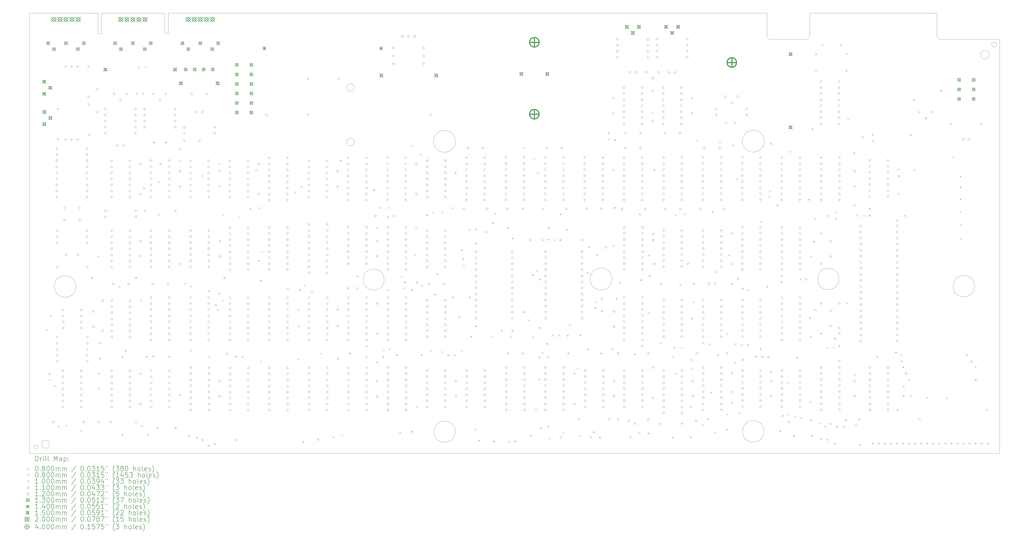
<source format=gbr>
%TF.GenerationSoftware,KiCad,Pcbnew,7.0.7*%
%TF.CreationDate,2023-12-29T15:53:39+00:00*%
%TF.ProjectId,TRS80IUS,54525338-3049-4555-932e-6b696361645f,rev?*%
%TF.SameCoordinates,Original*%
%TF.FileFunction,Drillmap*%
%TF.FilePolarity,Positive*%
%FSLAX45Y45*%
G04 Gerber Fmt 4.5, Leading zero omitted, Abs format (unit mm)*
G04 Created by KiCad (PCBNEW 7.0.7) date 2023-12-29 15:53:39*
%MOMM*%
%LPD*%
G01*
G04 APERTURE LIST*
%ADD10C,0.100000*%
%ADD11C,0.200000*%
%ADD12C,0.080000*%
%ADD13C,0.110000*%
%ADD14C,0.120000*%
%ADD15C,0.130000*%
%ADD16C,0.140000*%
%ADD17C,0.150000*%
%ADD18C,0.400000*%
G04 APERTURE END LIST*
D10*
X12620000Y-8360000D02*
X15272000Y-8360000D01*
X49252000Y-19826000D02*
G75*
G03*
X49252000Y-19826000I-447000J0D01*
G01*
X15272000Y-9199000D02*
X15427000Y-9199000D01*
X27463000Y-25935000D02*
G75*
G03*
X27463000Y-25935000I-444000J0D01*
G01*
X50178000Y-9687000D02*
G75*
G03*
X50178000Y-9687000I-101000J0D01*
G01*
X47676000Y-8359000D02*
X47676000Y-9348000D01*
X10439000Y-26461000D02*
G75*
G03*
X10439000Y-26461000I-167000J0D01*
G01*
X42229000Y-9462000D02*
X42339000Y-9352000D01*
X43570000Y-19524000D02*
G75*
G03*
X43570000Y-19524000I-448000J0D01*
G01*
X9958000Y-26576000D02*
G75*
G03*
X9958000Y-26576000I-88000J0D01*
G01*
X9601000Y-26843000D02*
X9601000Y-8360000D01*
X11549000Y-19837000D02*
G75*
G03*
X11549000Y-19837000I-452000J0D01*
G01*
X15427000Y-9199000D02*
X15427000Y-8360000D01*
X24482000Y-19550000D02*
G75*
G03*
X24482000Y-19550000I-439000J0D01*
G01*
X42339000Y-8359000D02*
X47676000Y-8359000D01*
X50304000Y-9460000D02*
X50304000Y-26843000D01*
X15427000Y-8360000D02*
X40545000Y-8360000D01*
X9601000Y-8360000D02*
X12466000Y-8360000D01*
X47788000Y-9460000D02*
X50304000Y-9460000D01*
X50304000Y-26843000D02*
X9601000Y-26843000D01*
X40545000Y-8360000D02*
X40545000Y-9363000D01*
X40644000Y-9462000D02*
X42229000Y-9462000D01*
X15272000Y-8360000D02*
X15272000Y-9199000D01*
X23228000Y-11489000D02*
G75*
G03*
X23228000Y-11489000I-158000J0D01*
G01*
X12620000Y-9217000D02*
X12466000Y-9217000D01*
X40545000Y-9363000D02*
X40644000Y-9462000D01*
X42339000Y-9352000D02*
X42339000Y-8359000D01*
X23229000Y-13772000D02*
G75*
G03*
X23229000Y-13772000I-158000J0D01*
G01*
X47676000Y-9348000D02*
X47788000Y-9460000D01*
X40437000Y-13738000D02*
G75*
G03*
X40437000Y-13738000I-461000J0D01*
G01*
X49872000Y-10109000D02*
G75*
G03*
X49872000Y-10109000I-179000J0D01*
G01*
X34046000Y-19523000D02*
G75*
G03*
X34046000Y-19523000I-461000J0D01*
G01*
X40417000Y-25920000D02*
G75*
G03*
X40417000Y-25920000I-449000J0D01*
G01*
X12620000Y-8360000D02*
X12620000Y-9217000D01*
X12466000Y-9217000D02*
X12466000Y-8360000D01*
X27478000Y-13744000D02*
G75*
G03*
X27478000Y-13744000I-461000J0D01*
G01*
D11*
D12*
X10277000Y-21615000D02*
X10357000Y-21695000D01*
X10357000Y-21615000D02*
X10277000Y-21695000D01*
X10404000Y-23467000D02*
X10484000Y-23547000D01*
X10484000Y-23467000D02*
X10404000Y-23547000D01*
X10405000Y-23717000D02*
X10485000Y-23797000D01*
X10485000Y-23717000D02*
X10405000Y-23797000D01*
X10464000Y-21031000D02*
X10544000Y-21111000D01*
X10544000Y-21031000D02*
X10464000Y-21111000D01*
X10640000Y-23976000D02*
X10720000Y-24056000D01*
X10720000Y-23976000D02*
X10640000Y-24056000D01*
X10773000Y-25676000D02*
X10853000Y-25756000D01*
X10853000Y-25676000D02*
X10773000Y-25756000D01*
X11096000Y-25632000D02*
X11176000Y-25712000D01*
X11176000Y-25632000D02*
X11096000Y-25712000D01*
X11738000Y-25853000D02*
X11818000Y-25933000D01*
X11818000Y-25853000D02*
X11738000Y-25933000D01*
X12190000Y-19441000D02*
X12270000Y-19521000D01*
X12270000Y-19441000D02*
X12190000Y-19521000D01*
X12440000Y-18549000D02*
X12520000Y-18629000D01*
X12520000Y-18549000D02*
X12440000Y-18629000D01*
X13335000Y-19813000D02*
X13415000Y-19893000D01*
X13415000Y-19813000D02*
X13335000Y-19893000D01*
X13454000Y-26022000D02*
X13534000Y-26102000D01*
X13534000Y-26022000D02*
X13454000Y-26102000D01*
X13460000Y-22749000D02*
X13540000Y-22829000D01*
X13540000Y-22749000D02*
X13460000Y-22829000D01*
X13595000Y-22487000D02*
X13675000Y-22567000D01*
X13675000Y-22487000D02*
X13595000Y-22567000D01*
X14030000Y-19436000D02*
X14110000Y-19516000D01*
X14110000Y-19436000D02*
X14030000Y-19516000D01*
X14034000Y-25497000D02*
X14114000Y-25577000D01*
X14114000Y-25497000D02*
X14034000Y-25577000D01*
X14138000Y-10599000D02*
X14218000Y-10679000D01*
X14218000Y-10599000D02*
X14138000Y-10679000D01*
X14227000Y-20386000D02*
X14307000Y-20466000D01*
X14307000Y-20386000D02*
X14227000Y-20466000D01*
X14281000Y-25641000D02*
X14361000Y-25721000D01*
X14361000Y-25641000D02*
X14281000Y-25721000D01*
X14366000Y-15680000D02*
X14446000Y-15760000D01*
X14446000Y-15680000D02*
X14366000Y-15760000D01*
X14436000Y-10594000D02*
X14516000Y-10674000D01*
X14516000Y-10594000D02*
X14436000Y-10674000D01*
X14469000Y-22744000D02*
X14549000Y-22824000D01*
X14549000Y-22744000D02*
X14469000Y-22824000D01*
X14539000Y-26022000D02*
X14619000Y-26102000D01*
X14619000Y-26022000D02*
X14539000Y-26102000D01*
X14741000Y-22731000D02*
X14821000Y-22811000D01*
X14821000Y-22731000D02*
X14741000Y-22811000D01*
X14929000Y-25740000D02*
X15009000Y-25820000D01*
X15009000Y-25740000D02*
X14929000Y-25820000D01*
X14984000Y-15413000D02*
X15064000Y-15493000D01*
X15064000Y-15413000D02*
X14984000Y-15493000D01*
X14986000Y-16772000D02*
X15066000Y-16852000D01*
X15066000Y-16772000D02*
X14986000Y-16852000D01*
X15066000Y-14657000D02*
X15146000Y-14737000D01*
X15146000Y-14657000D02*
X15066000Y-14737000D01*
X15428000Y-22747000D02*
X15508000Y-22827000D01*
X15508000Y-22747000D02*
X15428000Y-22827000D01*
X15689000Y-25733000D02*
X15769000Y-25813000D01*
X15769000Y-25733000D02*
X15689000Y-25813000D01*
X15855000Y-14016000D02*
X15935000Y-14096000D01*
X15935000Y-14016000D02*
X15855000Y-14096000D01*
X15865000Y-14530000D02*
X15945000Y-14610000D01*
X15945000Y-14530000D02*
X15865000Y-14610000D01*
X15869000Y-18844000D02*
X15949000Y-18924000D01*
X15949000Y-18844000D02*
X15869000Y-18924000D01*
X15876000Y-24348000D02*
X15956000Y-24428000D01*
X15956000Y-24348000D02*
X15876000Y-24428000D01*
X16082000Y-19671000D02*
X16162000Y-19751000D01*
X16162000Y-19671000D02*
X16082000Y-19751000D01*
X16253000Y-26076000D02*
X16333000Y-26156000D01*
X16333000Y-26076000D02*
X16253000Y-26156000D01*
X16325000Y-22480000D02*
X16405000Y-22560000D01*
X16405000Y-22480000D02*
X16325000Y-22560000D01*
X16326000Y-19802000D02*
X16406000Y-19882000D01*
X16406000Y-19802000D02*
X16326000Y-19882000D01*
X16578000Y-26141000D02*
X16658000Y-26221000D01*
X16658000Y-26141000D02*
X16578000Y-26221000D01*
X16811000Y-15153000D02*
X16891000Y-15233000D01*
X16891000Y-15153000D02*
X16811000Y-15233000D01*
X16819000Y-26240000D02*
X16899000Y-26320000D01*
X16899000Y-26240000D02*
X16819000Y-26320000D01*
X17086000Y-26487000D02*
X17166000Y-26567000D01*
X17166000Y-26487000D02*
X17086000Y-26567000D01*
X17090000Y-19997000D02*
X17170000Y-20077000D01*
X17170000Y-19997000D02*
X17090000Y-20077000D01*
X17091000Y-22747000D02*
X17171000Y-22827000D01*
X17171000Y-22747000D02*
X17091000Y-22827000D01*
X17349000Y-26405000D02*
X17429000Y-26485000D01*
X17429000Y-26405000D02*
X17349000Y-26485000D01*
X17461000Y-20775000D02*
X17541000Y-20855000D01*
X17541000Y-20775000D02*
X17461000Y-20855000D01*
X17528000Y-14648000D02*
X17608000Y-14728000D01*
X17608000Y-14648000D02*
X17528000Y-14728000D01*
X17666000Y-20385000D02*
X17746000Y-20465000D01*
X17746000Y-20385000D02*
X17666000Y-20465000D01*
X17707000Y-16821000D02*
X17787000Y-16901000D01*
X17787000Y-16821000D02*
X17707000Y-16901000D01*
X17733000Y-19439000D02*
X17813000Y-19519000D01*
X17813000Y-19439000D02*
X17733000Y-19519000D01*
X17845000Y-22614000D02*
X17925000Y-22694000D01*
X17925000Y-22614000D02*
X17845000Y-22694000D01*
X18229000Y-22738000D02*
X18309000Y-22818000D01*
X18309000Y-22738000D02*
X18229000Y-22818000D01*
X18240000Y-26233000D02*
X18320000Y-26313000D01*
X18320000Y-26233000D02*
X18240000Y-26313000D01*
X18366000Y-16892000D02*
X18446000Y-16972000D01*
X18446000Y-16892000D02*
X18366000Y-16972000D01*
X18506000Y-22754000D02*
X18586000Y-22834000D01*
X18586000Y-22754000D02*
X18506000Y-22834000D01*
X19062000Y-14913000D02*
X19142000Y-14993000D01*
X19142000Y-14913000D02*
X19062000Y-14993000D01*
X19180000Y-18719000D02*
X19260000Y-18799000D01*
X19260000Y-18719000D02*
X19180000Y-18799000D01*
X19189000Y-16507000D02*
X19269000Y-16587000D01*
X19269000Y-16507000D02*
X19189000Y-16587000D01*
X19259000Y-22939000D02*
X19339000Y-23019000D01*
X19339000Y-22939000D02*
X19259000Y-23019000D01*
X19261000Y-19554000D02*
X19341000Y-19634000D01*
X19341000Y-19554000D02*
X19261000Y-19634000D01*
X19323000Y-18362000D02*
X19403000Y-18442000D01*
X19403000Y-18362000D02*
X19323000Y-18442000D01*
X20402000Y-19886000D02*
X20482000Y-19966000D01*
X20482000Y-19886000D02*
X20402000Y-19966000D01*
X20697000Y-15852000D02*
X20777000Y-15932000D01*
X20777000Y-15852000D02*
X20697000Y-15932000D01*
X20849000Y-22866000D02*
X20929000Y-22946000D01*
X20929000Y-22866000D02*
X20849000Y-22946000D01*
X20907000Y-19941000D02*
X20987000Y-20021000D01*
X20987000Y-19941000D02*
X20907000Y-20021000D01*
X20974000Y-15611000D02*
X21054000Y-15691000D01*
X21054000Y-15611000D02*
X20974000Y-15691000D01*
X21042000Y-26333000D02*
X21122000Y-26413000D01*
X21122000Y-26333000D02*
X21042000Y-26413000D01*
X21098000Y-19754000D02*
X21178000Y-19834000D01*
X21178000Y-19754000D02*
X21098000Y-19834000D01*
X21257000Y-12573000D02*
X21337000Y-12653000D01*
X21337000Y-12573000D02*
X21257000Y-12653000D01*
X21410000Y-20011000D02*
X21490000Y-20091000D01*
X21490000Y-20011000D02*
X21410000Y-20091000D01*
X21671000Y-26220950D02*
X21751000Y-26300950D01*
X21751000Y-26220950D02*
X21671000Y-26300950D01*
X21803000Y-22616000D02*
X21883000Y-22696000D01*
X21883000Y-22616000D02*
X21803000Y-22696000D01*
X22302000Y-26119000D02*
X22382000Y-26199000D01*
X22382000Y-26119000D02*
X22302000Y-26199000D01*
X22492000Y-22826000D02*
X22572000Y-22906000D01*
X22572000Y-22826000D02*
X22492000Y-22906000D01*
X22609000Y-14513000D02*
X22689000Y-14593000D01*
X22689000Y-14513000D02*
X22609000Y-14593000D01*
X22688000Y-26047000D02*
X22768000Y-26127000D01*
X22768000Y-26047000D02*
X22688000Y-26127000D01*
X22934000Y-19871000D02*
X23014000Y-19951000D01*
X23014000Y-19871000D02*
X22934000Y-19951000D01*
X23005000Y-22610000D02*
X23085000Y-22690000D01*
X23085000Y-22610000D02*
X23005000Y-22690000D01*
X23309000Y-19873000D02*
X23389000Y-19953000D01*
X23389000Y-19873000D02*
X23309000Y-19953000D01*
X23325000Y-19377000D02*
X23405000Y-19457000D01*
X23405000Y-19377000D02*
X23325000Y-19457000D01*
X23693000Y-22751000D02*
X23773000Y-22831000D01*
X23773000Y-22751000D02*
X23693000Y-22831000D01*
X23697000Y-22304000D02*
X23777000Y-22384000D01*
X23777000Y-22304000D02*
X23697000Y-22384000D01*
X24020000Y-15751000D02*
X24100000Y-15831000D01*
X24100000Y-15751000D02*
X24020000Y-15831000D01*
X24086000Y-16835000D02*
X24166000Y-16915000D01*
X24166000Y-16835000D02*
X24086000Y-16915000D01*
X24140000Y-17332000D02*
X24220000Y-17412000D01*
X24220000Y-17332000D02*
X24140000Y-17412000D01*
X24144000Y-22989000D02*
X24224000Y-23069000D01*
X24224000Y-22989000D02*
X24144000Y-23069000D01*
X24263000Y-16496000D02*
X24343000Y-16576000D01*
X24343000Y-16496000D02*
X24263000Y-16576000D01*
X24403000Y-22749000D02*
X24483000Y-22829000D01*
X24483000Y-22749000D02*
X24403000Y-22829000D01*
X24419000Y-22478000D02*
X24499000Y-22558000D01*
X24499000Y-22478000D02*
X24419000Y-22558000D01*
X24592000Y-16893000D02*
X24672000Y-16973000D01*
X24672000Y-16893000D02*
X24592000Y-16973000D01*
X24593000Y-19937000D02*
X24673000Y-20017000D01*
X24673000Y-19937000D02*
X24593000Y-20017000D01*
X24649000Y-16488000D02*
X24729000Y-16568000D01*
X24729000Y-16488000D02*
X24649000Y-16568000D01*
X24667000Y-22424000D02*
X24747000Y-22504000D01*
X24747000Y-22424000D02*
X24667000Y-22504000D01*
X24858000Y-16833000D02*
X24938000Y-16913000D01*
X24938000Y-16833000D02*
X24858000Y-16913000D01*
X24976000Y-22671000D02*
X25056000Y-22751000D01*
X25056000Y-22671000D02*
X24976000Y-22751000D01*
X25106000Y-25936000D02*
X25186000Y-26016000D01*
X25186000Y-25936000D02*
X25106000Y-26016000D01*
X25174000Y-19378000D02*
X25254000Y-19458000D01*
X25254000Y-19378000D02*
X25174000Y-19458000D01*
X25295000Y-19866000D02*
X25375000Y-19946000D01*
X25375000Y-19866000D02*
X25295000Y-19946000D01*
X25304000Y-19619000D02*
X25384000Y-19699000D01*
X25384000Y-19619000D02*
X25304000Y-19699000D01*
X25602000Y-13887000D02*
X25682000Y-13967000D01*
X25682000Y-13887000D02*
X25602000Y-13967000D01*
X25607000Y-19938000D02*
X25687000Y-20018000D01*
X25687000Y-19938000D02*
X25607000Y-20018000D01*
X25611000Y-25885000D02*
X25691000Y-25965000D01*
X25691000Y-25885000D02*
X25611000Y-25965000D01*
X25745000Y-18461000D02*
X25825000Y-18541000D01*
X25825000Y-18461000D02*
X25745000Y-18541000D01*
X25791000Y-17359000D02*
X25871000Y-17439000D01*
X25871000Y-17359000D02*
X25791000Y-17439000D01*
X25807000Y-24842000D02*
X25887000Y-24922000D01*
X25887000Y-24842000D02*
X25807000Y-24922000D01*
X25817000Y-19628000D02*
X25897000Y-19708000D01*
X25897000Y-19628000D02*
X25817000Y-19708000D01*
X25979000Y-14255000D02*
X26059000Y-14335000D01*
X26059000Y-14255000D02*
X25979000Y-14335000D01*
X26010000Y-22678000D02*
X26090000Y-22758000D01*
X26090000Y-22678000D02*
X26010000Y-22758000D01*
X26037000Y-19762000D02*
X26117000Y-19842000D01*
X26117000Y-19762000D02*
X26037000Y-19842000D01*
X26248000Y-16810000D02*
X26328000Y-16890000D01*
X26328000Y-16810000D02*
X26248000Y-16890000D01*
X26387000Y-22485000D02*
X26467000Y-22565000D01*
X26467000Y-22485000D02*
X26387000Y-22565000D01*
X26507000Y-16694000D02*
X26587000Y-16774000D01*
X26587000Y-16694000D02*
X26507000Y-16774000D01*
X26576000Y-20131000D02*
X26656000Y-20211000D01*
X26656000Y-20131000D02*
X26576000Y-20211000D01*
X26680000Y-19273950D02*
X26760000Y-19353950D01*
X26760000Y-19273950D02*
X26680000Y-19353950D01*
X26878000Y-22552000D02*
X26958000Y-22632000D01*
X26958000Y-22552000D02*
X26878000Y-22632000D01*
X26883000Y-16688000D02*
X26963000Y-16768000D01*
X26963000Y-16688000D02*
X26883000Y-16768000D01*
X27128000Y-22680000D02*
X27208000Y-22760000D01*
X27208000Y-22680000D02*
X27128000Y-22760000D01*
X27321000Y-16510000D02*
X27401000Y-16590000D01*
X27401000Y-16510000D02*
X27321000Y-16590000D01*
X27327000Y-20253000D02*
X27407000Y-20333000D01*
X27407000Y-20253000D02*
X27327000Y-20333000D01*
X27399000Y-22677000D02*
X27479000Y-22757000D01*
X27479000Y-22677000D02*
X27399000Y-22757000D01*
X27436000Y-15021000D02*
X27516000Y-15101000D01*
X27516000Y-15021000D02*
X27436000Y-15101000D01*
X27596000Y-21084000D02*
X27676000Y-21164000D01*
X27676000Y-21084000D02*
X27596000Y-21164000D01*
X27704000Y-18275000D02*
X27784000Y-18355000D01*
X27784000Y-18275000D02*
X27704000Y-18355000D01*
X27707000Y-22482000D02*
X27787000Y-22562000D01*
X27787000Y-22482000D02*
X27707000Y-22562000D01*
X27757000Y-18652000D02*
X27837000Y-18732000D01*
X27837000Y-18652000D02*
X27757000Y-18732000D01*
X27785000Y-18928000D02*
X27865000Y-19008000D01*
X27865000Y-18928000D02*
X27785000Y-19008000D01*
X28026000Y-17407000D02*
X28106000Y-17487000D01*
X28106000Y-17407000D02*
X28026000Y-17487000D01*
X28027000Y-20254000D02*
X28107000Y-20334000D01*
X28107000Y-20254000D02*
X28027000Y-20334000D01*
X28089000Y-21896000D02*
X28169000Y-21976000D01*
X28169000Y-21896000D02*
X28089000Y-21976000D01*
X28270000Y-25798000D02*
X28350000Y-25878000D01*
X28350000Y-25798000D02*
X28270000Y-25878000D01*
X28280000Y-17988000D02*
X28360000Y-18068000D01*
X28360000Y-17988000D02*
X28280000Y-18068000D01*
X28286000Y-21470000D02*
X28366000Y-21550000D01*
X28366000Y-21470000D02*
X28286000Y-21550000D01*
X28291000Y-17398000D02*
X28371000Y-17478000D01*
X28371000Y-17398000D02*
X28291000Y-17478000D01*
X28422000Y-26268000D02*
X28502000Y-26348000D01*
X28502000Y-26268000D02*
X28422000Y-26348000D01*
X28724000Y-17507000D02*
X28804000Y-17587000D01*
X28804000Y-17507000D02*
X28724000Y-17587000D01*
X28983000Y-21894000D02*
X29063000Y-21974000D01*
X29063000Y-21894000D02*
X28983000Y-21974000D01*
X28993000Y-17137000D02*
X29073000Y-17217000D01*
X29073000Y-17137000D02*
X28993000Y-17217000D01*
X29048000Y-26302000D02*
X29128000Y-26382000D01*
X29128000Y-26302000D02*
X29048000Y-26382000D01*
X29110000Y-16747000D02*
X29190000Y-16827000D01*
X29190000Y-16747000D02*
X29110000Y-16827000D01*
X29376000Y-21650000D02*
X29456000Y-21730000D01*
X29456000Y-21650000D02*
X29376000Y-21730000D01*
X29625000Y-17334000D02*
X29705000Y-17414000D01*
X29705000Y-17334000D02*
X29625000Y-17414000D01*
X29690000Y-26326000D02*
X29770000Y-26406000D01*
X29770000Y-26326000D02*
X29690000Y-26406000D01*
X29748000Y-21909000D02*
X29828000Y-21989000D01*
X29828000Y-21909000D02*
X29748000Y-21989000D01*
X29817000Y-21657000D02*
X29897000Y-21737000D01*
X29897000Y-21657000D02*
X29817000Y-21737000D01*
X29827000Y-17778000D02*
X29907000Y-17858000D01*
X29907000Y-17778000D02*
X29827000Y-17858000D01*
X29938000Y-26302000D02*
X30018000Y-26382000D01*
X30018000Y-26302000D02*
X29938000Y-26382000D01*
X30314000Y-13966000D02*
X30394000Y-14046000D01*
X30394000Y-13966000D02*
X30314000Y-14046000D01*
X30319000Y-20877000D02*
X30399000Y-20957000D01*
X30399000Y-20877000D02*
X30319000Y-20957000D01*
X30511000Y-21213000D02*
X30591000Y-21293000D01*
X30591000Y-21213000D02*
X30511000Y-21293000D01*
X30579000Y-17848000D02*
X30659000Y-17928000D01*
X30659000Y-17848000D02*
X30579000Y-17928000D01*
X30580000Y-26057000D02*
X30660000Y-26137000D01*
X30660000Y-26057000D02*
X30580000Y-26137000D01*
X30684950Y-19316000D02*
X30764950Y-19396000D01*
X30764950Y-19316000D02*
X30684950Y-19396000D01*
X30706000Y-21925000D02*
X30786000Y-22005000D01*
X30786000Y-21925000D02*
X30706000Y-22005000D01*
X30742000Y-14444000D02*
X30822000Y-14524000D01*
X30822000Y-14444000D02*
X30742000Y-14524000D01*
X30812000Y-24970000D02*
X30892000Y-25050000D01*
X30892000Y-24970000D02*
X30812000Y-25050000D01*
X30843000Y-19136000D02*
X30923000Y-19216000D01*
X30923000Y-19136000D02*
X30843000Y-19216000D01*
X30904000Y-15027000D02*
X30984000Y-15107000D01*
X30984000Y-15027000D02*
X30904000Y-15107000D01*
X30949000Y-22776000D02*
X31029000Y-22856000D01*
X31029000Y-22776000D02*
X30949000Y-22856000D01*
X30954000Y-21529000D02*
X31034000Y-21609000D01*
X31034000Y-21529000D02*
X30954000Y-21609000D01*
X30954000Y-23696000D02*
X31034000Y-23776000D01*
X31034000Y-23696000D02*
X30954000Y-23776000D01*
X30961000Y-19505000D02*
X31041000Y-19585000D01*
X31041000Y-19505000D02*
X30961000Y-19585000D01*
X31017000Y-25748000D02*
X31097000Y-25828000D01*
X31097000Y-25748000D02*
X31017000Y-25828000D01*
X31085000Y-22567000D02*
X31165000Y-22647000D01*
X31165000Y-22567000D02*
X31085000Y-22647000D01*
X31098000Y-17849000D02*
X31178000Y-17929000D01*
X31178000Y-17849000D02*
X31098000Y-17929000D01*
X31277000Y-22206000D02*
X31357000Y-22286000D01*
X31357000Y-22206000D02*
X31277000Y-22286000D01*
X31332000Y-22756000D02*
X31412000Y-22836000D01*
X31412000Y-22756000D02*
X31332000Y-22836000D01*
X31332000Y-25672000D02*
X31412000Y-25752000D01*
X31412000Y-25672000D02*
X31332000Y-25752000D01*
X31336000Y-17828000D02*
X31416000Y-17908000D01*
X31416000Y-17828000D02*
X31336000Y-17908000D01*
X31342000Y-17334000D02*
X31422000Y-17414000D01*
X31422000Y-17334000D02*
X31342000Y-17414000D01*
X31392000Y-26174000D02*
X31472000Y-26254000D01*
X31472000Y-26174000D02*
X31392000Y-26254000D01*
X31520000Y-21854000D02*
X31600000Y-21934000D01*
X31600000Y-21854000D02*
X31520000Y-21934000D01*
X31593000Y-17854000D02*
X31673000Y-17934000D01*
X31673000Y-17854000D02*
X31593000Y-17934000D01*
X31778000Y-21842000D02*
X31858000Y-21922000D01*
X31858000Y-21842000D02*
X31778000Y-21922000D01*
X31841000Y-17850000D02*
X31921000Y-17930000D01*
X31921000Y-17850000D02*
X31841000Y-17930000D01*
X31848000Y-16766000D02*
X31928000Y-16846000D01*
X31928000Y-16766000D02*
X31848000Y-16846000D01*
X31967000Y-25936000D02*
X32047000Y-26016000D01*
X32047000Y-25936000D02*
X31967000Y-26016000D01*
X32101000Y-17417000D02*
X32181000Y-17497000D01*
X32181000Y-17417000D02*
X32101000Y-17497000D01*
X32143000Y-21863000D02*
X32223000Y-21943000D01*
X32223000Y-21863000D02*
X32143000Y-21943000D01*
X32167000Y-22606000D02*
X32247000Y-22686000D01*
X32247000Y-22606000D02*
X32167000Y-22686000D01*
X32245000Y-21415000D02*
X32325000Y-21495000D01*
X32325000Y-21415000D02*
X32245000Y-21495000D01*
X32559000Y-23245000D02*
X32639000Y-23325000D01*
X32639000Y-23245000D02*
X32559000Y-23325000D01*
X32672000Y-26059000D02*
X32752000Y-26139000D01*
X32752000Y-26059000D02*
X32672000Y-26139000D01*
X32675000Y-21845000D02*
X32755000Y-21925000D01*
X32755000Y-21845000D02*
X32675000Y-21925000D01*
X32745000Y-17840000D02*
X32825000Y-17920000D01*
X32825000Y-17840000D02*
X32745000Y-17920000D01*
X32984000Y-19228000D02*
X33064000Y-19308000D01*
X33064000Y-19228000D02*
X32984000Y-19308000D01*
X32995000Y-22440000D02*
X33075000Y-22520000D01*
X33075000Y-22440000D02*
X32995000Y-22520000D01*
X33245000Y-25918000D02*
X33325000Y-25998000D01*
X33325000Y-25918000D02*
X33245000Y-25998000D01*
X33307000Y-20698000D02*
X33387000Y-20778000D01*
X33387000Y-20698000D02*
X33307000Y-20778000D01*
X33317000Y-20455000D02*
X33397000Y-20535000D01*
X33397000Y-20455000D02*
X33317000Y-20535000D01*
X33376000Y-18462000D02*
X33456000Y-18542000D01*
X33456000Y-18462000D02*
X33376000Y-18542000D01*
X33562000Y-22609000D02*
X33642000Y-22689000D01*
X33642000Y-22609000D02*
X33562000Y-22689000D01*
X33570000Y-20309000D02*
X33650000Y-20389000D01*
X33650000Y-20309000D02*
X33570000Y-20389000D01*
X33570000Y-20843000D02*
X33650000Y-20923000D01*
X33650000Y-20843000D02*
X33570000Y-20923000D01*
X33857000Y-13364000D02*
X33937000Y-13444000D01*
X33937000Y-13364000D02*
X33857000Y-13444000D01*
X33871000Y-13618000D02*
X33951000Y-13698000D01*
X33951000Y-13618000D02*
X33871000Y-13698000D01*
X34020000Y-22426000D02*
X34100000Y-22506000D01*
X34100000Y-22426000D02*
X34020000Y-22506000D01*
X34058000Y-14913000D02*
X34138000Y-14993000D01*
X34138000Y-14913000D02*
X34058000Y-14993000D01*
X34066000Y-18083000D02*
X34146000Y-18163000D01*
X34146000Y-18083000D02*
X34066000Y-18163000D01*
X34120000Y-16487000D02*
X34200000Y-16567000D01*
X34200000Y-16487000D02*
X34120000Y-16567000D01*
X34128000Y-13645000D02*
X34208000Y-13725000D01*
X34208000Y-13645000D02*
X34128000Y-13725000D01*
X34197000Y-20306000D02*
X34277000Y-20386000D01*
X34277000Y-20306000D02*
X34197000Y-20386000D01*
X34335000Y-19634000D02*
X34415000Y-19714000D01*
X34415000Y-19634000D02*
X34335000Y-19714000D01*
X34699000Y-25424000D02*
X34779000Y-25504000D01*
X34779000Y-25424000D02*
X34699000Y-25504000D01*
X34950000Y-22635000D02*
X35030000Y-22715000D01*
X35030000Y-22635000D02*
X34950000Y-22715000D01*
X34954000Y-25554000D02*
X35034000Y-25634000D01*
X35034000Y-25554000D02*
X34954000Y-25634000D01*
X35143000Y-25954000D02*
X35223000Y-26034000D01*
X35223000Y-25954000D02*
X35143000Y-26034000D01*
X35166000Y-16766000D02*
X35246000Y-16846000D01*
X35246000Y-16766000D02*
X35166000Y-16846000D01*
X35222000Y-19530000D02*
X35302000Y-19610000D01*
X35302000Y-19530000D02*
X35222000Y-19610000D01*
X35271000Y-22290000D02*
X35351000Y-22370000D01*
X35351000Y-22290000D02*
X35271000Y-22370000D01*
X35536000Y-25963000D02*
X35616000Y-26043000D01*
X35616000Y-25963000D02*
X35536000Y-26043000D01*
X35546000Y-20900000D02*
X35626000Y-20980000D01*
X35626000Y-20900000D02*
X35546000Y-20980000D01*
X35547000Y-18486000D02*
X35627000Y-18566000D01*
X35627000Y-18486000D02*
X35547000Y-18566000D01*
X35580000Y-19348000D02*
X35660000Y-19428000D01*
X35660000Y-19348000D02*
X35580000Y-19428000D01*
X35698000Y-12495000D02*
X35778000Y-12575000D01*
X35778000Y-12495000D02*
X35698000Y-12575000D01*
X35729000Y-17846000D02*
X35809000Y-17926000D01*
X35809000Y-17846000D02*
X35729000Y-17926000D01*
X35731000Y-17588000D02*
X35811000Y-17668000D01*
X35811000Y-17588000D02*
X35731000Y-17668000D01*
X35776000Y-14892000D02*
X35856000Y-14972000D01*
X35856000Y-14892000D02*
X35776000Y-14972000D01*
X35781000Y-18844000D02*
X35861000Y-18924000D01*
X35861000Y-18844000D02*
X35781000Y-18924000D01*
X36022000Y-25555000D02*
X36102000Y-25635000D01*
X36102000Y-25555000D02*
X36022000Y-25635000D01*
X36044000Y-22175000D02*
X36124000Y-22255000D01*
X36124000Y-22175000D02*
X36044000Y-22255000D01*
X36046000Y-19693000D02*
X36126000Y-19773000D01*
X36126000Y-19693000D02*
X36046000Y-19773000D01*
X36545000Y-26137000D02*
X36625000Y-26217000D01*
X36625000Y-26137000D02*
X36545000Y-26217000D01*
X36558000Y-22743000D02*
X36638000Y-22823000D01*
X36638000Y-22743000D02*
X36558000Y-22823000D01*
X36612000Y-22360000D02*
X36692000Y-22440000D01*
X36692000Y-22360000D02*
X36612000Y-22440000D01*
X36674000Y-23449000D02*
X36754000Y-23529000D01*
X36754000Y-23449000D02*
X36674000Y-23529000D01*
X36683000Y-16810000D02*
X36763000Y-16890000D01*
X36763000Y-16810000D02*
X36683000Y-16890000D01*
X36866000Y-19732000D02*
X36946000Y-19812000D01*
X36946000Y-19732000D02*
X36866000Y-19812000D01*
X36932000Y-22361000D02*
X37012000Y-22441000D01*
X37012000Y-22361000D02*
X36932000Y-22441000D01*
X36933000Y-25550000D02*
X37013000Y-25630000D01*
X37013000Y-25550000D02*
X36933000Y-25630000D01*
X37050000Y-16766050D02*
X37130000Y-16846050D01*
X37130000Y-16766050D02*
X37050000Y-16846050D01*
X37187000Y-18842000D02*
X37267000Y-18922000D01*
X37267000Y-18842000D02*
X37187000Y-18922000D01*
X37324000Y-22875000D02*
X37404000Y-22955000D01*
X37404000Y-22875000D02*
X37324000Y-22955000D01*
X37362000Y-23259000D02*
X37442000Y-23339000D01*
X37442000Y-23259000D02*
X37362000Y-23339000D01*
X37369000Y-21141000D02*
X37449000Y-21221000D01*
X37449000Y-21141000D02*
X37369000Y-21221000D01*
X37432000Y-19674000D02*
X37512000Y-19754000D01*
X37512000Y-19674000D02*
X37432000Y-19754000D01*
X37445000Y-20460000D02*
X37525000Y-20540000D01*
X37525000Y-20460000D02*
X37445000Y-20540000D01*
X37529000Y-25434000D02*
X37609000Y-25514000D01*
X37609000Y-25434000D02*
X37529000Y-25514000D01*
X37565111Y-13666111D02*
X37645111Y-13746111D01*
X37645111Y-13666111D02*
X37565111Y-13746111D01*
X37802000Y-25614000D02*
X37882000Y-25694000D01*
X37882000Y-25614000D02*
X37802000Y-25694000D01*
X37826000Y-22178000D02*
X37906000Y-22258000D01*
X37906000Y-22178000D02*
X37826000Y-22258000D01*
X38041000Y-25369000D02*
X38121000Y-25449000D01*
X38121000Y-25369000D02*
X38041000Y-25449000D01*
X38094000Y-22230000D02*
X38174000Y-22310000D01*
X38174000Y-22230000D02*
X38094000Y-22310000D01*
X38167000Y-24255000D02*
X38247000Y-24335000D01*
X38247000Y-24255000D02*
X38167000Y-24335000D01*
X38213000Y-16664050D02*
X38293000Y-16744050D01*
X38293000Y-16664050D02*
X38213000Y-16744050D01*
X38331000Y-25928000D02*
X38411000Y-26008000D01*
X38411000Y-25928000D02*
X38331000Y-26008000D01*
X38358000Y-19190000D02*
X38438000Y-19270000D01*
X38438000Y-19190000D02*
X38358000Y-19270000D01*
X38449000Y-22680000D02*
X38529000Y-22760000D01*
X38529000Y-22680000D02*
X38449000Y-22760000D01*
X38533000Y-13752000D02*
X38613000Y-13832000D01*
X38613000Y-13752000D02*
X38533000Y-13832000D01*
X38783000Y-12924000D02*
X38863000Y-13004000D01*
X38863000Y-12924000D02*
X38783000Y-13004000D01*
X38829000Y-25803000D02*
X38909000Y-25883000D01*
X38909000Y-25803000D02*
X38829000Y-25883000D01*
X38843000Y-25167000D02*
X38923000Y-25247000D01*
X38923000Y-25167000D02*
X38843000Y-25247000D01*
X38844000Y-21784000D02*
X38924000Y-21864000D01*
X38924000Y-21784000D02*
X38844000Y-21864000D01*
X38914000Y-18484000D02*
X38994000Y-18564000D01*
X38994000Y-18484000D02*
X38914000Y-18564000D01*
X39032000Y-24216000D02*
X39112000Y-24296000D01*
X39112000Y-24216000D02*
X39032000Y-24296000D01*
X39043000Y-19686000D02*
X39123000Y-19766000D01*
X39123000Y-19686000D02*
X39043000Y-19766000D01*
X39097000Y-13879000D02*
X39177000Y-13959000D01*
X39177000Y-13879000D02*
X39097000Y-13959000D01*
X39147000Y-12929000D02*
X39227000Y-13009000D01*
X39227000Y-12929000D02*
X39147000Y-13009000D01*
X39170000Y-23001000D02*
X39250000Y-23081000D01*
X39250000Y-23001000D02*
X39170000Y-23081000D01*
X39175000Y-22218000D02*
X39255000Y-22298000D01*
X39255000Y-22218000D02*
X39175000Y-22298000D01*
X39231000Y-15286000D02*
X39311000Y-15366000D01*
X39311000Y-15286000D02*
X39231000Y-15366000D01*
X39281000Y-19474000D02*
X39361000Y-19554000D01*
X39361000Y-19474000D02*
X39281000Y-19554000D01*
X39343000Y-25106000D02*
X39423000Y-25186000D01*
X39423000Y-25106000D02*
X39343000Y-25186000D01*
X39453000Y-22242000D02*
X39533000Y-22322000D01*
X39533000Y-22242000D02*
X39453000Y-22322000D01*
X39479000Y-22874000D02*
X39559000Y-22954000D01*
X39559000Y-22874000D02*
X39479000Y-22954000D01*
X39485000Y-19881000D02*
X39565000Y-19961000D01*
X39565000Y-19881000D02*
X39485000Y-19961000D01*
X39705000Y-22251000D02*
X39785000Y-22331000D01*
X39785000Y-22251000D02*
X39705000Y-22331000D01*
X39715000Y-19934000D02*
X39795000Y-20014000D01*
X39795000Y-19934000D02*
X39715000Y-20014000D01*
X40047000Y-22736000D02*
X40127000Y-22816000D01*
X40127000Y-22736000D02*
X40047000Y-22816000D01*
X40228000Y-22410000D02*
X40308000Y-22490000D01*
X40308000Y-22410000D02*
X40228000Y-22490000D01*
X40247000Y-17081000D02*
X40327000Y-17161000D01*
X40327000Y-17081000D02*
X40247000Y-17161000D01*
X40303000Y-22747000D02*
X40383000Y-22827000D01*
X40383000Y-22747000D02*
X40303000Y-22827000D01*
X40509000Y-19814000D02*
X40589000Y-19894000D01*
X40589000Y-19814000D02*
X40509000Y-19894000D01*
X40555000Y-22754000D02*
X40635000Y-22834000D01*
X40635000Y-22754000D02*
X40555000Y-22834000D01*
X40610000Y-16039000D02*
X40690000Y-16119000D01*
X40690000Y-16039000D02*
X40610000Y-16119000D01*
X40628000Y-15802000D02*
X40708000Y-15882000D01*
X40708000Y-15802000D02*
X40628000Y-15882000D01*
X40671950Y-13801000D02*
X40751950Y-13881000D01*
X40751950Y-13801000D02*
X40671950Y-13881000D01*
X40679000Y-23378000D02*
X40759000Y-23458000D01*
X40759000Y-23378000D02*
X40679000Y-23458000D01*
X40935000Y-16388000D02*
X41015000Y-16468000D01*
X41015000Y-16388000D02*
X40935000Y-16468000D01*
X41063000Y-25869000D02*
X41143000Y-25949000D01*
X41143000Y-25869000D02*
X41063000Y-25949000D01*
X41116000Y-19607000D02*
X41196000Y-19687000D01*
X41196000Y-19607000D02*
X41116000Y-19687000D01*
X41117000Y-19355000D02*
X41197000Y-19435000D01*
X41197000Y-19355000D02*
X41117000Y-19435000D01*
X41159000Y-25222000D02*
X41239000Y-25302000D01*
X41239000Y-25222000D02*
X41159000Y-25302000D01*
X41402000Y-23827000D02*
X41482000Y-23907000D01*
X41482000Y-23827000D02*
X41402000Y-23907000D01*
X41408000Y-25166000D02*
X41488000Y-25246000D01*
X41488000Y-25166000D02*
X41408000Y-25246000D01*
X41425000Y-25487000D02*
X41505000Y-25567000D01*
X41505000Y-25487000D02*
X41425000Y-25567000D01*
X41479000Y-14132000D02*
X41559000Y-14212000D01*
X41559000Y-14132000D02*
X41479000Y-14212000D01*
X41635000Y-26070000D02*
X41715000Y-26150000D01*
X41715000Y-26070000D02*
X41635000Y-26150000D01*
X41688000Y-25244000D02*
X41768000Y-25324000D01*
X41768000Y-25244000D02*
X41688000Y-25324000D01*
X41768000Y-22799000D02*
X41848000Y-22879000D01*
X41848000Y-22799000D02*
X41768000Y-22879000D01*
X41904000Y-19500000D02*
X41984000Y-19580000D01*
X41984000Y-19500000D02*
X41904000Y-19580000D01*
X41923000Y-25318000D02*
X42003000Y-25398000D01*
X42003000Y-25318000D02*
X41923000Y-25398000D01*
X42149000Y-19489000D02*
X42229000Y-19569000D01*
X42229000Y-19489000D02*
X42149000Y-19569000D01*
X42264000Y-16149000D02*
X42344000Y-16229000D01*
X42344000Y-16149000D02*
X42264000Y-16229000D01*
X42317000Y-21122000D02*
X42397000Y-21202000D01*
X42397000Y-21122000D02*
X42317000Y-21202000D01*
X42330000Y-24652000D02*
X42410000Y-24732000D01*
X42410000Y-24652000D02*
X42330000Y-24732000D01*
X42345000Y-25416000D02*
X42425000Y-25496000D01*
X42425000Y-25416000D02*
X42345000Y-25496000D01*
X42347000Y-21917000D02*
X42427000Y-21997000D01*
X42427000Y-21917000D02*
X42347000Y-21997000D01*
X42353000Y-18539000D02*
X42433000Y-18619000D01*
X42433000Y-18539000D02*
X42353000Y-18619000D01*
X42402000Y-26058000D02*
X42482000Y-26138000D01*
X42482000Y-26058000D02*
X42402000Y-26138000D01*
X42408000Y-13194000D02*
X42488000Y-13274000D01*
X42488000Y-13194000D02*
X42408000Y-13274000D01*
X42476000Y-17911000D02*
X42556000Y-17991000D01*
X42556000Y-17911000D02*
X42476000Y-17991000D01*
X42525000Y-16963000D02*
X42605000Y-17043000D01*
X42605000Y-16963000D02*
X42525000Y-17043000D01*
X42533000Y-20780000D02*
X42613000Y-20860000D01*
X42613000Y-20780000D02*
X42533000Y-20860000D01*
X42563000Y-10769000D02*
X42643000Y-10849000D01*
X42643000Y-10769000D02*
X42563000Y-10849000D01*
X42566000Y-10050000D02*
X42646000Y-10130000D01*
X42646000Y-10050000D02*
X42566000Y-10130000D01*
X42746000Y-25540000D02*
X42826000Y-25620000D01*
X42826000Y-25540000D02*
X42746000Y-25620000D01*
X42776000Y-26197000D02*
X42856000Y-26277000D01*
X42856000Y-26197000D02*
X42776000Y-26277000D01*
X42841000Y-9660000D02*
X42921000Y-9740000D01*
X42921000Y-9660000D02*
X42841000Y-9740000D01*
X42944000Y-25681000D02*
X43024000Y-25761000D01*
X43024000Y-25681000D02*
X42944000Y-25761000D01*
X43042000Y-22366000D02*
X43122000Y-22446000D01*
X43122000Y-22366000D02*
X43042000Y-22446000D01*
X43042000Y-26223000D02*
X43122000Y-26303000D01*
X43122000Y-26223000D02*
X43042000Y-26303000D01*
X43057000Y-16826000D02*
X43137000Y-16906000D01*
X43137000Y-16826000D02*
X43057000Y-16906000D01*
X43165000Y-25557000D02*
X43245000Y-25637000D01*
X43245000Y-25557000D02*
X43165000Y-25637000D01*
X43300000Y-22361000D02*
X43380000Y-22441000D01*
X43380000Y-22361000D02*
X43300000Y-22441000D01*
X43349000Y-26387000D02*
X43429000Y-26467000D01*
X43429000Y-26387000D02*
X43349000Y-26467000D01*
X43359000Y-21985000D02*
X43439000Y-22065000D01*
X43439000Y-21985000D02*
X43359000Y-22065000D01*
X43406000Y-16949000D02*
X43486000Y-17029000D01*
X43486000Y-16949000D02*
X43406000Y-17029000D01*
X43408000Y-16690000D02*
X43488000Y-16770000D01*
X43488000Y-16690000D02*
X43408000Y-16770000D01*
X43439000Y-25679000D02*
X43519000Y-25759000D01*
X43519000Y-25679000D02*
X43439000Y-25759000D01*
X43533000Y-21537000D02*
X43613000Y-21617000D01*
X43613000Y-21537000D02*
X43533000Y-21617000D01*
X43533000Y-22926000D02*
X43613000Y-23006000D01*
X43613000Y-22926000D02*
X43533000Y-23006000D01*
X43540000Y-22293000D02*
X43620000Y-22373000D01*
X43620000Y-22293000D02*
X43540000Y-22373000D01*
X43611000Y-9665000D02*
X43691000Y-9745000D01*
X43691000Y-9665000D02*
X43611000Y-9745000D01*
X43740000Y-25688000D02*
X43820000Y-25768000D01*
X43820000Y-25688000D02*
X43740000Y-25768000D01*
X43814000Y-25412000D02*
X43894000Y-25492000D01*
X43894000Y-25412000D02*
X43814000Y-25492000D01*
X43833000Y-10750000D02*
X43913000Y-10830000D01*
X43913000Y-10750000D02*
X43833000Y-10830000D01*
X43863000Y-10040000D02*
X43943000Y-10120000D01*
X43943000Y-10040000D02*
X43863000Y-10120000D01*
X43864000Y-20503000D02*
X43944000Y-20583000D01*
X43944000Y-20503000D02*
X43864000Y-20583000D01*
X43910000Y-12758000D02*
X43990000Y-12838000D01*
X43990000Y-12758000D02*
X43910000Y-12838000D01*
X44166000Y-14192000D02*
X44246000Y-14272000D01*
X44246000Y-14192000D02*
X44166000Y-14272000D01*
X44175000Y-16391000D02*
X44255000Y-16471000D01*
X44255000Y-16391000D02*
X44175000Y-16471000D01*
X44179000Y-23511000D02*
X44259000Y-23591000D01*
X44259000Y-23511000D02*
X44179000Y-23591000D01*
X44237000Y-25588000D02*
X44317000Y-25668000D01*
X44317000Y-25588000D02*
X44237000Y-25668000D01*
X44301000Y-16803000D02*
X44381000Y-16883000D01*
X44381000Y-16803000D02*
X44301000Y-16883000D01*
X44384000Y-25369000D02*
X44464000Y-25449000D01*
X44464000Y-25369000D02*
X44384000Y-25449000D01*
X44418000Y-26448000D02*
X44498000Y-26528000D01*
X44498000Y-26448000D02*
X44418000Y-26528000D01*
X44514000Y-13530000D02*
X44594000Y-13610000D01*
X44594000Y-13530000D02*
X44514000Y-13610000D01*
X44574000Y-16827000D02*
X44654000Y-16907000D01*
X44654000Y-16827000D02*
X44574000Y-16907000D01*
X44813000Y-16542000D02*
X44893000Y-16622000D01*
X44893000Y-16542000D02*
X44813000Y-16622000D01*
X44816000Y-16810000D02*
X44896000Y-16890000D01*
X44896000Y-16810000D02*
X44816000Y-16890000D01*
X44928000Y-13430000D02*
X45008000Y-13510000D01*
X45008000Y-13430000D02*
X44928000Y-13510000D01*
X44953000Y-13694000D02*
X45033000Y-13774000D01*
X45033000Y-13694000D02*
X44953000Y-13774000D01*
X45132000Y-22755000D02*
X45212000Y-22835000D01*
X45212000Y-22755000D02*
X45132000Y-22835000D01*
X45915000Y-22558000D02*
X45995000Y-22638000D01*
X45995000Y-22558000D02*
X45915000Y-22638000D01*
X45978000Y-17028000D02*
X46058000Y-17108000D01*
X46058000Y-17028000D02*
X45978000Y-17108000D01*
X45985000Y-24969000D02*
X46065000Y-25049000D01*
X46065000Y-24969000D02*
X45985000Y-25049000D01*
X46013000Y-14889000D02*
X46093000Y-14969000D01*
X46093000Y-14889000D02*
X46013000Y-14969000D01*
X46022000Y-15914000D02*
X46102000Y-15994000D01*
X46102000Y-15914000D02*
X46022000Y-15994000D01*
X46044000Y-15166000D02*
X46124000Y-15246000D01*
X46124000Y-15166000D02*
X46044000Y-15246000D01*
X46153000Y-22673000D02*
X46233000Y-22753000D01*
X46233000Y-22673000D02*
X46153000Y-22753000D01*
X46162000Y-22943000D02*
X46242000Y-23023000D01*
X46242000Y-22943000D02*
X46162000Y-23023000D01*
X46218000Y-23186000D02*
X46298000Y-23266000D01*
X46298000Y-23186000D02*
X46218000Y-23266000D01*
X46239000Y-24400000D02*
X46319000Y-24480000D01*
X46319000Y-24400000D02*
X46239000Y-24480000D01*
X46243000Y-23997000D02*
X46323000Y-24077000D01*
X46323000Y-23997000D02*
X46243000Y-24077000D01*
X46291000Y-16828000D02*
X46371000Y-16908000D01*
X46371000Y-16828000D02*
X46291000Y-16908000D01*
X46334000Y-23443000D02*
X46414000Y-23523000D01*
X46414000Y-23443000D02*
X46334000Y-23523000D01*
X46460000Y-23705000D02*
X46540000Y-23785000D01*
X46540000Y-23705000D02*
X46460000Y-23785000D01*
X46540000Y-13434000D02*
X46620000Y-13514000D01*
X46620000Y-13434000D02*
X46540000Y-13514000D01*
X46549000Y-24394000D02*
X46629000Y-24474000D01*
X46629000Y-24394000D02*
X46549000Y-24474000D01*
X46680000Y-11965000D02*
X46760000Y-12045000D01*
X46760000Y-11965000D02*
X46680000Y-12045000D01*
X46689000Y-14914000D02*
X46769000Y-14994000D01*
X46769000Y-14914000D02*
X46689000Y-14994000D01*
X46900000Y-12477000D02*
X46980000Y-12557000D01*
X46980000Y-12477000D02*
X46900000Y-12557000D01*
X46918000Y-25352000D02*
X46998000Y-25432000D01*
X46998000Y-25352000D02*
X46918000Y-25432000D01*
X47179000Y-12734000D02*
X47259000Y-12814000D01*
X47259000Y-12734000D02*
X47179000Y-12814000D01*
X47232000Y-24463000D02*
X47312000Y-24543000D01*
X47312000Y-24463000D02*
X47232000Y-24543000D01*
X47420000Y-12469000D02*
X47500000Y-12549000D01*
X47500000Y-12469000D02*
X47420000Y-12549000D01*
X47812000Y-11579000D02*
X47892000Y-11659000D01*
X47892000Y-11579000D02*
X47812000Y-11659000D01*
X48048000Y-24485000D02*
X48128000Y-24565000D01*
X48128000Y-24485000D02*
X48048000Y-24565000D01*
X48330000Y-14382000D02*
X48410000Y-14462000D01*
X48410000Y-14382000D02*
X48330000Y-14462000D01*
X48619000Y-15181000D02*
X48699000Y-15261000D01*
X48699000Y-15181000D02*
X48619000Y-15261000D01*
X48623000Y-16132000D02*
X48703000Y-16212000D01*
X48703000Y-16132000D02*
X48623000Y-16212000D01*
X48624000Y-15636000D02*
X48704000Y-15716000D01*
X48704000Y-15636000D02*
X48624000Y-15716000D01*
X48628000Y-16650000D02*
X48708000Y-16730000D01*
X48708000Y-16650000D02*
X48628000Y-16730000D01*
X48632000Y-17796000D02*
X48712000Y-17876000D01*
X48712000Y-17796000D02*
X48632000Y-17876000D01*
X48633000Y-17221000D02*
X48713000Y-17301000D01*
X48713000Y-17221000D02*
X48633000Y-17301000D01*
X48889000Y-22684000D02*
X48969000Y-22764000D01*
X48969000Y-22684000D02*
X48889000Y-22764000D01*
X49078000Y-22945000D02*
X49158000Y-23025000D01*
X49158000Y-22945000D02*
X49078000Y-23025000D01*
X49262000Y-23706000D02*
X49342000Y-23786000D01*
X49342000Y-23706000D02*
X49262000Y-23786000D01*
X49264000Y-23187000D02*
X49344000Y-23267000D01*
X49344000Y-23187000D02*
X49264000Y-23267000D01*
X49729000Y-24971000D02*
X49809000Y-25051000D01*
X49809000Y-24971000D02*
X49729000Y-25051000D01*
X10644000Y-25521000D02*
G75*
G03*
X10644000Y-25521000I-40000J0D01*
G01*
X10785000Y-14557000D02*
G75*
G03*
X10785000Y-14557000I-40000J0D01*
G01*
X10786000Y-14049000D02*
G75*
G03*
X10786000Y-14049000I-40000J0D01*
G01*
X10786000Y-14303000D02*
G75*
G03*
X10786000Y-14303000I-40000J0D01*
G01*
X10786000Y-14812000D02*
G75*
G03*
X10786000Y-14812000I-40000J0D01*
G01*
X10786000Y-15066000D02*
G75*
G03*
X10786000Y-15066000I-40000J0D01*
G01*
X10786000Y-15573000D02*
G75*
G03*
X10786000Y-15573000I-40000J0D01*
G01*
X10786000Y-15827000D02*
G75*
G03*
X10786000Y-15827000I-40000J0D01*
G01*
X10787000Y-15320000D02*
G75*
G03*
X10787000Y-15320000I-40000J0D01*
G01*
X10787000Y-16081000D02*
G75*
G03*
X10787000Y-16081000I-40000J0D01*
G01*
X10792000Y-18003000D02*
G75*
G03*
X10792000Y-18003000I-40000J0D01*
G01*
X10792500Y-17494000D02*
G75*
G03*
X10792500Y-17494000I-40000J0D01*
G01*
X10792500Y-17749000D02*
G75*
G03*
X10792500Y-17749000I-40000J0D01*
G01*
X10792500Y-22221000D02*
G75*
G03*
X10792500Y-22221000I-40000J0D01*
G01*
X10794000Y-21967000D02*
G75*
G03*
X10794000Y-21967000I-40000J0D01*
G01*
X10794000Y-22476000D02*
G75*
G03*
X10794000Y-22476000I-40000J0D01*
G01*
X10794000Y-22730000D02*
G75*
G03*
X10794000Y-22730000I-40000J0D01*
G01*
X10794000Y-22985000D02*
G75*
G03*
X10794000Y-22985000I-40000J0D01*
G01*
X10799000Y-19027000D02*
G75*
G03*
X10799000Y-19027000I-40000J0D01*
G01*
X11046000Y-23375000D02*
G75*
G03*
X11046000Y-23375000I-40000J0D01*
G01*
X11046000Y-23629000D02*
G75*
G03*
X11046000Y-23629000I-40000J0D01*
G01*
X11046000Y-23883000D02*
G75*
G03*
X11046000Y-23883000I-40000J0D01*
G01*
X11046000Y-24137000D02*
G75*
G03*
X11046000Y-24137000I-40000J0D01*
G01*
X11046000Y-24391000D02*
G75*
G03*
X11046000Y-24391000I-40000J0D01*
G01*
X11046000Y-24645000D02*
G75*
G03*
X11046000Y-24645000I-40000J0D01*
G01*
X11046000Y-24899000D02*
G75*
G03*
X11046000Y-24899000I-40000J0D01*
G01*
X11053000Y-20817000D02*
G75*
G03*
X11053000Y-20817000I-40000J0D01*
G01*
X11053000Y-21071000D02*
G75*
G03*
X11053000Y-21071000I-40000J0D01*
G01*
X11053000Y-21325000D02*
G75*
G03*
X11053000Y-21325000I-40000J0D01*
G01*
X11053000Y-21579000D02*
G75*
G03*
X11053000Y-21579000I-40000J0D01*
G01*
X11108000Y-16535673D02*
G75*
G03*
X11108000Y-16535673I-40000J0D01*
G01*
X11113000Y-17044000D02*
G75*
G03*
X11113000Y-17044000I-40000J0D01*
G01*
X11174000Y-18519000D02*
G75*
G03*
X11174000Y-18519000I-40000J0D01*
G01*
X11682000Y-18519000D02*
G75*
G03*
X11682000Y-18519000I-40000J0D01*
G01*
X11743000Y-16535673D02*
G75*
G03*
X11743000Y-16535673I-40000J0D01*
G01*
X11748000Y-17044000D02*
G75*
G03*
X11748000Y-17044000I-40000J0D01*
G01*
X11808000Y-23375000D02*
G75*
G03*
X11808000Y-23375000I-40000J0D01*
G01*
X11808000Y-23629000D02*
G75*
G03*
X11808000Y-23629000I-40000J0D01*
G01*
X11808000Y-23883000D02*
G75*
G03*
X11808000Y-23883000I-40000J0D01*
G01*
X11808000Y-24137000D02*
G75*
G03*
X11808000Y-24137000I-40000J0D01*
G01*
X11808000Y-24391000D02*
G75*
G03*
X11808000Y-24391000I-40000J0D01*
G01*
X11808000Y-24645000D02*
G75*
G03*
X11808000Y-24645000I-40000J0D01*
G01*
X11808000Y-24899000D02*
G75*
G03*
X11808000Y-24899000I-40000J0D01*
G01*
X11815000Y-20817000D02*
G75*
G03*
X11815000Y-20817000I-40000J0D01*
G01*
X11815000Y-21071000D02*
G75*
G03*
X11815000Y-21071000I-40000J0D01*
G01*
X11815000Y-21325000D02*
G75*
G03*
X11815000Y-21325000I-40000J0D01*
G01*
X11815000Y-21579000D02*
G75*
G03*
X11815000Y-21579000I-40000J0D01*
G01*
X11914000Y-25521000D02*
G75*
G03*
X11914000Y-25521000I-40000J0D01*
G01*
X12055000Y-14557000D02*
G75*
G03*
X12055000Y-14557000I-40000J0D01*
G01*
X12056000Y-14049000D02*
G75*
G03*
X12056000Y-14049000I-40000J0D01*
G01*
X12056000Y-14303000D02*
G75*
G03*
X12056000Y-14303000I-40000J0D01*
G01*
X12056000Y-14812000D02*
G75*
G03*
X12056000Y-14812000I-40000J0D01*
G01*
X12056000Y-15066000D02*
G75*
G03*
X12056000Y-15066000I-40000J0D01*
G01*
X12056000Y-15573000D02*
G75*
G03*
X12056000Y-15573000I-40000J0D01*
G01*
X12056000Y-15827000D02*
G75*
G03*
X12056000Y-15827000I-40000J0D01*
G01*
X12057000Y-15320000D02*
G75*
G03*
X12057000Y-15320000I-40000J0D01*
G01*
X12057000Y-16081000D02*
G75*
G03*
X12057000Y-16081000I-40000J0D01*
G01*
X12062000Y-18003000D02*
G75*
G03*
X12062000Y-18003000I-40000J0D01*
G01*
X12062500Y-17494000D02*
G75*
G03*
X12062500Y-17494000I-40000J0D01*
G01*
X12062500Y-17749000D02*
G75*
G03*
X12062500Y-17749000I-40000J0D01*
G01*
X12062500Y-22221000D02*
G75*
G03*
X12062500Y-22221000I-40000J0D01*
G01*
X12064000Y-21967000D02*
G75*
G03*
X12064000Y-21967000I-40000J0D01*
G01*
X12064000Y-22476000D02*
G75*
G03*
X12064000Y-22476000I-40000J0D01*
G01*
X12064000Y-22730000D02*
G75*
G03*
X12064000Y-22730000I-40000J0D01*
G01*
X12064000Y-22985000D02*
G75*
G03*
X12064000Y-22985000I-40000J0D01*
G01*
X12069000Y-19027000D02*
G75*
G03*
X12069000Y-19027000I-40000J0D01*
G01*
X12119000Y-10601500D02*
G75*
G03*
X12119000Y-10601500I-40000J0D01*
G01*
X12119000Y-11871500D02*
G75*
G03*
X12119000Y-11871500I-40000J0D01*
G01*
X12130000Y-12198500D02*
G75*
G03*
X12130000Y-12198500I-40000J0D01*
G01*
X12130000Y-13468500D02*
G75*
G03*
X12130000Y-13468500I-40000J0D01*
G01*
X12331000Y-20882000D02*
G75*
G03*
X12331000Y-20882000I-40000J0D01*
G01*
X12331000Y-21517000D02*
G75*
G03*
X12331000Y-21517000I-40000J0D01*
G01*
X12499673Y-11547663D02*
G75*
G03*
X12499673Y-11547663I-40000J0D01*
G01*
X12499673Y-12525663D02*
G75*
G03*
X12499673Y-12525663I-40000J0D01*
G01*
X12543000Y-25528904D02*
G75*
G03*
X12543000Y-25528904I-40000J0D01*
G01*
X12550000Y-23496000D02*
G75*
G03*
X12550000Y-23496000I-40000J0D01*
G01*
X12550000Y-24131000D02*
G75*
G03*
X12550000Y-24131000I-40000J0D01*
G01*
X12598000Y-22222000D02*
G75*
G03*
X12598000Y-22222000I-40000J0D01*
G01*
X12598000Y-22857000D02*
G75*
G03*
X12598000Y-22857000I-40000J0D01*
G01*
X12711000Y-20428500D02*
G75*
G03*
X12711000Y-20428500I-40000J0D01*
G01*
X12711000Y-21698500D02*
G75*
G03*
X12711000Y-21698500I-40000J0D01*
G01*
X12813000Y-12892000D02*
G75*
G03*
X12813000Y-12892000I-40000J0D01*
G01*
X12813500Y-12639000D02*
G75*
G03*
X12813500Y-12639000I-40000J0D01*
G01*
X12813500Y-13146000D02*
G75*
G03*
X12813500Y-13146000I-40000J0D01*
G01*
X12814000Y-12386000D02*
G75*
G03*
X12814000Y-12386000I-40000J0D01*
G01*
X12814000Y-13400000D02*
G75*
G03*
X12814000Y-13400000I-40000J0D01*
G01*
X12831000Y-16659000D02*
G75*
G03*
X12831000Y-16659000I-40000J0D01*
G01*
X12831500Y-16914000D02*
G75*
G03*
X12831500Y-16914000I-40000J0D01*
G01*
X13051000Y-25528904D02*
G75*
G03*
X13051000Y-25528904I-40000J0D01*
G01*
X13088000Y-14559000D02*
G75*
G03*
X13088000Y-14559000I-40000J0D01*
G01*
X13088000Y-14813000D02*
G75*
G03*
X13088000Y-14813000I-40000J0D01*
G01*
X13088000Y-15067000D02*
G75*
G03*
X13088000Y-15067000I-40000J0D01*
G01*
X13088000Y-15321000D02*
G75*
G03*
X13088000Y-15321000I-40000J0D01*
G01*
X13088000Y-15575000D02*
G75*
G03*
X13088000Y-15575000I-40000J0D01*
G01*
X13088000Y-15829000D02*
G75*
G03*
X13088000Y-15829000I-40000J0D01*
G01*
X13088000Y-16083000D02*
G75*
G03*
X13088000Y-16083000I-40000J0D01*
G01*
X13088000Y-17498000D02*
G75*
G03*
X13088000Y-17498000I-40000J0D01*
G01*
X13088000Y-17752000D02*
G75*
G03*
X13088000Y-17752000I-40000J0D01*
G01*
X13088000Y-18006000D02*
G75*
G03*
X13088000Y-18006000I-40000J0D01*
G01*
X13088000Y-18260000D02*
G75*
G03*
X13088000Y-18260000I-40000J0D01*
G01*
X13088000Y-18514000D02*
G75*
G03*
X13088000Y-18514000I-40000J0D01*
G01*
X13088000Y-18768000D02*
G75*
G03*
X13088000Y-18768000I-40000J0D01*
G01*
X13088000Y-19022000D02*
G75*
G03*
X13088000Y-19022000I-40000J0D01*
G01*
X13092000Y-23378500D02*
G75*
G03*
X13092000Y-23378500I-40000J0D01*
G01*
X13092000Y-23632500D02*
G75*
G03*
X13092000Y-23632500I-40000J0D01*
G01*
X13092000Y-23886500D02*
G75*
G03*
X13092000Y-23886500I-40000J0D01*
G01*
X13092000Y-24140500D02*
G75*
G03*
X13092000Y-24140500I-40000J0D01*
G01*
X13092000Y-24394500D02*
G75*
G03*
X13092000Y-24394500I-40000J0D01*
G01*
X13092000Y-24648500D02*
G75*
G03*
X13092000Y-24648500I-40000J0D01*
G01*
X13092000Y-24902500D02*
G75*
G03*
X13092000Y-24902500I-40000J0D01*
G01*
X13095000Y-20434000D02*
G75*
G03*
X13095000Y-20434000I-40000J0D01*
G01*
X13095000Y-20688000D02*
G75*
G03*
X13095000Y-20688000I-40000J0D01*
G01*
X13095000Y-20942000D02*
G75*
G03*
X13095000Y-20942000I-40000J0D01*
G01*
X13095000Y-21196000D02*
G75*
G03*
X13095000Y-21196000I-40000J0D01*
G01*
X13095000Y-21450000D02*
G75*
G03*
X13095000Y-21450000I-40000J0D01*
G01*
X13095000Y-21704000D02*
G75*
G03*
X13095000Y-21704000I-40000J0D01*
G01*
X13095000Y-21958000D02*
G75*
G03*
X13095000Y-21958000I-40000J0D01*
G01*
X13158000Y-19729327D02*
G75*
G03*
X13158000Y-19729327I-40000J0D01*
G01*
X13195227Y-11750227D02*
G75*
G03*
X13195227Y-11750227I-40000J0D01*
G01*
X13340000Y-13925000D02*
G75*
G03*
X13340000Y-13925000I-40000J0D01*
G01*
X13463227Y-12004227D02*
G75*
G03*
X13463227Y-12004227I-40000J0D01*
G01*
X13590000Y-13925000D02*
G75*
G03*
X13590000Y-13925000I-40000J0D01*
G01*
X13710227Y-11750227D02*
G75*
G03*
X13710227Y-11750227I-40000J0D01*
G01*
X13793000Y-19729327D02*
G75*
G03*
X13793000Y-19729327I-40000J0D01*
G01*
X13850000Y-14559000D02*
G75*
G03*
X13850000Y-14559000I-40000J0D01*
G01*
X13850000Y-14813000D02*
G75*
G03*
X13850000Y-14813000I-40000J0D01*
G01*
X13850000Y-15067000D02*
G75*
G03*
X13850000Y-15067000I-40000J0D01*
G01*
X13850000Y-15321000D02*
G75*
G03*
X13850000Y-15321000I-40000J0D01*
G01*
X13850000Y-15575000D02*
G75*
G03*
X13850000Y-15575000I-40000J0D01*
G01*
X13850000Y-15829000D02*
G75*
G03*
X13850000Y-15829000I-40000J0D01*
G01*
X13850000Y-16083000D02*
G75*
G03*
X13850000Y-16083000I-40000J0D01*
G01*
X13850000Y-17498000D02*
G75*
G03*
X13850000Y-17498000I-40000J0D01*
G01*
X13850000Y-17752000D02*
G75*
G03*
X13850000Y-17752000I-40000J0D01*
G01*
X13850000Y-18006000D02*
G75*
G03*
X13850000Y-18006000I-40000J0D01*
G01*
X13850000Y-18260000D02*
G75*
G03*
X13850000Y-18260000I-40000J0D01*
G01*
X13850000Y-18514000D02*
G75*
G03*
X13850000Y-18514000I-40000J0D01*
G01*
X13850000Y-18768000D02*
G75*
G03*
X13850000Y-18768000I-40000J0D01*
G01*
X13850000Y-19022000D02*
G75*
G03*
X13850000Y-19022000I-40000J0D01*
G01*
X13854000Y-23378500D02*
G75*
G03*
X13854000Y-23378500I-40000J0D01*
G01*
X13854000Y-23632500D02*
G75*
G03*
X13854000Y-23632500I-40000J0D01*
G01*
X13854000Y-23886500D02*
G75*
G03*
X13854000Y-23886500I-40000J0D01*
G01*
X13854000Y-24140500D02*
G75*
G03*
X13854000Y-24140500I-40000J0D01*
G01*
X13854000Y-24394500D02*
G75*
G03*
X13854000Y-24394500I-40000J0D01*
G01*
X13854000Y-24648500D02*
G75*
G03*
X13854000Y-24648500I-40000J0D01*
G01*
X13854000Y-24902500D02*
G75*
G03*
X13854000Y-24902500I-40000J0D01*
G01*
X13857000Y-20434000D02*
G75*
G03*
X13857000Y-20434000I-40000J0D01*
G01*
X13857000Y-20688000D02*
G75*
G03*
X13857000Y-20688000I-40000J0D01*
G01*
X13857000Y-20942000D02*
G75*
G03*
X13857000Y-20942000I-40000J0D01*
G01*
X13857000Y-21196000D02*
G75*
G03*
X13857000Y-21196000I-40000J0D01*
G01*
X13857000Y-21450000D02*
G75*
G03*
X13857000Y-21450000I-40000J0D01*
G01*
X13857000Y-21704000D02*
G75*
G03*
X13857000Y-21704000I-40000J0D01*
G01*
X13857000Y-21958000D02*
G75*
G03*
X13857000Y-21958000I-40000J0D01*
G01*
X14083000Y-12892000D02*
G75*
G03*
X14083000Y-12892000I-40000J0D01*
G01*
X14083500Y-12639000D02*
G75*
G03*
X14083500Y-12639000I-40000J0D01*
G01*
X14083500Y-13146000D02*
G75*
G03*
X14083500Y-13146000I-40000J0D01*
G01*
X14084000Y-12386000D02*
G75*
G03*
X14084000Y-12386000I-40000J0D01*
G01*
X14084000Y-13400000D02*
G75*
G03*
X14084000Y-13400000I-40000J0D01*
G01*
X14101000Y-16659000D02*
G75*
G03*
X14101000Y-16659000I-40000J0D01*
G01*
X14101500Y-16914000D02*
G75*
G03*
X14101500Y-16914000I-40000J0D01*
G01*
X14158000Y-11748000D02*
G75*
G03*
X14158000Y-11748000I-40000J0D01*
G01*
X14295673Y-17942000D02*
G75*
G03*
X14295673Y-17942000I-40000J0D01*
G01*
X14295673Y-18577000D02*
G75*
G03*
X14295673Y-18577000I-40000J0D01*
G01*
X14296000Y-14685000D02*
G75*
G03*
X14296000Y-14685000I-40000J0D01*
G01*
X14296000Y-15955000D02*
G75*
G03*
X14296000Y-15955000I-40000J0D01*
G01*
X14296000Y-23498500D02*
G75*
G03*
X14296000Y-23498500I-40000J0D01*
G01*
X14296000Y-24768500D02*
G75*
G03*
X14296000Y-24768500I-40000J0D01*
G01*
X14408000Y-11748000D02*
G75*
G03*
X14408000Y-11748000I-40000J0D01*
G01*
X14479000Y-12898000D02*
G75*
G03*
X14479000Y-12898000I-40000J0D01*
G01*
X14479000Y-13152000D02*
G75*
G03*
X14479000Y-13152000I-40000J0D01*
G01*
X14479500Y-12389000D02*
G75*
G03*
X14479500Y-12389000I-40000J0D01*
G01*
X14479500Y-12644000D02*
G75*
G03*
X14479500Y-12644000I-40000J0D01*
G01*
X14492000Y-16663000D02*
G75*
G03*
X14492000Y-16663000I-40000J0D01*
G01*
X14739000Y-14555000D02*
G75*
G03*
X14739000Y-14555000I-40000J0D01*
G01*
X14739000Y-14809000D02*
G75*
G03*
X14739000Y-14809000I-40000J0D01*
G01*
X14739000Y-15063000D02*
G75*
G03*
X14739000Y-15063000I-40000J0D01*
G01*
X14739000Y-15317000D02*
G75*
G03*
X14739000Y-15317000I-40000J0D01*
G01*
X14739000Y-15571000D02*
G75*
G03*
X14739000Y-15571000I-40000J0D01*
G01*
X14739000Y-15825000D02*
G75*
G03*
X14739000Y-15825000I-40000J0D01*
G01*
X14739000Y-16079000D02*
G75*
G03*
X14739000Y-16079000I-40000J0D01*
G01*
X14740000Y-17495500D02*
G75*
G03*
X14740000Y-17495500I-40000J0D01*
G01*
X14740000Y-17749500D02*
G75*
G03*
X14740000Y-17749500I-40000J0D01*
G01*
X14740000Y-18003500D02*
G75*
G03*
X14740000Y-18003500I-40000J0D01*
G01*
X14740000Y-18257500D02*
G75*
G03*
X14740000Y-18257500I-40000J0D01*
G01*
X14740000Y-18511500D02*
G75*
G03*
X14740000Y-18511500I-40000J0D01*
G01*
X14740000Y-18765500D02*
G75*
G03*
X14740000Y-18765500I-40000J0D01*
G01*
X14740000Y-19019500D02*
G75*
G03*
X14740000Y-19019500I-40000J0D01*
G01*
X14741000Y-20306000D02*
G75*
G03*
X14741000Y-20306000I-40000J0D01*
G01*
X14741000Y-20560000D02*
G75*
G03*
X14741000Y-20560000I-40000J0D01*
G01*
X14741000Y-20814000D02*
G75*
G03*
X14741000Y-20814000I-40000J0D01*
G01*
X14741000Y-21068000D02*
G75*
G03*
X14741000Y-21068000I-40000J0D01*
G01*
X14741000Y-21322000D02*
G75*
G03*
X14741000Y-21322000I-40000J0D01*
G01*
X14741000Y-21576000D02*
G75*
G03*
X14741000Y-21576000I-40000J0D01*
G01*
X14741000Y-21830000D02*
G75*
G03*
X14741000Y-21830000I-40000J0D01*
G01*
X14741000Y-22084000D02*
G75*
G03*
X14741000Y-22084000I-40000J0D01*
G01*
X14741000Y-23372500D02*
G75*
G03*
X14741000Y-23372500I-40000J0D01*
G01*
X14741000Y-23626500D02*
G75*
G03*
X14741000Y-23626500I-40000J0D01*
G01*
X14741000Y-23880500D02*
G75*
G03*
X14741000Y-23880500I-40000J0D01*
G01*
X14741000Y-24134500D02*
G75*
G03*
X14741000Y-24134500I-40000J0D01*
G01*
X14741000Y-24388500D02*
G75*
G03*
X14741000Y-24388500I-40000J0D01*
G01*
X14741000Y-24642500D02*
G75*
G03*
X14741000Y-24642500I-40000J0D01*
G01*
X14741000Y-24896500D02*
G75*
G03*
X14741000Y-24896500I-40000J0D01*
G01*
X14812000Y-19724000D02*
G75*
G03*
X14812000Y-19724000I-40000J0D01*
G01*
X14840227Y-11749227D02*
G75*
G03*
X14840227Y-11749227I-40000J0D01*
G01*
X15108227Y-12003227D02*
G75*
G03*
X15108227Y-12003227I-40000J0D01*
G01*
X15355227Y-11749227D02*
G75*
G03*
X15355227Y-11749227I-40000J0D01*
G01*
X15447000Y-19724000D02*
G75*
G03*
X15447000Y-19724000I-40000J0D01*
G01*
X15501000Y-14555000D02*
G75*
G03*
X15501000Y-14555000I-40000J0D01*
G01*
X15501000Y-14809000D02*
G75*
G03*
X15501000Y-14809000I-40000J0D01*
G01*
X15501000Y-15063000D02*
G75*
G03*
X15501000Y-15063000I-40000J0D01*
G01*
X15501000Y-15317000D02*
G75*
G03*
X15501000Y-15317000I-40000J0D01*
G01*
X15501000Y-15571000D02*
G75*
G03*
X15501000Y-15571000I-40000J0D01*
G01*
X15501000Y-15825000D02*
G75*
G03*
X15501000Y-15825000I-40000J0D01*
G01*
X15501000Y-16079000D02*
G75*
G03*
X15501000Y-16079000I-40000J0D01*
G01*
X15502000Y-17495500D02*
G75*
G03*
X15502000Y-17495500I-40000J0D01*
G01*
X15502000Y-17749500D02*
G75*
G03*
X15502000Y-17749500I-40000J0D01*
G01*
X15502000Y-18003500D02*
G75*
G03*
X15502000Y-18003500I-40000J0D01*
G01*
X15502000Y-18257500D02*
G75*
G03*
X15502000Y-18257500I-40000J0D01*
G01*
X15502000Y-18511500D02*
G75*
G03*
X15502000Y-18511500I-40000J0D01*
G01*
X15502000Y-18765500D02*
G75*
G03*
X15502000Y-18765500I-40000J0D01*
G01*
X15502000Y-19019500D02*
G75*
G03*
X15502000Y-19019500I-40000J0D01*
G01*
X15503000Y-20306000D02*
G75*
G03*
X15503000Y-20306000I-40000J0D01*
G01*
X15503000Y-20560000D02*
G75*
G03*
X15503000Y-20560000I-40000J0D01*
G01*
X15503000Y-20814000D02*
G75*
G03*
X15503000Y-20814000I-40000J0D01*
G01*
X15503000Y-21068000D02*
G75*
G03*
X15503000Y-21068000I-40000J0D01*
G01*
X15503000Y-21322000D02*
G75*
G03*
X15503000Y-21322000I-40000J0D01*
G01*
X15503000Y-21576000D02*
G75*
G03*
X15503000Y-21576000I-40000J0D01*
G01*
X15503000Y-21830000D02*
G75*
G03*
X15503000Y-21830000I-40000J0D01*
G01*
X15503000Y-22084000D02*
G75*
G03*
X15503000Y-22084000I-40000J0D01*
G01*
X15503000Y-23372500D02*
G75*
G03*
X15503000Y-23372500I-40000J0D01*
G01*
X15503000Y-23626500D02*
G75*
G03*
X15503000Y-23626500I-40000J0D01*
G01*
X15503000Y-23880500D02*
G75*
G03*
X15503000Y-23880500I-40000J0D01*
G01*
X15503000Y-24134500D02*
G75*
G03*
X15503000Y-24134500I-40000J0D01*
G01*
X15503000Y-24388500D02*
G75*
G03*
X15503000Y-24388500I-40000J0D01*
G01*
X15503000Y-24642500D02*
G75*
G03*
X15503000Y-24642500I-40000J0D01*
G01*
X15503000Y-24896500D02*
G75*
G03*
X15503000Y-24896500I-40000J0D01*
G01*
X15749000Y-12898000D02*
G75*
G03*
X15749000Y-12898000I-40000J0D01*
G01*
X15749000Y-13152000D02*
G75*
G03*
X15749000Y-13152000I-40000J0D01*
G01*
X15749500Y-12389000D02*
G75*
G03*
X15749500Y-12389000I-40000J0D01*
G01*
X15749500Y-12644000D02*
G75*
G03*
X15749500Y-12644000I-40000J0D01*
G01*
X15762000Y-16663000D02*
G75*
G03*
X15762000Y-16663000I-40000J0D01*
G01*
X15956000Y-15005000D02*
G75*
G03*
X15956000Y-15005000I-40000J0D01*
G01*
X15956000Y-15640000D02*
G75*
G03*
X15956000Y-15640000I-40000J0D01*
G01*
X16137000Y-13723327D02*
G75*
G03*
X16137000Y-13723327I-40000J0D01*
G01*
X16141500Y-13152000D02*
G75*
G03*
X16141500Y-13152000I-40000J0D01*
G01*
X16142000Y-13405000D02*
G75*
G03*
X16142000Y-13405000I-40000J0D01*
G01*
X16398000Y-14561000D02*
G75*
G03*
X16398000Y-14561000I-40000J0D01*
G01*
X16398000Y-14815000D02*
G75*
G03*
X16398000Y-14815000I-40000J0D01*
G01*
X16398000Y-15069000D02*
G75*
G03*
X16398000Y-15069000I-40000J0D01*
G01*
X16398000Y-15323000D02*
G75*
G03*
X16398000Y-15323000I-40000J0D01*
G01*
X16398000Y-15577000D02*
G75*
G03*
X16398000Y-15577000I-40000J0D01*
G01*
X16398000Y-15831000D02*
G75*
G03*
X16398000Y-15831000I-40000J0D01*
G01*
X16398000Y-16085000D02*
G75*
G03*
X16398000Y-16085000I-40000J0D01*
G01*
X16398000Y-20301500D02*
G75*
G03*
X16398000Y-20301500I-40000J0D01*
G01*
X16398000Y-20555500D02*
G75*
G03*
X16398000Y-20555500I-40000J0D01*
G01*
X16398000Y-20809500D02*
G75*
G03*
X16398000Y-20809500I-40000J0D01*
G01*
X16398000Y-21063500D02*
G75*
G03*
X16398000Y-21063500I-40000J0D01*
G01*
X16398000Y-21317500D02*
G75*
G03*
X16398000Y-21317500I-40000J0D01*
G01*
X16398000Y-21571500D02*
G75*
G03*
X16398000Y-21571500I-40000J0D01*
G01*
X16398000Y-21825500D02*
G75*
G03*
X16398000Y-21825500I-40000J0D01*
G01*
X16398000Y-22079500D02*
G75*
G03*
X16398000Y-22079500I-40000J0D01*
G01*
X16399000Y-17486000D02*
G75*
G03*
X16399000Y-17486000I-40000J0D01*
G01*
X16399000Y-17740000D02*
G75*
G03*
X16399000Y-17740000I-40000J0D01*
G01*
X16399000Y-17994000D02*
G75*
G03*
X16399000Y-17994000I-40000J0D01*
G01*
X16399000Y-18248000D02*
G75*
G03*
X16399000Y-18248000I-40000J0D01*
G01*
X16399000Y-18502000D02*
G75*
G03*
X16399000Y-18502000I-40000J0D01*
G01*
X16399000Y-18756000D02*
G75*
G03*
X16399000Y-18756000I-40000J0D01*
G01*
X16399000Y-19010000D02*
G75*
G03*
X16399000Y-19010000I-40000J0D01*
G01*
X16407000Y-23244000D02*
G75*
G03*
X16407000Y-23244000I-40000J0D01*
G01*
X16407000Y-23498000D02*
G75*
G03*
X16407000Y-23498000I-40000J0D01*
G01*
X16407000Y-23752000D02*
G75*
G03*
X16407000Y-23752000I-40000J0D01*
G01*
X16407000Y-24006000D02*
G75*
G03*
X16407000Y-24006000I-40000J0D01*
G01*
X16407000Y-24260000D02*
G75*
G03*
X16407000Y-24260000I-40000J0D01*
G01*
X16407000Y-24514000D02*
G75*
G03*
X16407000Y-24514000I-40000J0D01*
G01*
X16407000Y-24768000D02*
G75*
G03*
X16407000Y-24768000I-40000J0D01*
G01*
X16407000Y-25022000D02*
G75*
G03*
X16407000Y-25022000I-40000J0D01*
G01*
X16445000Y-11752327D02*
G75*
G03*
X16445000Y-11752327I-40000J0D01*
G01*
X16651000Y-12509000D02*
G75*
G03*
X16651000Y-12509000I-40000J0D01*
G01*
X16772000Y-13723327D02*
G75*
G03*
X16772000Y-13723327I-40000J0D01*
G01*
X16901000Y-12509000D02*
G75*
G03*
X16901000Y-12509000I-40000J0D01*
G01*
X17080000Y-11752327D02*
G75*
G03*
X17080000Y-11752327I-40000J0D01*
G01*
X17160000Y-14561000D02*
G75*
G03*
X17160000Y-14561000I-40000J0D01*
G01*
X17160000Y-14815000D02*
G75*
G03*
X17160000Y-14815000I-40000J0D01*
G01*
X17160000Y-15069000D02*
G75*
G03*
X17160000Y-15069000I-40000J0D01*
G01*
X17160000Y-15323000D02*
G75*
G03*
X17160000Y-15323000I-40000J0D01*
G01*
X17160000Y-15577000D02*
G75*
G03*
X17160000Y-15577000I-40000J0D01*
G01*
X17160000Y-15831000D02*
G75*
G03*
X17160000Y-15831000I-40000J0D01*
G01*
X17160000Y-16085000D02*
G75*
G03*
X17160000Y-16085000I-40000J0D01*
G01*
X17160000Y-20301500D02*
G75*
G03*
X17160000Y-20301500I-40000J0D01*
G01*
X17160000Y-20555500D02*
G75*
G03*
X17160000Y-20555500I-40000J0D01*
G01*
X17160000Y-20809500D02*
G75*
G03*
X17160000Y-20809500I-40000J0D01*
G01*
X17160000Y-21063500D02*
G75*
G03*
X17160000Y-21063500I-40000J0D01*
G01*
X17160000Y-21317500D02*
G75*
G03*
X17160000Y-21317500I-40000J0D01*
G01*
X17160000Y-21571500D02*
G75*
G03*
X17160000Y-21571500I-40000J0D01*
G01*
X17160000Y-21825500D02*
G75*
G03*
X17160000Y-21825500I-40000J0D01*
G01*
X17160000Y-22079500D02*
G75*
G03*
X17160000Y-22079500I-40000J0D01*
G01*
X17161000Y-17486000D02*
G75*
G03*
X17161000Y-17486000I-40000J0D01*
G01*
X17161000Y-17740000D02*
G75*
G03*
X17161000Y-17740000I-40000J0D01*
G01*
X17161000Y-17994000D02*
G75*
G03*
X17161000Y-17994000I-40000J0D01*
G01*
X17161000Y-18248000D02*
G75*
G03*
X17161000Y-18248000I-40000J0D01*
G01*
X17161000Y-18502000D02*
G75*
G03*
X17161000Y-18502000I-40000J0D01*
G01*
X17161000Y-18756000D02*
G75*
G03*
X17161000Y-18756000I-40000J0D01*
G01*
X17161000Y-19010000D02*
G75*
G03*
X17161000Y-19010000I-40000J0D01*
G01*
X17169000Y-23244000D02*
G75*
G03*
X17169000Y-23244000I-40000J0D01*
G01*
X17169000Y-23498000D02*
G75*
G03*
X17169000Y-23498000I-40000J0D01*
G01*
X17169000Y-23752000D02*
G75*
G03*
X17169000Y-23752000I-40000J0D01*
G01*
X17169000Y-24006000D02*
G75*
G03*
X17169000Y-24006000I-40000J0D01*
G01*
X17169000Y-24260000D02*
G75*
G03*
X17169000Y-24260000I-40000J0D01*
G01*
X17169000Y-24514000D02*
G75*
G03*
X17169000Y-24514000I-40000J0D01*
G01*
X17169000Y-24768000D02*
G75*
G03*
X17169000Y-24768000I-40000J0D01*
G01*
X17169000Y-25022000D02*
G75*
G03*
X17169000Y-25022000I-40000J0D01*
G01*
X17411500Y-13152000D02*
G75*
G03*
X17411500Y-13152000I-40000J0D01*
G01*
X17412000Y-13405000D02*
G75*
G03*
X17412000Y-13405000I-40000J0D01*
G01*
X17613000Y-14995000D02*
G75*
G03*
X17613000Y-14995000I-40000J0D01*
G01*
X17613000Y-15630000D02*
G75*
G03*
X17613000Y-15630000I-40000J0D01*
G01*
X17614673Y-23814000D02*
G75*
G03*
X17614673Y-23814000I-40000J0D01*
G01*
X17614673Y-24449000D02*
G75*
G03*
X17614673Y-24449000I-40000J0D01*
G01*
X17630673Y-17944000D02*
G75*
G03*
X17630673Y-17944000I-40000J0D01*
G01*
X17630673Y-18579000D02*
G75*
G03*
X17630673Y-18579000I-40000J0D01*
G01*
X18044000Y-14560500D02*
G75*
G03*
X18044000Y-14560500I-40000J0D01*
G01*
X18044000Y-14814500D02*
G75*
G03*
X18044000Y-14814500I-40000J0D01*
G01*
X18044000Y-15068500D02*
G75*
G03*
X18044000Y-15068500I-40000J0D01*
G01*
X18044000Y-15322500D02*
G75*
G03*
X18044000Y-15322500I-40000J0D01*
G01*
X18044000Y-15576500D02*
G75*
G03*
X18044000Y-15576500I-40000J0D01*
G01*
X18044000Y-15830500D02*
G75*
G03*
X18044000Y-15830500I-40000J0D01*
G01*
X18044000Y-16084500D02*
G75*
G03*
X18044000Y-16084500I-40000J0D01*
G01*
X18052000Y-20310000D02*
G75*
G03*
X18052000Y-20310000I-40000J0D01*
G01*
X18052000Y-20564000D02*
G75*
G03*
X18052000Y-20564000I-40000J0D01*
G01*
X18052000Y-20818000D02*
G75*
G03*
X18052000Y-20818000I-40000J0D01*
G01*
X18052000Y-21072000D02*
G75*
G03*
X18052000Y-21072000I-40000J0D01*
G01*
X18052000Y-21326000D02*
G75*
G03*
X18052000Y-21326000I-40000J0D01*
G01*
X18052000Y-21580000D02*
G75*
G03*
X18052000Y-21580000I-40000J0D01*
G01*
X18052000Y-21834000D02*
G75*
G03*
X18052000Y-21834000I-40000J0D01*
G01*
X18052000Y-22088000D02*
G75*
G03*
X18052000Y-22088000I-40000J0D01*
G01*
X18053000Y-17366000D02*
G75*
G03*
X18053000Y-17366000I-40000J0D01*
G01*
X18053000Y-17620000D02*
G75*
G03*
X18053000Y-17620000I-40000J0D01*
G01*
X18053000Y-17874000D02*
G75*
G03*
X18053000Y-17874000I-40000J0D01*
G01*
X18053000Y-18128000D02*
G75*
G03*
X18053000Y-18128000I-40000J0D01*
G01*
X18053000Y-18382000D02*
G75*
G03*
X18053000Y-18382000I-40000J0D01*
G01*
X18053000Y-18636000D02*
G75*
G03*
X18053000Y-18636000I-40000J0D01*
G01*
X18053000Y-18890000D02*
G75*
G03*
X18053000Y-18890000I-40000J0D01*
G01*
X18053000Y-19144000D02*
G75*
G03*
X18053000Y-19144000I-40000J0D01*
G01*
X18059000Y-23255000D02*
G75*
G03*
X18059000Y-23255000I-40000J0D01*
G01*
X18059000Y-23509000D02*
G75*
G03*
X18059000Y-23509000I-40000J0D01*
G01*
X18059000Y-23763000D02*
G75*
G03*
X18059000Y-23763000I-40000J0D01*
G01*
X18059000Y-24017000D02*
G75*
G03*
X18059000Y-24017000I-40000J0D01*
G01*
X18059000Y-24271000D02*
G75*
G03*
X18059000Y-24271000I-40000J0D01*
G01*
X18059000Y-24525000D02*
G75*
G03*
X18059000Y-24525000I-40000J0D01*
G01*
X18059000Y-24779000D02*
G75*
G03*
X18059000Y-24779000I-40000J0D01*
G01*
X18059000Y-25033000D02*
G75*
G03*
X18059000Y-25033000I-40000J0D01*
G01*
X18806000Y-14560500D02*
G75*
G03*
X18806000Y-14560500I-40000J0D01*
G01*
X18806000Y-14814500D02*
G75*
G03*
X18806000Y-14814500I-40000J0D01*
G01*
X18806000Y-15068500D02*
G75*
G03*
X18806000Y-15068500I-40000J0D01*
G01*
X18806000Y-15322500D02*
G75*
G03*
X18806000Y-15322500I-40000J0D01*
G01*
X18806000Y-15576500D02*
G75*
G03*
X18806000Y-15576500I-40000J0D01*
G01*
X18806000Y-15830500D02*
G75*
G03*
X18806000Y-15830500I-40000J0D01*
G01*
X18806000Y-16084500D02*
G75*
G03*
X18806000Y-16084500I-40000J0D01*
G01*
X18814000Y-20310000D02*
G75*
G03*
X18814000Y-20310000I-40000J0D01*
G01*
X18814000Y-20564000D02*
G75*
G03*
X18814000Y-20564000I-40000J0D01*
G01*
X18814000Y-20818000D02*
G75*
G03*
X18814000Y-20818000I-40000J0D01*
G01*
X18814000Y-21072000D02*
G75*
G03*
X18814000Y-21072000I-40000J0D01*
G01*
X18814000Y-21326000D02*
G75*
G03*
X18814000Y-21326000I-40000J0D01*
G01*
X18814000Y-21580000D02*
G75*
G03*
X18814000Y-21580000I-40000J0D01*
G01*
X18814000Y-21834000D02*
G75*
G03*
X18814000Y-21834000I-40000J0D01*
G01*
X18814000Y-22088000D02*
G75*
G03*
X18814000Y-22088000I-40000J0D01*
G01*
X18815000Y-17366000D02*
G75*
G03*
X18815000Y-17366000I-40000J0D01*
G01*
X18815000Y-17620000D02*
G75*
G03*
X18815000Y-17620000I-40000J0D01*
G01*
X18815000Y-17874000D02*
G75*
G03*
X18815000Y-17874000I-40000J0D01*
G01*
X18815000Y-18128000D02*
G75*
G03*
X18815000Y-18128000I-40000J0D01*
G01*
X18815000Y-18382000D02*
G75*
G03*
X18815000Y-18382000I-40000J0D01*
G01*
X18815000Y-18636000D02*
G75*
G03*
X18815000Y-18636000I-40000J0D01*
G01*
X18815000Y-18890000D02*
G75*
G03*
X18815000Y-18890000I-40000J0D01*
G01*
X18815000Y-19144000D02*
G75*
G03*
X18815000Y-19144000I-40000J0D01*
G01*
X18821000Y-23255000D02*
G75*
G03*
X18821000Y-23255000I-40000J0D01*
G01*
X18821000Y-23509000D02*
G75*
G03*
X18821000Y-23509000I-40000J0D01*
G01*
X18821000Y-23763000D02*
G75*
G03*
X18821000Y-23763000I-40000J0D01*
G01*
X18821000Y-24017000D02*
G75*
G03*
X18821000Y-24017000I-40000J0D01*
G01*
X18821000Y-24271000D02*
G75*
G03*
X18821000Y-24271000I-40000J0D01*
G01*
X18821000Y-24525000D02*
G75*
G03*
X18821000Y-24525000I-40000J0D01*
G01*
X18821000Y-24779000D02*
G75*
G03*
X18821000Y-24779000I-40000J0D01*
G01*
X18821000Y-25033000D02*
G75*
G03*
X18821000Y-25033000I-40000J0D01*
G01*
X19257000Y-14688000D02*
G75*
G03*
X19257000Y-14688000I-40000J0D01*
G01*
X19257000Y-15958000D02*
G75*
G03*
X19257000Y-15958000I-40000J0D01*
G01*
X19699000Y-14435000D02*
G75*
G03*
X19699000Y-14435000I-40000J0D01*
G01*
X19699000Y-14689000D02*
G75*
G03*
X19699000Y-14689000I-40000J0D01*
G01*
X19699000Y-14943000D02*
G75*
G03*
X19699000Y-14943000I-40000J0D01*
G01*
X19699000Y-15197000D02*
G75*
G03*
X19699000Y-15197000I-40000J0D01*
G01*
X19699000Y-15451000D02*
G75*
G03*
X19699000Y-15451000I-40000J0D01*
G01*
X19699000Y-15705000D02*
G75*
G03*
X19699000Y-15705000I-40000J0D01*
G01*
X19699000Y-15959000D02*
G75*
G03*
X19699000Y-15959000I-40000J0D01*
G01*
X19699000Y-16213000D02*
G75*
G03*
X19699000Y-16213000I-40000J0D01*
G01*
X19701000Y-20304000D02*
G75*
G03*
X19701000Y-20304000I-40000J0D01*
G01*
X19701000Y-20558000D02*
G75*
G03*
X19701000Y-20558000I-40000J0D01*
G01*
X19701000Y-20812000D02*
G75*
G03*
X19701000Y-20812000I-40000J0D01*
G01*
X19701000Y-21066000D02*
G75*
G03*
X19701000Y-21066000I-40000J0D01*
G01*
X19701000Y-21320000D02*
G75*
G03*
X19701000Y-21320000I-40000J0D01*
G01*
X19701000Y-21574000D02*
G75*
G03*
X19701000Y-21574000I-40000J0D01*
G01*
X19701000Y-21828000D02*
G75*
G03*
X19701000Y-21828000I-40000J0D01*
G01*
X19701000Y-22082000D02*
G75*
G03*
X19701000Y-22082000I-40000J0D01*
G01*
X19703000Y-17359000D02*
G75*
G03*
X19703000Y-17359000I-40000J0D01*
G01*
X19703000Y-17613000D02*
G75*
G03*
X19703000Y-17613000I-40000J0D01*
G01*
X19703000Y-17867000D02*
G75*
G03*
X19703000Y-17867000I-40000J0D01*
G01*
X19703000Y-18121000D02*
G75*
G03*
X19703000Y-18121000I-40000J0D01*
G01*
X19703000Y-18375000D02*
G75*
G03*
X19703000Y-18375000I-40000J0D01*
G01*
X19703000Y-18629000D02*
G75*
G03*
X19703000Y-18629000I-40000J0D01*
G01*
X19703000Y-18883000D02*
G75*
G03*
X19703000Y-18883000I-40000J0D01*
G01*
X19703000Y-19137000D02*
G75*
G03*
X19703000Y-19137000I-40000J0D01*
G01*
X19706000Y-23255000D02*
G75*
G03*
X19706000Y-23255000I-40000J0D01*
G01*
X19706000Y-23509000D02*
G75*
G03*
X19706000Y-23509000I-40000J0D01*
G01*
X19706000Y-23763000D02*
G75*
G03*
X19706000Y-23763000I-40000J0D01*
G01*
X19706000Y-24017000D02*
G75*
G03*
X19706000Y-24017000I-40000J0D01*
G01*
X19706000Y-24271000D02*
G75*
G03*
X19706000Y-24271000I-40000J0D01*
G01*
X19706000Y-24525000D02*
G75*
G03*
X19706000Y-24525000I-40000J0D01*
G01*
X19706000Y-24779000D02*
G75*
G03*
X19706000Y-24779000I-40000J0D01*
G01*
X19706000Y-25033000D02*
G75*
G03*
X19706000Y-25033000I-40000J0D01*
G01*
X20461000Y-14435000D02*
G75*
G03*
X20461000Y-14435000I-40000J0D01*
G01*
X20461000Y-14689000D02*
G75*
G03*
X20461000Y-14689000I-40000J0D01*
G01*
X20461000Y-14943000D02*
G75*
G03*
X20461000Y-14943000I-40000J0D01*
G01*
X20461000Y-15197000D02*
G75*
G03*
X20461000Y-15197000I-40000J0D01*
G01*
X20461000Y-15451000D02*
G75*
G03*
X20461000Y-15451000I-40000J0D01*
G01*
X20461000Y-15705000D02*
G75*
G03*
X20461000Y-15705000I-40000J0D01*
G01*
X20461000Y-15959000D02*
G75*
G03*
X20461000Y-15959000I-40000J0D01*
G01*
X20461000Y-16213000D02*
G75*
G03*
X20461000Y-16213000I-40000J0D01*
G01*
X20463000Y-20304000D02*
G75*
G03*
X20463000Y-20304000I-40000J0D01*
G01*
X20463000Y-20558000D02*
G75*
G03*
X20463000Y-20558000I-40000J0D01*
G01*
X20463000Y-20812000D02*
G75*
G03*
X20463000Y-20812000I-40000J0D01*
G01*
X20463000Y-21066000D02*
G75*
G03*
X20463000Y-21066000I-40000J0D01*
G01*
X20463000Y-21320000D02*
G75*
G03*
X20463000Y-21320000I-40000J0D01*
G01*
X20463000Y-21574000D02*
G75*
G03*
X20463000Y-21574000I-40000J0D01*
G01*
X20463000Y-21828000D02*
G75*
G03*
X20463000Y-21828000I-40000J0D01*
G01*
X20463000Y-22082000D02*
G75*
G03*
X20463000Y-22082000I-40000J0D01*
G01*
X20465000Y-17359000D02*
G75*
G03*
X20465000Y-17359000I-40000J0D01*
G01*
X20465000Y-17613000D02*
G75*
G03*
X20465000Y-17613000I-40000J0D01*
G01*
X20465000Y-17867000D02*
G75*
G03*
X20465000Y-17867000I-40000J0D01*
G01*
X20465000Y-18121000D02*
G75*
G03*
X20465000Y-18121000I-40000J0D01*
G01*
X20465000Y-18375000D02*
G75*
G03*
X20465000Y-18375000I-40000J0D01*
G01*
X20465000Y-18629000D02*
G75*
G03*
X20465000Y-18629000I-40000J0D01*
G01*
X20465000Y-18883000D02*
G75*
G03*
X20465000Y-18883000I-40000J0D01*
G01*
X20465000Y-19137000D02*
G75*
G03*
X20465000Y-19137000I-40000J0D01*
G01*
X20468000Y-23255000D02*
G75*
G03*
X20468000Y-23255000I-40000J0D01*
G01*
X20468000Y-23509000D02*
G75*
G03*
X20468000Y-23509000I-40000J0D01*
G01*
X20468000Y-23763000D02*
G75*
G03*
X20468000Y-23763000I-40000J0D01*
G01*
X20468000Y-24017000D02*
G75*
G03*
X20468000Y-24017000I-40000J0D01*
G01*
X20468000Y-24271000D02*
G75*
G03*
X20468000Y-24271000I-40000J0D01*
G01*
X20468000Y-24525000D02*
G75*
G03*
X20468000Y-24525000I-40000J0D01*
G01*
X20468000Y-24779000D02*
G75*
G03*
X20468000Y-24779000I-40000J0D01*
G01*
X20468000Y-25033000D02*
G75*
G03*
X20468000Y-25033000I-40000J0D01*
G01*
X20929327Y-20811000D02*
G75*
G03*
X20929327Y-20811000I-40000J0D01*
G01*
X20929327Y-21511000D02*
G75*
G03*
X20929327Y-21511000I-40000J0D01*
G01*
X21337000Y-11118000D02*
G75*
G03*
X21337000Y-11118000I-40000J0D01*
G01*
X21363000Y-14561500D02*
G75*
G03*
X21363000Y-14561500I-40000J0D01*
G01*
X21363000Y-14815500D02*
G75*
G03*
X21363000Y-14815500I-40000J0D01*
G01*
X21363000Y-15069500D02*
G75*
G03*
X21363000Y-15069500I-40000J0D01*
G01*
X21363000Y-15323500D02*
G75*
G03*
X21363000Y-15323500I-40000J0D01*
G01*
X21363000Y-15577500D02*
G75*
G03*
X21363000Y-15577500I-40000J0D01*
G01*
X21363000Y-15831500D02*
G75*
G03*
X21363000Y-15831500I-40000J0D01*
G01*
X21363000Y-16085500D02*
G75*
G03*
X21363000Y-16085500I-40000J0D01*
G01*
X21366000Y-17235000D02*
G75*
G03*
X21366000Y-17235000I-40000J0D01*
G01*
X21366000Y-17489000D02*
G75*
G03*
X21366000Y-17489000I-40000J0D01*
G01*
X21366000Y-17743000D02*
G75*
G03*
X21366000Y-17743000I-40000J0D01*
G01*
X21366000Y-17997000D02*
G75*
G03*
X21366000Y-17997000I-40000J0D01*
G01*
X21366000Y-18251000D02*
G75*
G03*
X21366000Y-18251000I-40000J0D01*
G01*
X21366000Y-18505000D02*
G75*
G03*
X21366000Y-18505000I-40000J0D01*
G01*
X21366000Y-18759000D02*
G75*
G03*
X21366000Y-18759000I-40000J0D01*
G01*
X21366000Y-19013000D02*
G75*
G03*
X21366000Y-19013000I-40000J0D01*
G01*
X21366000Y-19267000D02*
G75*
G03*
X21366000Y-19267000I-40000J0D01*
G01*
X21369000Y-20309000D02*
G75*
G03*
X21369000Y-20309000I-40000J0D01*
G01*
X21369000Y-20563000D02*
G75*
G03*
X21369000Y-20563000I-40000J0D01*
G01*
X21369000Y-20817000D02*
G75*
G03*
X21369000Y-20817000I-40000J0D01*
G01*
X21369000Y-21071000D02*
G75*
G03*
X21369000Y-21071000I-40000J0D01*
G01*
X21369000Y-21325000D02*
G75*
G03*
X21369000Y-21325000I-40000J0D01*
G01*
X21369000Y-21579000D02*
G75*
G03*
X21369000Y-21579000I-40000J0D01*
G01*
X21369000Y-21833000D02*
G75*
G03*
X21369000Y-21833000I-40000J0D01*
G01*
X21369000Y-22087000D02*
G75*
G03*
X21369000Y-22087000I-40000J0D01*
G01*
X21372000Y-23246000D02*
G75*
G03*
X21372000Y-23246000I-40000J0D01*
G01*
X21372000Y-23500000D02*
G75*
G03*
X21372000Y-23500000I-40000J0D01*
G01*
X21372000Y-23754000D02*
G75*
G03*
X21372000Y-23754000I-40000J0D01*
G01*
X21372000Y-24008000D02*
G75*
G03*
X21372000Y-24008000I-40000J0D01*
G01*
X21372000Y-24262000D02*
G75*
G03*
X21372000Y-24262000I-40000J0D01*
G01*
X21372000Y-24516000D02*
G75*
G03*
X21372000Y-24516000I-40000J0D01*
G01*
X21372000Y-24770000D02*
G75*
G03*
X21372000Y-24770000I-40000J0D01*
G01*
X21372000Y-25024000D02*
G75*
G03*
X21372000Y-25024000I-40000J0D01*
G01*
X22125000Y-14561500D02*
G75*
G03*
X22125000Y-14561500I-40000J0D01*
G01*
X22125000Y-14815500D02*
G75*
G03*
X22125000Y-14815500I-40000J0D01*
G01*
X22125000Y-15069500D02*
G75*
G03*
X22125000Y-15069500I-40000J0D01*
G01*
X22125000Y-15323500D02*
G75*
G03*
X22125000Y-15323500I-40000J0D01*
G01*
X22125000Y-15577500D02*
G75*
G03*
X22125000Y-15577500I-40000J0D01*
G01*
X22125000Y-15831500D02*
G75*
G03*
X22125000Y-15831500I-40000J0D01*
G01*
X22125000Y-16085500D02*
G75*
G03*
X22125000Y-16085500I-40000J0D01*
G01*
X22128000Y-17235000D02*
G75*
G03*
X22128000Y-17235000I-40000J0D01*
G01*
X22128000Y-17489000D02*
G75*
G03*
X22128000Y-17489000I-40000J0D01*
G01*
X22128000Y-17743000D02*
G75*
G03*
X22128000Y-17743000I-40000J0D01*
G01*
X22128000Y-17997000D02*
G75*
G03*
X22128000Y-17997000I-40000J0D01*
G01*
X22128000Y-18251000D02*
G75*
G03*
X22128000Y-18251000I-40000J0D01*
G01*
X22128000Y-18505000D02*
G75*
G03*
X22128000Y-18505000I-40000J0D01*
G01*
X22128000Y-18759000D02*
G75*
G03*
X22128000Y-18759000I-40000J0D01*
G01*
X22128000Y-19013000D02*
G75*
G03*
X22128000Y-19013000I-40000J0D01*
G01*
X22128000Y-19267000D02*
G75*
G03*
X22128000Y-19267000I-40000J0D01*
G01*
X22131000Y-20309000D02*
G75*
G03*
X22131000Y-20309000I-40000J0D01*
G01*
X22131000Y-20563000D02*
G75*
G03*
X22131000Y-20563000I-40000J0D01*
G01*
X22131000Y-20817000D02*
G75*
G03*
X22131000Y-20817000I-40000J0D01*
G01*
X22131000Y-21071000D02*
G75*
G03*
X22131000Y-21071000I-40000J0D01*
G01*
X22131000Y-21325000D02*
G75*
G03*
X22131000Y-21325000I-40000J0D01*
G01*
X22131000Y-21579000D02*
G75*
G03*
X22131000Y-21579000I-40000J0D01*
G01*
X22131000Y-21833000D02*
G75*
G03*
X22131000Y-21833000I-40000J0D01*
G01*
X22131000Y-22087000D02*
G75*
G03*
X22131000Y-22087000I-40000J0D01*
G01*
X22134000Y-23246000D02*
G75*
G03*
X22134000Y-23246000I-40000J0D01*
G01*
X22134000Y-23500000D02*
G75*
G03*
X22134000Y-23500000I-40000J0D01*
G01*
X22134000Y-23754000D02*
G75*
G03*
X22134000Y-23754000I-40000J0D01*
G01*
X22134000Y-24008000D02*
G75*
G03*
X22134000Y-24008000I-40000J0D01*
G01*
X22134000Y-24262000D02*
G75*
G03*
X22134000Y-24262000I-40000J0D01*
G01*
X22134000Y-24516000D02*
G75*
G03*
X22134000Y-24516000I-40000J0D01*
G01*
X22134000Y-24770000D02*
G75*
G03*
X22134000Y-24770000I-40000J0D01*
G01*
X22134000Y-25024000D02*
G75*
G03*
X22134000Y-25024000I-40000J0D01*
G01*
X22571000Y-15006000D02*
G75*
G03*
X22571000Y-15006000I-40000J0D01*
G01*
X22571000Y-15641000D02*
G75*
G03*
X22571000Y-15641000I-40000J0D01*
G01*
X22575327Y-20808000D02*
G75*
G03*
X22575327Y-20808000I-40000J0D01*
G01*
X22575327Y-21508000D02*
G75*
G03*
X22575327Y-21508000I-40000J0D01*
G01*
X22607000Y-11118000D02*
G75*
G03*
X22607000Y-11118000I-40000J0D01*
G01*
X23014000Y-14435000D02*
G75*
G03*
X23014000Y-14435000I-40000J0D01*
G01*
X23014000Y-14689000D02*
G75*
G03*
X23014000Y-14689000I-40000J0D01*
G01*
X23014000Y-14943000D02*
G75*
G03*
X23014000Y-14943000I-40000J0D01*
G01*
X23014000Y-15197000D02*
G75*
G03*
X23014000Y-15197000I-40000J0D01*
G01*
X23014000Y-15451000D02*
G75*
G03*
X23014000Y-15451000I-40000J0D01*
G01*
X23014000Y-15705000D02*
G75*
G03*
X23014000Y-15705000I-40000J0D01*
G01*
X23014000Y-15959000D02*
G75*
G03*
X23014000Y-15959000I-40000J0D01*
G01*
X23014000Y-16213000D02*
G75*
G03*
X23014000Y-16213000I-40000J0D01*
G01*
X23017000Y-17352000D02*
G75*
G03*
X23017000Y-17352000I-40000J0D01*
G01*
X23017000Y-17606000D02*
G75*
G03*
X23017000Y-17606000I-40000J0D01*
G01*
X23017000Y-17860000D02*
G75*
G03*
X23017000Y-17860000I-40000J0D01*
G01*
X23017000Y-18114000D02*
G75*
G03*
X23017000Y-18114000I-40000J0D01*
G01*
X23017000Y-18368000D02*
G75*
G03*
X23017000Y-18368000I-40000J0D01*
G01*
X23017000Y-18622000D02*
G75*
G03*
X23017000Y-18622000I-40000J0D01*
G01*
X23017000Y-18876000D02*
G75*
G03*
X23017000Y-18876000I-40000J0D01*
G01*
X23019000Y-20301000D02*
G75*
G03*
X23019000Y-20301000I-40000J0D01*
G01*
X23019000Y-20555000D02*
G75*
G03*
X23019000Y-20555000I-40000J0D01*
G01*
X23019000Y-20809000D02*
G75*
G03*
X23019000Y-20809000I-40000J0D01*
G01*
X23019000Y-21063000D02*
G75*
G03*
X23019000Y-21063000I-40000J0D01*
G01*
X23019000Y-21317000D02*
G75*
G03*
X23019000Y-21317000I-40000J0D01*
G01*
X23019000Y-21571000D02*
G75*
G03*
X23019000Y-21571000I-40000J0D01*
G01*
X23019000Y-21825000D02*
G75*
G03*
X23019000Y-21825000I-40000J0D01*
G01*
X23019000Y-22079000D02*
G75*
G03*
X23019000Y-22079000I-40000J0D01*
G01*
X23021000Y-23247000D02*
G75*
G03*
X23021000Y-23247000I-40000J0D01*
G01*
X23021000Y-23501000D02*
G75*
G03*
X23021000Y-23501000I-40000J0D01*
G01*
X23021000Y-23755000D02*
G75*
G03*
X23021000Y-23755000I-40000J0D01*
G01*
X23021000Y-24009000D02*
G75*
G03*
X23021000Y-24009000I-40000J0D01*
G01*
X23021000Y-24263000D02*
G75*
G03*
X23021000Y-24263000I-40000J0D01*
G01*
X23021000Y-24517000D02*
G75*
G03*
X23021000Y-24517000I-40000J0D01*
G01*
X23021000Y-24771000D02*
G75*
G03*
X23021000Y-24771000I-40000J0D01*
G01*
X23021000Y-25025000D02*
G75*
G03*
X23021000Y-25025000I-40000J0D01*
G01*
X23776000Y-14435000D02*
G75*
G03*
X23776000Y-14435000I-40000J0D01*
G01*
X23776000Y-14689000D02*
G75*
G03*
X23776000Y-14689000I-40000J0D01*
G01*
X23776000Y-14943000D02*
G75*
G03*
X23776000Y-14943000I-40000J0D01*
G01*
X23776000Y-15197000D02*
G75*
G03*
X23776000Y-15197000I-40000J0D01*
G01*
X23776000Y-15451000D02*
G75*
G03*
X23776000Y-15451000I-40000J0D01*
G01*
X23776000Y-15705000D02*
G75*
G03*
X23776000Y-15705000I-40000J0D01*
G01*
X23776000Y-15959000D02*
G75*
G03*
X23776000Y-15959000I-40000J0D01*
G01*
X23776000Y-16213000D02*
G75*
G03*
X23776000Y-16213000I-40000J0D01*
G01*
X23779000Y-17352000D02*
G75*
G03*
X23779000Y-17352000I-40000J0D01*
G01*
X23779000Y-17606000D02*
G75*
G03*
X23779000Y-17606000I-40000J0D01*
G01*
X23779000Y-17860000D02*
G75*
G03*
X23779000Y-17860000I-40000J0D01*
G01*
X23779000Y-18114000D02*
G75*
G03*
X23779000Y-18114000I-40000J0D01*
G01*
X23779000Y-18368000D02*
G75*
G03*
X23779000Y-18368000I-40000J0D01*
G01*
X23779000Y-18622000D02*
G75*
G03*
X23779000Y-18622000I-40000J0D01*
G01*
X23779000Y-18876000D02*
G75*
G03*
X23779000Y-18876000I-40000J0D01*
G01*
X23781000Y-20301000D02*
G75*
G03*
X23781000Y-20301000I-40000J0D01*
G01*
X23781000Y-20555000D02*
G75*
G03*
X23781000Y-20555000I-40000J0D01*
G01*
X23781000Y-20809000D02*
G75*
G03*
X23781000Y-20809000I-40000J0D01*
G01*
X23781000Y-21063000D02*
G75*
G03*
X23781000Y-21063000I-40000J0D01*
G01*
X23781000Y-21317000D02*
G75*
G03*
X23781000Y-21317000I-40000J0D01*
G01*
X23781000Y-21571000D02*
G75*
G03*
X23781000Y-21571000I-40000J0D01*
G01*
X23781000Y-21825000D02*
G75*
G03*
X23781000Y-21825000I-40000J0D01*
G01*
X23781000Y-22079000D02*
G75*
G03*
X23781000Y-22079000I-40000J0D01*
G01*
X23783000Y-23247000D02*
G75*
G03*
X23783000Y-23247000I-40000J0D01*
G01*
X23783000Y-23501000D02*
G75*
G03*
X23783000Y-23501000I-40000J0D01*
G01*
X23783000Y-23755000D02*
G75*
G03*
X23783000Y-23755000I-40000J0D01*
G01*
X23783000Y-24009000D02*
G75*
G03*
X23783000Y-24009000I-40000J0D01*
G01*
X23783000Y-24263000D02*
G75*
G03*
X23783000Y-24263000I-40000J0D01*
G01*
X23783000Y-24517000D02*
G75*
G03*
X23783000Y-24517000I-40000J0D01*
G01*
X23783000Y-24771000D02*
G75*
G03*
X23783000Y-24771000I-40000J0D01*
G01*
X23783000Y-25025000D02*
G75*
G03*
X23783000Y-25025000I-40000J0D01*
G01*
X24220000Y-17939000D02*
G75*
G03*
X24220000Y-17939000I-40000J0D01*
G01*
X24220000Y-18574000D02*
G75*
G03*
X24220000Y-18574000I-40000J0D01*
G01*
X24224000Y-23819000D02*
G75*
G03*
X24224000Y-23819000I-40000J0D01*
G01*
X24224000Y-24454000D02*
G75*
G03*
X24224000Y-24454000I-40000J0D01*
G01*
X24228000Y-20546000D02*
G75*
G03*
X24228000Y-20546000I-40000J0D01*
G01*
X24228000Y-21816000D02*
G75*
G03*
X24228000Y-21816000I-40000J0D01*
G01*
X24663000Y-14427000D02*
G75*
G03*
X24663000Y-14427000I-40000J0D01*
G01*
X24663000Y-14681000D02*
G75*
G03*
X24663000Y-14681000I-40000J0D01*
G01*
X24663000Y-14935000D02*
G75*
G03*
X24663000Y-14935000I-40000J0D01*
G01*
X24663000Y-15189000D02*
G75*
G03*
X24663000Y-15189000I-40000J0D01*
G01*
X24663000Y-15443000D02*
G75*
G03*
X24663000Y-15443000I-40000J0D01*
G01*
X24663000Y-15697000D02*
G75*
G03*
X24663000Y-15697000I-40000J0D01*
G01*
X24663000Y-15951000D02*
G75*
G03*
X24663000Y-15951000I-40000J0D01*
G01*
X24663000Y-16205000D02*
G75*
G03*
X24663000Y-16205000I-40000J0D01*
G01*
X24674000Y-17358000D02*
G75*
G03*
X24674000Y-17358000I-40000J0D01*
G01*
X24674000Y-17612000D02*
G75*
G03*
X24674000Y-17612000I-40000J0D01*
G01*
X24674000Y-17866000D02*
G75*
G03*
X24674000Y-17866000I-40000J0D01*
G01*
X24674000Y-18120000D02*
G75*
G03*
X24674000Y-18120000I-40000J0D01*
G01*
X24674000Y-18374000D02*
G75*
G03*
X24674000Y-18374000I-40000J0D01*
G01*
X24674000Y-18628000D02*
G75*
G03*
X24674000Y-18628000I-40000J0D01*
G01*
X24674000Y-18882000D02*
G75*
G03*
X24674000Y-18882000I-40000J0D01*
G01*
X24674000Y-19136000D02*
G75*
G03*
X24674000Y-19136000I-40000J0D01*
G01*
X24678000Y-20303000D02*
G75*
G03*
X24678000Y-20303000I-40000J0D01*
G01*
X24678000Y-20557000D02*
G75*
G03*
X24678000Y-20557000I-40000J0D01*
G01*
X24678000Y-20811000D02*
G75*
G03*
X24678000Y-20811000I-40000J0D01*
G01*
X24678000Y-21065000D02*
G75*
G03*
X24678000Y-21065000I-40000J0D01*
G01*
X24678000Y-21319000D02*
G75*
G03*
X24678000Y-21319000I-40000J0D01*
G01*
X24678000Y-21573000D02*
G75*
G03*
X24678000Y-21573000I-40000J0D01*
G01*
X24678000Y-21827000D02*
G75*
G03*
X24678000Y-21827000I-40000J0D01*
G01*
X24678000Y-22081000D02*
G75*
G03*
X24678000Y-22081000I-40000J0D01*
G01*
X24682000Y-23243000D02*
G75*
G03*
X24682000Y-23243000I-40000J0D01*
G01*
X24682000Y-23497000D02*
G75*
G03*
X24682000Y-23497000I-40000J0D01*
G01*
X24682000Y-23751000D02*
G75*
G03*
X24682000Y-23751000I-40000J0D01*
G01*
X24682000Y-24005000D02*
G75*
G03*
X24682000Y-24005000I-40000J0D01*
G01*
X24682000Y-24259000D02*
G75*
G03*
X24682000Y-24259000I-40000J0D01*
G01*
X24682000Y-24513000D02*
G75*
G03*
X24682000Y-24513000I-40000J0D01*
G01*
X24682000Y-24767000D02*
G75*
G03*
X24682000Y-24767000I-40000J0D01*
G01*
X24682000Y-25021000D02*
G75*
G03*
X24682000Y-25021000I-40000J0D01*
G01*
X24905500Y-10155000D02*
G75*
G03*
X24905500Y-10155000I-40000J0D01*
G01*
X24905500Y-10480000D02*
G75*
G03*
X24905500Y-10480000I-40000J0D01*
G01*
X24906000Y-9819000D02*
G75*
G03*
X24906000Y-9819000I-40000J0D01*
G01*
X25425000Y-14427000D02*
G75*
G03*
X25425000Y-14427000I-40000J0D01*
G01*
X25425000Y-14681000D02*
G75*
G03*
X25425000Y-14681000I-40000J0D01*
G01*
X25425000Y-14935000D02*
G75*
G03*
X25425000Y-14935000I-40000J0D01*
G01*
X25425000Y-15189000D02*
G75*
G03*
X25425000Y-15189000I-40000J0D01*
G01*
X25425000Y-15443000D02*
G75*
G03*
X25425000Y-15443000I-40000J0D01*
G01*
X25425000Y-15697000D02*
G75*
G03*
X25425000Y-15697000I-40000J0D01*
G01*
X25425000Y-15951000D02*
G75*
G03*
X25425000Y-15951000I-40000J0D01*
G01*
X25425000Y-16205000D02*
G75*
G03*
X25425000Y-16205000I-40000J0D01*
G01*
X25436000Y-17358000D02*
G75*
G03*
X25436000Y-17358000I-40000J0D01*
G01*
X25436000Y-17612000D02*
G75*
G03*
X25436000Y-17612000I-40000J0D01*
G01*
X25436000Y-17866000D02*
G75*
G03*
X25436000Y-17866000I-40000J0D01*
G01*
X25436000Y-18120000D02*
G75*
G03*
X25436000Y-18120000I-40000J0D01*
G01*
X25436000Y-18374000D02*
G75*
G03*
X25436000Y-18374000I-40000J0D01*
G01*
X25436000Y-18628000D02*
G75*
G03*
X25436000Y-18628000I-40000J0D01*
G01*
X25436000Y-18882000D02*
G75*
G03*
X25436000Y-18882000I-40000J0D01*
G01*
X25436000Y-19136000D02*
G75*
G03*
X25436000Y-19136000I-40000J0D01*
G01*
X25440000Y-20303000D02*
G75*
G03*
X25440000Y-20303000I-40000J0D01*
G01*
X25440000Y-20557000D02*
G75*
G03*
X25440000Y-20557000I-40000J0D01*
G01*
X25440000Y-20811000D02*
G75*
G03*
X25440000Y-20811000I-40000J0D01*
G01*
X25440000Y-21065000D02*
G75*
G03*
X25440000Y-21065000I-40000J0D01*
G01*
X25440000Y-21319000D02*
G75*
G03*
X25440000Y-21319000I-40000J0D01*
G01*
X25440000Y-21573000D02*
G75*
G03*
X25440000Y-21573000I-40000J0D01*
G01*
X25440000Y-21827000D02*
G75*
G03*
X25440000Y-21827000I-40000J0D01*
G01*
X25440000Y-22081000D02*
G75*
G03*
X25440000Y-22081000I-40000J0D01*
G01*
X25444000Y-23243000D02*
G75*
G03*
X25444000Y-23243000I-40000J0D01*
G01*
X25444000Y-23497000D02*
G75*
G03*
X25444000Y-23497000I-40000J0D01*
G01*
X25444000Y-23751000D02*
G75*
G03*
X25444000Y-23751000I-40000J0D01*
G01*
X25444000Y-24005000D02*
G75*
G03*
X25444000Y-24005000I-40000J0D01*
G01*
X25444000Y-24259000D02*
G75*
G03*
X25444000Y-24259000I-40000J0D01*
G01*
X25444000Y-24513000D02*
G75*
G03*
X25444000Y-24513000I-40000J0D01*
G01*
X25444000Y-24767000D02*
G75*
G03*
X25444000Y-24767000I-40000J0D01*
G01*
X25444000Y-25021000D02*
G75*
G03*
X25444000Y-25021000I-40000J0D01*
G01*
X25877000Y-14684000D02*
G75*
G03*
X25877000Y-14684000I-40000J0D01*
G01*
X25877000Y-15954000D02*
G75*
G03*
X25877000Y-15954000I-40000J0D01*
G01*
X26175500Y-10155000D02*
G75*
G03*
X26175500Y-10155000I-40000J0D01*
G01*
X26175500Y-10480000D02*
G75*
G03*
X26175500Y-10480000I-40000J0D01*
G01*
X26176000Y-9819000D02*
G75*
G03*
X26176000Y-9819000I-40000J0D01*
G01*
X26322000Y-17493000D02*
G75*
G03*
X26322000Y-17493000I-40000J0D01*
G01*
X26322000Y-17747000D02*
G75*
G03*
X26322000Y-17747000I-40000J0D01*
G01*
X26322000Y-18001000D02*
G75*
G03*
X26322000Y-18001000I-40000J0D01*
G01*
X26322000Y-18255000D02*
G75*
G03*
X26322000Y-18255000I-40000J0D01*
G01*
X26322000Y-18509000D02*
G75*
G03*
X26322000Y-18509000I-40000J0D01*
G01*
X26322000Y-18763000D02*
G75*
G03*
X26322000Y-18763000I-40000J0D01*
G01*
X26322000Y-19017000D02*
G75*
G03*
X26322000Y-19017000I-40000J0D01*
G01*
X26326000Y-23369000D02*
G75*
G03*
X26326000Y-23369000I-40000J0D01*
G01*
X26326000Y-23623000D02*
G75*
G03*
X26326000Y-23623000I-40000J0D01*
G01*
X26326000Y-23877000D02*
G75*
G03*
X26326000Y-23877000I-40000J0D01*
G01*
X26326000Y-24131000D02*
G75*
G03*
X26326000Y-24131000I-40000J0D01*
G01*
X26326000Y-24385000D02*
G75*
G03*
X26326000Y-24385000I-40000J0D01*
G01*
X26326000Y-24639000D02*
G75*
G03*
X26326000Y-24639000I-40000J0D01*
G01*
X26326000Y-24893000D02*
G75*
G03*
X26326000Y-24893000I-40000J0D01*
G01*
X26331000Y-14557000D02*
G75*
G03*
X26331000Y-14557000I-40000J0D01*
G01*
X26331000Y-14811000D02*
G75*
G03*
X26331000Y-14811000I-40000J0D01*
G01*
X26331000Y-15065000D02*
G75*
G03*
X26331000Y-15065000I-40000J0D01*
G01*
X26331000Y-15319000D02*
G75*
G03*
X26331000Y-15319000I-40000J0D01*
G01*
X26331000Y-15573000D02*
G75*
G03*
X26331000Y-15573000I-40000J0D01*
G01*
X26331000Y-15827000D02*
G75*
G03*
X26331000Y-15827000I-40000J0D01*
G01*
X26331000Y-16081000D02*
G75*
G03*
X26331000Y-16081000I-40000J0D01*
G01*
X26333000Y-20423000D02*
G75*
G03*
X26333000Y-20423000I-40000J0D01*
G01*
X26333000Y-20677000D02*
G75*
G03*
X26333000Y-20677000I-40000J0D01*
G01*
X26333000Y-20931000D02*
G75*
G03*
X26333000Y-20931000I-40000J0D01*
G01*
X26333000Y-21185000D02*
G75*
G03*
X26333000Y-21185000I-40000J0D01*
G01*
X26333000Y-21439000D02*
G75*
G03*
X26333000Y-21439000I-40000J0D01*
G01*
X26333000Y-21693000D02*
G75*
G03*
X26333000Y-21693000I-40000J0D01*
G01*
X26333000Y-21947000D02*
G75*
G03*
X26333000Y-21947000I-40000J0D01*
G01*
X26399000Y-19726327D02*
G75*
G03*
X26399000Y-19726327I-40000J0D01*
G01*
X27034000Y-19726327D02*
G75*
G03*
X27034000Y-19726327I-40000J0D01*
G01*
X27084000Y-17493000D02*
G75*
G03*
X27084000Y-17493000I-40000J0D01*
G01*
X27084000Y-17747000D02*
G75*
G03*
X27084000Y-17747000I-40000J0D01*
G01*
X27084000Y-18001000D02*
G75*
G03*
X27084000Y-18001000I-40000J0D01*
G01*
X27084000Y-18255000D02*
G75*
G03*
X27084000Y-18255000I-40000J0D01*
G01*
X27084000Y-18509000D02*
G75*
G03*
X27084000Y-18509000I-40000J0D01*
G01*
X27084000Y-18763000D02*
G75*
G03*
X27084000Y-18763000I-40000J0D01*
G01*
X27084000Y-19017000D02*
G75*
G03*
X27084000Y-19017000I-40000J0D01*
G01*
X27088000Y-23369000D02*
G75*
G03*
X27088000Y-23369000I-40000J0D01*
G01*
X27088000Y-23623000D02*
G75*
G03*
X27088000Y-23623000I-40000J0D01*
G01*
X27088000Y-23877000D02*
G75*
G03*
X27088000Y-23877000I-40000J0D01*
G01*
X27088000Y-24131000D02*
G75*
G03*
X27088000Y-24131000I-40000J0D01*
G01*
X27088000Y-24385000D02*
G75*
G03*
X27088000Y-24385000I-40000J0D01*
G01*
X27088000Y-24639000D02*
G75*
G03*
X27088000Y-24639000I-40000J0D01*
G01*
X27088000Y-24893000D02*
G75*
G03*
X27088000Y-24893000I-40000J0D01*
G01*
X27093000Y-14557000D02*
G75*
G03*
X27093000Y-14557000I-40000J0D01*
G01*
X27093000Y-14811000D02*
G75*
G03*
X27093000Y-14811000I-40000J0D01*
G01*
X27093000Y-15065000D02*
G75*
G03*
X27093000Y-15065000I-40000J0D01*
G01*
X27093000Y-15319000D02*
G75*
G03*
X27093000Y-15319000I-40000J0D01*
G01*
X27093000Y-15573000D02*
G75*
G03*
X27093000Y-15573000I-40000J0D01*
G01*
X27093000Y-15827000D02*
G75*
G03*
X27093000Y-15827000I-40000J0D01*
G01*
X27093000Y-16081000D02*
G75*
G03*
X27093000Y-16081000I-40000J0D01*
G01*
X27095000Y-20423000D02*
G75*
G03*
X27095000Y-20423000I-40000J0D01*
G01*
X27095000Y-20677000D02*
G75*
G03*
X27095000Y-20677000I-40000J0D01*
G01*
X27095000Y-20931000D02*
G75*
G03*
X27095000Y-20931000I-40000J0D01*
G01*
X27095000Y-21185000D02*
G75*
G03*
X27095000Y-21185000I-40000J0D01*
G01*
X27095000Y-21439000D02*
G75*
G03*
X27095000Y-21439000I-40000J0D01*
G01*
X27095000Y-21693000D02*
G75*
G03*
X27095000Y-21693000I-40000J0D01*
G01*
X27095000Y-21947000D02*
G75*
G03*
X27095000Y-21947000I-40000J0D01*
G01*
X27530000Y-23811000D02*
G75*
G03*
X27530000Y-23811000I-40000J0D01*
G01*
X27530000Y-24446000D02*
G75*
G03*
X27530000Y-24446000I-40000J0D01*
G01*
X27864663Y-16582327D02*
G75*
G03*
X27864663Y-16582327I-40000J0D01*
G01*
X27977000Y-14430000D02*
G75*
G03*
X27977000Y-14430000I-40000J0D01*
G01*
X27977000Y-14684000D02*
G75*
G03*
X27977000Y-14684000I-40000J0D01*
G01*
X27977000Y-14938000D02*
G75*
G03*
X27977000Y-14938000I-40000J0D01*
G01*
X27977000Y-15192000D02*
G75*
G03*
X27977000Y-15192000I-40000J0D01*
G01*
X27977000Y-15446000D02*
G75*
G03*
X27977000Y-15446000I-40000J0D01*
G01*
X27977000Y-15700000D02*
G75*
G03*
X27977000Y-15700000I-40000J0D01*
G01*
X27977000Y-15954000D02*
G75*
G03*
X27977000Y-15954000I-40000J0D01*
G01*
X27977000Y-16208000D02*
G75*
G03*
X27977000Y-16208000I-40000J0D01*
G01*
X27983000Y-23369000D02*
G75*
G03*
X27983000Y-23369000I-40000J0D01*
G01*
X27983000Y-23623000D02*
G75*
G03*
X27983000Y-23623000I-40000J0D01*
G01*
X27983000Y-23877000D02*
G75*
G03*
X27983000Y-23877000I-40000J0D01*
G01*
X27983000Y-24131000D02*
G75*
G03*
X27983000Y-24131000I-40000J0D01*
G01*
X27983000Y-24385000D02*
G75*
G03*
X27983000Y-24385000I-40000J0D01*
G01*
X27983000Y-24639000D02*
G75*
G03*
X27983000Y-24639000I-40000J0D01*
G01*
X27983000Y-24893000D02*
G75*
G03*
X27983000Y-24893000I-40000J0D01*
G01*
X28030000Y-14037327D02*
G75*
G03*
X28030000Y-14037327I-40000J0D01*
G01*
X28374500Y-18375500D02*
G75*
G03*
X28374500Y-18375500I-40000J0D01*
G01*
X28374500Y-18629500D02*
G75*
G03*
X28374500Y-18629500I-40000J0D01*
G01*
X28374500Y-18883500D02*
G75*
G03*
X28374500Y-18883500I-40000J0D01*
G01*
X28374500Y-19137500D02*
G75*
G03*
X28374500Y-19137500I-40000J0D01*
G01*
X28374500Y-19391500D02*
G75*
G03*
X28374500Y-19391500I-40000J0D01*
G01*
X28374500Y-19645500D02*
G75*
G03*
X28374500Y-19645500I-40000J0D01*
G01*
X28374500Y-19899500D02*
G75*
G03*
X28374500Y-19899500I-40000J0D01*
G01*
X28374500Y-20153500D02*
G75*
G03*
X28374500Y-20153500I-40000J0D01*
G01*
X28374500Y-20407500D02*
G75*
G03*
X28374500Y-20407500I-40000J0D01*
G01*
X28374500Y-20661500D02*
G75*
G03*
X28374500Y-20661500I-40000J0D01*
G01*
X28374500Y-20915500D02*
G75*
G03*
X28374500Y-20915500I-40000J0D01*
G01*
X28374500Y-21169500D02*
G75*
G03*
X28374500Y-21169500I-40000J0D01*
G01*
X28665000Y-14037327D02*
G75*
G03*
X28665000Y-14037327I-40000J0D01*
G01*
X28739000Y-14430000D02*
G75*
G03*
X28739000Y-14430000I-40000J0D01*
G01*
X28739000Y-14684000D02*
G75*
G03*
X28739000Y-14684000I-40000J0D01*
G01*
X28739000Y-14938000D02*
G75*
G03*
X28739000Y-14938000I-40000J0D01*
G01*
X28739000Y-15192000D02*
G75*
G03*
X28739000Y-15192000I-40000J0D01*
G01*
X28739000Y-15446000D02*
G75*
G03*
X28739000Y-15446000I-40000J0D01*
G01*
X28739000Y-15700000D02*
G75*
G03*
X28739000Y-15700000I-40000J0D01*
G01*
X28739000Y-15954000D02*
G75*
G03*
X28739000Y-15954000I-40000J0D01*
G01*
X28739000Y-16208000D02*
G75*
G03*
X28739000Y-16208000I-40000J0D01*
G01*
X28745000Y-23369000D02*
G75*
G03*
X28745000Y-23369000I-40000J0D01*
G01*
X28745000Y-23623000D02*
G75*
G03*
X28745000Y-23623000I-40000J0D01*
G01*
X28745000Y-23877000D02*
G75*
G03*
X28745000Y-23877000I-40000J0D01*
G01*
X28745000Y-24131000D02*
G75*
G03*
X28745000Y-24131000I-40000J0D01*
G01*
X28745000Y-24385000D02*
G75*
G03*
X28745000Y-24385000I-40000J0D01*
G01*
X28745000Y-24639000D02*
G75*
G03*
X28745000Y-24639000I-40000J0D01*
G01*
X28745000Y-24893000D02*
G75*
G03*
X28745000Y-24893000I-40000J0D01*
G01*
X28842663Y-16582327D02*
G75*
G03*
X28842663Y-16582327I-40000J0D01*
G01*
X29633000Y-14419500D02*
G75*
G03*
X29633000Y-14419500I-40000J0D01*
G01*
X29633000Y-14673500D02*
G75*
G03*
X29633000Y-14673500I-40000J0D01*
G01*
X29633000Y-14927500D02*
G75*
G03*
X29633000Y-14927500I-40000J0D01*
G01*
X29633000Y-15181500D02*
G75*
G03*
X29633000Y-15181500I-40000J0D01*
G01*
X29633000Y-15435500D02*
G75*
G03*
X29633000Y-15435500I-40000J0D01*
G01*
X29633000Y-15689500D02*
G75*
G03*
X29633000Y-15689500I-40000J0D01*
G01*
X29633000Y-15943500D02*
G75*
G03*
X29633000Y-15943500I-40000J0D01*
G01*
X29633000Y-16197500D02*
G75*
G03*
X29633000Y-16197500I-40000J0D01*
G01*
X29648000Y-23235500D02*
G75*
G03*
X29648000Y-23235500I-40000J0D01*
G01*
X29648000Y-23489500D02*
G75*
G03*
X29648000Y-23489500I-40000J0D01*
G01*
X29648000Y-23743500D02*
G75*
G03*
X29648000Y-23743500I-40000J0D01*
G01*
X29648000Y-23997500D02*
G75*
G03*
X29648000Y-23997500I-40000J0D01*
G01*
X29648000Y-24251500D02*
G75*
G03*
X29648000Y-24251500I-40000J0D01*
G01*
X29648000Y-24505500D02*
G75*
G03*
X29648000Y-24505500I-40000J0D01*
G01*
X29648000Y-24759500D02*
G75*
G03*
X29648000Y-24759500I-40000J0D01*
G01*
X29648000Y-25013500D02*
G75*
G03*
X29648000Y-25013500I-40000J0D01*
G01*
X29700000Y-16579673D02*
G75*
G03*
X29700000Y-16579673I-40000J0D01*
G01*
X29709000Y-22652000D02*
G75*
G03*
X29709000Y-22652000I-40000J0D01*
G01*
X29898500Y-18375500D02*
G75*
G03*
X29898500Y-18375500I-40000J0D01*
G01*
X29898500Y-18629500D02*
G75*
G03*
X29898500Y-18629500I-40000J0D01*
G01*
X29898500Y-18883500D02*
G75*
G03*
X29898500Y-18883500I-40000J0D01*
G01*
X29898500Y-19137500D02*
G75*
G03*
X29898500Y-19137500I-40000J0D01*
G01*
X29898500Y-19391500D02*
G75*
G03*
X29898500Y-19391500I-40000J0D01*
G01*
X29898500Y-19645500D02*
G75*
G03*
X29898500Y-19645500I-40000J0D01*
G01*
X29898500Y-19899500D02*
G75*
G03*
X29898500Y-19899500I-40000J0D01*
G01*
X29898500Y-20153500D02*
G75*
G03*
X29898500Y-20153500I-40000J0D01*
G01*
X29898500Y-20407500D02*
G75*
G03*
X29898500Y-20407500I-40000J0D01*
G01*
X29898500Y-20661500D02*
G75*
G03*
X29898500Y-20661500I-40000J0D01*
G01*
X29898500Y-20915500D02*
G75*
G03*
X29898500Y-20915500I-40000J0D01*
G01*
X29898500Y-21169500D02*
G75*
G03*
X29898500Y-21169500I-40000J0D01*
G01*
X30335000Y-16579673D02*
G75*
G03*
X30335000Y-16579673I-40000J0D01*
G01*
X30344000Y-22652000D02*
G75*
G03*
X30344000Y-22652000I-40000J0D01*
G01*
X30395000Y-14419500D02*
G75*
G03*
X30395000Y-14419500I-40000J0D01*
G01*
X30395000Y-14673500D02*
G75*
G03*
X30395000Y-14673500I-40000J0D01*
G01*
X30395000Y-14927500D02*
G75*
G03*
X30395000Y-14927500I-40000J0D01*
G01*
X30395000Y-15181500D02*
G75*
G03*
X30395000Y-15181500I-40000J0D01*
G01*
X30395000Y-15435500D02*
G75*
G03*
X30395000Y-15435500I-40000J0D01*
G01*
X30395000Y-15689500D02*
G75*
G03*
X30395000Y-15689500I-40000J0D01*
G01*
X30395000Y-15943500D02*
G75*
G03*
X30395000Y-15943500I-40000J0D01*
G01*
X30395000Y-16197500D02*
G75*
G03*
X30395000Y-16197500I-40000J0D01*
G01*
X30410000Y-23235500D02*
G75*
G03*
X30410000Y-23235500I-40000J0D01*
G01*
X30410000Y-23489500D02*
G75*
G03*
X30410000Y-23489500I-40000J0D01*
G01*
X30410000Y-23743500D02*
G75*
G03*
X30410000Y-23743500I-40000J0D01*
G01*
X30410000Y-23997500D02*
G75*
G03*
X30410000Y-23997500I-40000J0D01*
G01*
X30410000Y-24251500D02*
G75*
G03*
X30410000Y-24251500I-40000J0D01*
G01*
X30410000Y-24505500D02*
G75*
G03*
X30410000Y-24505500I-40000J0D01*
G01*
X30410000Y-24759500D02*
G75*
G03*
X30410000Y-24759500I-40000J0D01*
G01*
X30410000Y-25013500D02*
G75*
G03*
X30410000Y-25013500I-40000J0D01*
G01*
X31193663Y-16581327D02*
G75*
G03*
X31193663Y-16581327I-40000J0D01*
G01*
X31285000Y-14423000D02*
G75*
G03*
X31285000Y-14423000I-40000J0D01*
G01*
X31285000Y-14677000D02*
G75*
G03*
X31285000Y-14677000I-40000J0D01*
G01*
X31285000Y-14931000D02*
G75*
G03*
X31285000Y-14931000I-40000J0D01*
G01*
X31285000Y-15185000D02*
G75*
G03*
X31285000Y-15185000I-40000J0D01*
G01*
X31285000Y-15439000D02*
G75*
G03*
X31285000Y-15439000I-40000J0D01*
G01*
X31285000Y-15693000D02*
G75*
G03*
X31285000Y-15693000I-40000J0D01*
G01*
X31285000Y-15947000D02*
G75*
G03*
X31285000Y-15947000I-40000J0D01*
G01*
X31285000Y-16201000D02*
G75*
G03*
X31285000Y-16201000I-40000J0D01*
G01*
X31291000Y-23236000D02*
G75*
G03*
X31291000Y-23236000I-40000J0D01*
G01*
X31291000Y-23490000D02*
G75*
G03*
X31291000Y-23490000I-40000J0D01*
G01*
X31291000Y-23744000D02*
G75*
G03*
X31291000Y-23744000I-40000J0D01*
G01*
X31291000Y-23998000D02*
G75*
G03*
X31291000Y-23998000I-40000J0D01*
G01*
X31291000Y-24252000D02*
G75*
G03*
X31291000Y-24252000I-40000J0D01*
G01*
X31291000Y-24506000D02*
G75*
G03*
X31291000Y-24506000I-40000J0D01*
G01*
X31291000Y-24760000D02*
G75*
G03*
X31291000Y-24760000I-40000J0D01*
G01*
X31291000Y-25014000D02*
G75*
G03*
X31291000Y-25014000I-40000J0D01*
G01*
X31298000Y-18375000D02*
G75*
G03*
X31298000Y-18375000I-40000J0D01*
G01*
X31298000Y-18629000D02*
G75*
G03*
X31298000Y-18629000I-40000J0D01*
G01*
X31298000Y-18883000D02*
G75*
G03*
X31298000Y-18883000I-40000J0D01*
G01*
X31298000Y-19137000D02*
G75*
G03*
X31298000Y-19137000I-40000J0D01*
G01*
X31298000Y-19391000D02*
G75*
G03*
X31298000Y-19391000I-40000J0D01*
G01*
X31298000Y-19645000D02*
G75*
G03*
X31298000Y-19645000I-40000J0D01*
G01*
X31298000Y-19899000D02*
G75*
G03*
X31298000Y-19899000I-40000J0D01*
G01*
X31298000Y-20153000D02*
G75*
G03*
X31298000Y-20153000I-40000J0D01*
G01*
X31298000Y-20407000D02*
G75*
G03*
X31298000Y-20407000I-40000J0D01*
G01*
X31298000Y-20661000D02*
G75*
G03*
X31298000Y-20661000I-40000J0D01*
G01*
X31298000Y-20915000D02*
G75*
G03*
X31298000Y-20915000I-40000J0D01*
G01*
X31298000Y-21169000D02*
G75*
G03*
X31298000Y-21169000I-40000J0D01*
G01*
X31341000Y-14028000D02*
G75*
G03*
X31341000Y-14028000I-40000J0D01*
G01*
X31929000Y-26175000D02*
G75*
G03*
X31929000Y-26175000I-40000J0D01*
G01*
X31976000Y-14028000D02*
G75*
G03*
X31976000Y-14028000I-40000J0D01*
G01*
X32047000Y-14423000D02*
G75*
G03*
X32047000Y-14423000I-40000J0D01*
G01*
X32047000Y-14677000D02*
G75*
G03*
X32047000Y-14677000I-40000J0D01*
G01*
X32047000Y-14931000D02*
G75*
G03*
X32047000Y-14931000I-40000J0D01*
G01*
X32047000Y-15185000D02*
G75*
G03*
X32047000Y-15185000I-40000J0D01*
G01*
X32047000Y-15439000D02*
G75*
G03*
X32047000Y-15439000I-40000J0D01*
G01*
X32047000Y-15693000D02*
G75*
G03*
X32047000Y-15693000I-40000J0D01*
G01*
X32047000Y-15947000D02*
G75*
G03*
X32047000Y-15947000I-40000J0D01*
G01*
X32047000Y-16201000D02*
G75*
G03*
X32047000Y-16201000I-40000J0D01*
G01*
X32053000Y-23236000D02*
G75*
G03*
X32053000Y-23236000I-40000J0D01*
G01*
X32053000Y-23490000D02*
G75*
G03*
X32053000Y-23490000I-40000J0D01*
G01*
X32053000Y-23744000D02*
G75*
G03*
X32053000Y-23744000I-40000J0D01*
G01*
X32053000Y-23998000D02*
G75*
G03*
X32053000Y-23998000I-40000J0D01*
G01*
X32053000Y-24252000D02*
G75*
G03*
X32053000Y-24252000I-40000J0D01*
G01*
X32053000Y-24506000D02*
G75*
G03*
X32053000Y-24506000I-40000J0D01*
G01*
X32053000Y-24760000D02*
G75*
G03*
X32053000Y-24760000I-40000J0D01*
G01*
X32053000Y-25014000D02*
G75*
G03*
X32053000Y-25014000I-40000J0D01*
G01*
X32171663Y-16581327D02*
G75*
G03*
X32171663Y-16581327I-40000J0D01*
G01*
X32501000Y-23494000D02*
G75*
G03*
X32501000Y-23494000I-40000J0D01*
G01*
X32501000Y-24764000D02*
G75*
G03*
X32501000Y-24764000I-40000J0D01*
G01*
X32693000Y-25408000D02*
G75*
G03*
X32693000Y-25408000I-40000J0D01*
G01*
X32822000Y-18375000D02*
G75*
G03*
X32822000Y-18375000I-40000J0D01*
G01*
X32822000Y-18629000D02*
G75*
G03*
X32822000Y-18629000I-40000J0D01*
G01*
X32822000Y-18883000D02*
G75*
G03*
X32822000Y-18883000I-40000J0D01*
G01*
X32822000Y-19137000D02*
G75*
G03*
X32822000Y-19137000I-40000J0D01*
G01*
X32822000Y-19391000D02*
G75*
G03*
X32822000Y-19391000I-40000J0D01*
G01*
X32822000Y-19645000D02*
G75*
G03*
X32822000Y-19645000I-40000J0D01*
G01*
X32822000Y-19899000D02*
G75*
G03*
X32822000Y-19899000I-40000J0D01*
G01*
X32822000Y-20153000D02*
G75*
G03*
X32822000Y-20153000I-40000J0D01*
G01*
X32822000Y-20407000D02*
G75*
G03*
X32822000Y-20407000I-40000J0D01*
G01*
X32822000Y-20661000D02*
G75*
G03*
X32822000Y-20661000I-40000J0D01*
G01*
X32822000Y-20915000D02*
G75*
G03*
X32822000Y-20915000I-40000J0D01*
G01*
X32822000Y-21169000D02*
G75*
G03*
X32822000Y-21169000I-40000J0D01*
G01*
X32939000Y-14425000D02*
G75*
G03*
X32939000Y-14425000I-40000J0D01*
G01*
X32939000Y-14679000D02*
G75*
G03*
X32939000Y-14679000I-40000J0D01*
G01*
X32939000Y-14933000D02*
G75*
G03*
X32939000Y-14933000I-40000J0D01*
G01*
X32939000Y-15187000D02*
G75*
G03*
X32939000Y-15187000I-40000J0D01*
G01*
X32939000Y-15441000D02*
G75*
G03*
X32939000Y-15441000I-40000J0D01*
G01*
X32939000Y-15695000D02*
G75*
G03*
X32939000Y-15695000I-40000J0D01*
G01*
X32939000Y-15949000D02*
G75*
G03*
X32939000Y-15949000I-40000J0D01*
G01*
X32939000Y-16203000D02*
G75*
G03*
X32939000Y-16203000I-40000J0D01*
G01*
X32958000Y-23365500D02*
G75*
G03*
X32958000Y-23365500I-40000J0D01*
G01*
X32958000Y-23619500D02*
G75*
G03*
X32958000Y-23619500I-40000J0D01*
G01*
X32958000Y-23873500D02*
G75*
G03*
X32958000Y-23873500I-40000J0D01*
G01*
X32958000Y-24127500D02*
G75*
G03*
X32958000Y-24127500I-40000J0D01*
G01*
X32958000Y-24381500D02*
G75*
G03*
X32958000Y-24381500I-40000J0D01*
G01*
X32958000Y-24635500D02*
G75*
G03*
X32958000Y-24635500I-40000J0D01*
G01*
X32958000Y-24889500D02*
G75*
G03*
X32958000Y-24889500I-40000J0D01*
G01*
X33008000Y-16577673D02*
G75*
G03*
X33008000Y-16577673I-40000J0D01*
G01*
X33130000Y-18195000D02*
G75*
G03*
X33130000Y-18195000I-40000J0D01*
G01*
X33199000Y-26175000D02*
G75*
G03*
X33199000Y-26175000I-40000J0D01*
G01*
X33580000Y-26178000D02*
G75*
G03*
X33580000Y-26178000I-40000J0D01*
G01*
X33643000Y-16577673D02*
G75*
G03*
X33643000Y-16577673I-40000J0D01*
G01*
X33701000Y-14425000D02*
G75*
G03*
X33701000Y-14425000I-40000J0D01*
G01*
X33701000Y-14679000D02*
G75*
G03*
X33701000Y-14679000I-40000J0D01*
G01*
X33701000Y-14933000D02*
G75*
G03*
X33701000Y-14933000I-40000J0D01*
G01*
X33701000Y-15187000D02*
G75*
G03*
X33701000Y-15187000I-40000J0D01*
G01*
X33701000Y-15441000D02*
G75*
G03*
X33701000Y-15441000I-40000J0D01*
G01*
X33701000Y-15695000D02*
G75*
G03*
X33701000Y-15695000I-40000J0D01*
G01*
X33701000Y-15949000D02*
G75*
G03*
X33701000Y-15949000I-40000J0D01*
G01*
X33701000Y-16203000D02*
G75*
G03*
X33701000Y-16203000I-40000J0D01*
G01*
X33720000Y-23365500D02*
G75*
G03*
X33720000Y-23365500I-40000J0D01*
G01*
X33720000Y-23619500D02*
G75*
G03*
X33720000Y-23619500I-40000J0D01*
G01*
X33720000Y-23873500D02*
G75*
G03*
X33720000Y-23873500I-40000J0D01*
G01*
X33720000Y-24127500D02*
G75*
G03*
X33720000Y-24127500I-40000J0D01*
G01*
X33720000Y-24381500D02*
G75*
G03*
X33720000Y-24381500I-40000J0D01*
G01*
X33720000Y-24635500D02*
G75*
G03*
X33720000Y-24635500I-40000J0D01*
G01*
X33720000Y-24889500D02*
G75*
G03*
X33720000Y-24889500I-40000J0D01*
G01*
X33830000Y-18195000D02*
G75*
G03*
X33830000Y-18195000I-40000J0D01*
G01*
X33963000Y-25408000D02*
G75*
G03*
X33963000Y-25408000I-40000J0D01*
G01*
X34136327Y-11938000D02*
G75*
G03*
X34136327Y-11938000I-40000J0D01*
G01*
X34136327Y-12573000D02*
G75*
G03*
X34136327Y-12573000I-40000J0D01*
G01*
X34160000Y-23811000D02*
G75*
G03*
X34160000Y-23811000I-40000J0D01*
G01*
X34160000Y-24446000D02*
G75*
G03*
X34160000Y-24446000I-40000J0D01*
G01*
X34172000Y-20881000D02*
G75*
G03*
X34172000Y-20881000I-40000J0D01*
G01*
X34172000Y-21516000D02*
G75*
G03*
X34172000Y-21516000I-40000J0D01*
G01*
X34317000Y-9968000D02*
G75*
G03*
X34317000Y-9968000I-40000J0D01*
G01*
X34317000Y-10220000D02*
G75*
G03*
X34317000Y-10220000I-40000J0D01*
G01*
X34317500Y-9714000D02*
G75*
G03*
X34317500Y-9714000I-40000J0D01*
G01*
X34318500Y-9460000D02*
G75*
G03*
X34318500Y-9460000I-40000J0D01*
G01*
X34337000Y-25412000D02*
G75*
G03*
X34337000Y-25412000I-40000J0D01*
G01*
X34345000Y-22650000D02*
G75*
G03*
X34345000Y-22650000I-40000J0D01*
G01*
X34500000Y-16588000D02*
G75*
G03*
X34500000Y-16588000I-40000J0D01*
G01*
X34581000Y-11484000D02*
G75*
G03*
X34581000Y-11484000I-40000J0D01*
G01*
X34581000Y-11738000D02*
G75*
G03*
X34581000Y-11738000I-40000J0D01*
G01*
X34581000Y-11992000D02*
G75*
G03*
X34581000Y-11992000I-40000J0D01*
G01*
X34581000Y-12246000D02*
G75*
G03*
X34581000Y-12246000I-40000J0D01*
G01*
X34581000Y-12500000D02*
G75*
G03*
X34581000Y-12500000I-40000J0D01*
G01*
X34581000Y-12754000D02*
G75*
G03*
X34581000Y-12754000I-40000J0D01*
G01*
X34581000Y-13008000D02*
G75*
G03*
X34581000Y-13008000I-40000J0D01*
G01*
X34591000Y-14424000D02*
G75*
G03*
X34591000Y-14424000I-40000J0D01*
G01*
X34591000Y-14678000D02*
G75*
G03*
X34591000Y-14678000I-40000J0D01*
G01*
X34591000Y-14932000D02*
G75*
G03*
X34591000Y-14932000I-40000J0D01*
G01*
X34591000Y-15186000D02*
G75*
G03*
X34591000Y-15186000I-40000J0D01*
G01*
X34591000Y-15440000D02*
G75*
G03*
X34591000Y-15440000I-40000J0D01*
G01*
X34591000Y-15694000D02*
G75*
G03*
X34591000Y-15694000I-40000J0D01*
G01*
X34591000Y-15948000D02*
G75*
G03*
X34591000Y-15948000I-40000J0D01*
G01*
X34591000Y-16202000D02*
G75*
G03*
X34591000Y-16202000I-40000J0D01*
G01*
X34595000Y-20294000D02*
G75*
G03*
X34595000Y-20294000I-40000J0D01*
G01*
X34595000Y-20548000D02*
G75*
G03*
X34595000Y-20548000I-40000J0D01*
G01*
X34595000Y-20802000D02*
G75*
G03*
X34595000Y-20802000I-40000J0D01*
G01*
X34595000Y-21056000D02*
G75*
G03*
X34595000Y-21056000I-40000J0D01*
G01*
X34595000Y-21310000D02*
G75*
G03*
X34595000Y-21310000I-40000J0D01*
G01*
X34595000Y-21564000D02*
G75*
G03*
X34595000Y-21564000I-40000J0D01*
G01*
X34595000Y-21818000D02*
G75*
G03*
X34595000Y-21818000I-40000J0D01*
G01*
X34595000Y-22072000D02*
G75*
G03*
X34595000Y-22072000I-40000J0D01*
G01*
X34597000Y-23361000D02*
G75*
G03*
X34597000Y-23361000I-40000J0D01*
G01*
X34597000Y-23615000D02*
G75*
G03*
X34597000Y-23615000I-40000J0D01*
G01*
X34597000Y-23869000D02*
G75*
G03*
X34597000Y-23869000I-40000J0D01*
G01*
X34597000Y-24123000D02*
G75*
G03*
X34597000Y-24123000I-40000J0D01*
G01*
X34597000Y-24377000D02*
G75*
G03*
X34597000Y-24377000I-40000J0D01*
G01*
X34597000Y-24631000D02*
G75*
G03*
X34597000Y-24631000I-40000J0D01*
G01*
X34597000Y-24885000D02*
G75*
G03*
X34597000Y-24885000I-40000J0D01*
G01*
X34600000Y-17357000D02*
G75*
G03*
X34600000Y-17357000I-40000J0D01*
G01*
X34600000Y-17611000D02*
G75*
G03*
X34600000Y-17611000I-40000J0D01*
G01*
X34600000Y-17865000D02*
G75*
G03*
X34600000Y-17865000I-40000J0D01*
G01*
X34600000Y-18119000D02*
G75*
G03*
X34600000Y-18119000I-40000J0D01*
G01*
X34600000Y-18373000D02*
G75*
G03*
X34600000Y-18373000I-40000J0D01*
G01*
X34600000Y-18627000D02*
G75*
G03*
X34600000Y-18627000I-40000J0D01*
G01*
X34600000Y-18881000D02*
G75*
G03*
X34600000Y-18881000I-40000J0D01*
G01*
X34600000Y-19135000D02*
G75*
G03*
X34600000Y-19135000I-40000J0D01*
G01*
X34646000Y-14030327D02*
G75*
G03*
X34646000Y-14030327I-40000J0D01*
G01*
X34648000Y-13399000D02*
G75*
G03*
X34648000Y-13399000I-40000J0D01*
G01*
X34831000Y-10852000D02*
G75*
G03*
X34831000Y-10852000I-40000J0D01*
G01*
X34850000Y-26178000D02*
G75*
G03*
X34850000Y-26178000I-40000J0D01*
G01*
X35081000Y-10852000D02*
G75*
G03*
X35081000Y-10852000I-40000J0D01*
G01*
X35281000Y-14030327D02*
G75*
G03*
X35281000Y-14030327I-40000J0D01*
G01*
X35283000Y-13399000D02*
G75*
G03*
X35283000Y-13399000I-40000J0D01*
G01*
X35343000Y-11484000D02*
G75*
G03*
X35343000Y-11484000I-40000J0D01*
G01*
X35343000Y-11738000D02*
G75*
G03*
X35343000Y-11738000I-40000J0D01*
G01*
X35343000Y-11992000D02*
G75*
G03*
X35343000Y-11992000I-40000J0D01*
G01*
X35343000Y-12246000D02*
G75*
G03*
X35343000Y-12246000I-40000J0D01*
G01*
X35343000Y-12500000D02*
G75*
G03*
X35343000Y-12500000I-40000J0D01*
G01*
X35343000Y-12754000D02*
G75*
G03*
X35343000Y-12754000I-40000J0D01*
G01*
X35343000Y-13008000D02*
G75*
G03*
X35343000Y-13008000I-40000J0D01*
G01*
X35353000Y-14424000D02*
G75*
G03*
X35353000Y-14424000I-40000J0D01*
G01*
X35353000Y-14678000D02*
G75*
G03*
X35353000Y-14678000I-40000J0D01*
G01*
X35353000Y-14932000D02*
G75*
G03*
X35353000Y-14932000I-40000J0D01*
G01*
X35353000Y-15186000D02*
G75*
G03*
X35353000Y-15186000I-40000J0D01*
G01*
X35353000Y-15440000D02*
G75*
G03*
X35353000Y-15440000I-40000J0D01*
G01*
X35353000Y-15694000D02*
G75*
G03*
X35353000Y-15694000I-40000J0D01*
G01*
X35353000Y-15948000D02*
G75*
G03*
X35353000Y-15948000I-40000J0D01*
G01*
X35353000Y-16202000D02*
G75*
G03*
X35353000Y-16202000I-40000J0D01*
G01*
X35357000Y-20294000D02*
G75*
G03*
X35357000Y-20294000I-40000J0D01*
G01*
X35357000Y-20548000D02*
G75*
G03*
X35357000Y-20548000I-40000J0D01*
G01*
X35357000Y-20802000D02*
G75*
G03*
X35357000Y-20802000I-40000J0D01*
G01*
X35357000Y-21056000D02*
G75*
G03*
X35357000Y-21056000I-40000J0D01*
G01*
X35357000Y-21310000D02*
G75*
G03*
X35357000Y-21310000I-40000J0D01*
G01*
X35357000Y-21564000D02*
G75*
G03*
X35357000Y-21564000I-40000J0D01*
G01*
X35357000Y-21818000D02*
G75*
G03*
X35357000Y-21818000I-40000J0D01*
G01*
X35357000Y-22072000D02*
G75*
G03*
X35357000Y-22072000I-40000J0D01*
G01*
X35359000Y-23361000D02*
G75*
G03*
X35359000Y-23361000I-40000J0D01*
G01*
X35359000Y-23615000D02*
G75*
G03*
X35359000Y-23615000I-40000J0D01*
G01*
X35359000Y-23869000D02*
G75*
G03*
X35359000Y-23869000I-40000J0D01*
G01*
X35359000Y-24123000D02*
G75*
G03*
X35359000Y-24123000I-40000J0D01*
G01*
X35359000Y-24377000D02*
G75*
G03*
X35359000Y-24377000I-40000J0D01*
G01*
X35359000Y-24631000D02*
G75*
G03*
X35359000Y-24631000I-40000J0D01*
G01*
X35359000Y-24885000D02*
G75*
G03*
X35359000Y-24885000I-40000J0D01*
G01*
X35362000Y-17357000D02*
G75*
G03*
X35362000Y-17357000I-40000J0D01*
G01*
X35362000Y-17611000D02*
G75*
G03*
X35362000Y-17611000I-40000J0D01*
G01*
X35362000Y-17865000D02*
G75*
G03*
X35362000Y-17865000I-40000J0D01*
G01*
X35362000Y-18119000D02*
G75*
G03*
X35362000Y-18119000I-40000J0D01*
G01*
X35362000Y-18373000D02*
G75*
G03*
X35362000Y-18373000I-40000J0D01*
G01*
X35362000Y-18627000D02*
G75*
G03*
X35362000Y-18627000I-40000J0D01*
G01*
X35362000Y-18881000D02*
G75*
G03*
X35362000Y-18881000I-40000J0D01*
G01*
X35362000Y-19135000D02*
G75*
G03*
X35362000Y-19135000I-40000J0D01*
G01*
X35478000Y-16588000D02*
G75*
G03*
X35478000Y-16588000I-40000J0D01*
G01*
X35524228Y-10847228D02*
G75*
G03*
X35524228Y-10847228I-40000J0D01*
G01*
X35587000Y-9968000D02*
G75*
G03*
X35587000Y-9968000I-40000J0D01*
G01*
X35587000Y-10220000D02*
G75*
G03*
X35587000Y-10220000I-40000J0D01*
G01*
X35587500Y-9714000D02*
G75*
G03*
X35587500Y-9714000I-40000J0D01*
G01*
X35588500Y-9460000D02*
G75*
G03*
X35588500Y-9460000I-40000J0D01*
G01*
X35607000Y-25412000D02*
G75*
G03*
X35607000Y-25412000I-40000J0D01*
G01*
X35615000Y-22650000D02*
G75*
G03*
X35615000Y-22650000I-40000J0D01*
G01*
X35787000Y-11621000D02*
G75*
G03*
X35787000Y-11621000I-40000J0D01*
G01*
X35787000Y-12891000D02*
G75*
G03*
X35787000Y-12891000I-40000J0D01*
G01*
X35792228Y-11101228D02*
G75*
G03*
X35792228Y-11101228I-40000J0D01*
G01*
X35801000Y-23235000D02*
G75*
G03*
X35801000Y-23235000I-40000J0D01*
G01*
X35801000Y-24505000D02*
G75*
G03*
X35801000Y-24505000I-40000J0D01*
G01*
X35969500Y-9957000D02*
G75*
G03*
X35969500Y-9957000I-40000J0D01*
G01*
X35969500Y-10211000D02*
G75*
G03*
X35969500Y-10211000I-40000J0D01*
G01*
X35970500Y-9704000D02*
G75*
G03*
X35970500Y-9704000I-40000J0D01*
G01*
X35971000Y-9450000D02*
G75*
G03*
X35971000Y-9450000I-40000J0D01*
G01*
X36039228Y-10847228D02*
G75*
G03*
X36039228Y-10847228I-40000J0D01*
G01*
X36233000Y-11491000D02*
G75*
G03*
X36233000Y-11491000I-40000J0D01*
G01*
X36233000Y-11745000D02*
G75*
G03*
X36233000Y-11745000I-40000J0D01*
G01*
X36233000Y-11999000D02*
G75*
G03*
X36233000Y-11999000I-40000J0D01*
G01*
X36233000Y-12253000D02*
G75*
G03*
X36233000Y-12253000I-40000J0D01*
G01*
X36233000Y-12507000D02*
G75*
G03*
X36233000Y-12507000I-40000J0D01*
G01*
X36233000Y-12761000D02*
G75*
G03*
X36233000Y-12761000I-40000J0D01*
G01*
X36233000Y-13015000D02*
G75*
G03*
X36233000Y-13015000I-40000J0D01*
G01*
X36248000Y-20418500D02*
G75*
G03*
X36248000Y-20418500I-40000J0D01*
G01*
X36248000Y-20672500D02*
G75*
G03*
X36248000Y-20672500I-40000J0D01*
G01*
X36248000Y-20926500D02*
G75*
G03*
X36248000Y-20926500I-40000J0D01*
G01*
X36248000Y-21180500D02*
G75*
G03*
X36248000Y-21180500I-40000J0D01*
G01*
X36248000Y-21434500D02*
G75*
G03*
X36248000Y-21434500I-40000J0D01*
G01*
X36248000Y-21688500D02*
G75*
G03*
X36248000Y-21688500I-40000J0D01*
G01*
X36248000Y-21942500D02*
G75*
G03*
X36248000Y-21942500I-40000J0D01*
G01*
X36249000Y-14422000D02*
G75*
G03*
X36249000Y-14422000I-40000J0D01*
G01*
X36249000Y-14676000D02*
G75*
G03*
X36249000Y-14676000I-40000J0D01*
G01*
X36249000Y-14930000D02*
G75*
G03*
X36249000Y-14930000I-40000J0D01*
G01*
X36249000Y-15184000D02*
G75*
G03*
X36249000Y-15184000I-40000J0D01*
G01*
X36249000Y-15438000D02*
G75*
G03*
X36249000Y-15438000I-40000J0D01*
G01*
X36249000Y-15692000D02*
G75*
G03*
X36249000Y-15692000I-40000J0D01*
G01*
X36249000Y-15946000D02*
G75*
G03*
X36249000Y-15946000I-40000J0D01*
G01*
X36249000Y-16200000D02*
G75*
G03*
X36249000Y-16200000I-40000J0D01*
G01*
X36249000Y-17485000D02*
G75*
G03*
X36249000Y-17485000I-40000J0D01*
G01*
X36249000Y-17739000D02*
G75*
G03*
X36249000Y-17739000I-40000J0D01*
G01*
X36249000Y-17993000D02*
G75*
G03*
X36249000Y-17993000I-40000J0D01*
G01*
X36249000Y-18247000D02*
G75*
G03*
X36249000Y-18247000I-40000J0D01*
G01*
X36249000Y-18501000D02*
G75*
G03*
X36249000Y-18501000I-40000J0D01*
G01*
X36249000Y-18755000D02*
G75*
G03*
X36249000Y-18755000I-40000J0D01*
G01*
X36249000Y-19009000D02*
G75*
G03*
X36249000Y-19009000I-40000J0D01*
G01*
X36252000Y-23368000D02*
G75*
G03*
X36252000Y-23368000I-40000J0D01*
G01*
X36252000Y-23622000D02*
G75*
G03*
X36252000Y-23622000I-40000J0D01*
G01*
X36252000Y-23876000D02*
G75*
G03*
X36252000Y-23876000I-40000J0D01*
G01*
X36252000Y-24130000D02*
G75*
G03*
X36252000Y-24130000I-40000J0D01*
G01*
X36252000Y-24384000D02*
G75*
G03*
X36252000Y-24384000I-40000J0D01*
G01*
X36252000Y-24638000D02*
G75*
G03*
X36252000Y-24638000I-40000J0D01*
G01*
X36252000Y-24892000D02*
G75*
G03*
X36252000Y-24892000I-40000J0D01*
G01*
X36252000Y-25146000D02*
G75*
G03*
X36252000Y-25146000I-40000J0D01*
G01*
X36298000Y-13399327D02*
G75*
G03*
X36298000Y-13399327I-40000J0D01*
G01*
X36309000Y-16587673D02*
G75*
G03*
X36309000Y-16587673I-40000J0D01*
G01*
X36476000Y-10856000D02*
G75*
G03*
X36476000Y-10856000I-40000J0D01*
G01*
X36726000Y-10856000D02*
G75*
G03*
X36726000Y-10856000I-40000J0D01*
G01*
X36933000Y-13399327D02*
G75*
G03*
X36933000Y-13399327I-40000J0D01*
G01*
X36944000Y-16587673D02*
G75*
G03*
X36944000Y-16587673I-40000J0D01*
G01*
X36995000Y-11491000D02*
G75*
G03*
X36995000Y-11491000I-40000J0D01*
G01*
X36995000Y-11745000D02*
G75*
G03*
X36995000Y-11745000I-40000J0D01*
G01*
X36995000Y-11999000D02*
G75*
G03*
X36995000Y-11999000I-40000J0D01*
G01*
X36995000Y-12253000D02*
G75*
G03*
X36995000Y-12253000I-40000J0D01*
G01*
X36995000Y-12507000D02*
G75*
G03*
X36995000Y-12507000I-40000J0D01*
G01*
X36995000Y-12761000D02*
G75*
G03*
X36995000Y-12761000I-40000J0D01*
G01*
X36995000Y-13015000D02*
G75*
G03*
X36995000Y-13015000I-40000J0D01*
G01*
X37010000Y-20418500D02*
G75*
G03*
X37010000Y-20418500I-40000J0D01*
G01*
X37010000Y-20672500D02*
G75*
G03*
X37010000Y-20672500I-40000J0D01*
G01*
X37010000Y-20926500D02*
G75*
G03*
X37010000Y-20926500I-40000J0D01*
G01*
X37010000Y-21180500D02*
G75*
G03*
X37010000Y-21180500I-40000J0D01*
G01*
X37010000Y-21434500D02*
G75*
G03*
X37010000Y-21434500I-40000J0D01*
G01*
X37010000Y-21688500D02*
G75*
G03*
X37010000Y-21688500I-40000J0D01*
G01*
X37010000Y-21942500D02*
G75*
G03*
X37010000Y-21942500I-40000J0D01*
G01*
X37011000Y-14422000D02*
G75*
G03*
X37011000Y-14422000I-40000J0D01*
G01*
X37011000Y-14676000D02*
G75*
G03*
X37011000Y-14676000I-40000J0D01*
G01*
X37011000Y-14930000D02*
G75*
G03*
X37011000Y-14930000I-40000J0D01*
G01*
X37011000Y-15184000D02*
G75*
G03*
X37011000Y-15184000I-40000J0D01*
G01*
X37011000Y-15438000D02*
G75*
G03*
X37011000Y-15438000I-40000J0D01*
G01*
X37011000Y-15692000D02*
G75*
G03*
X37011000Y-15692000I-40000J0D01*
G01*
X37011000Y-15946000D02*
G75*
G03*
X37011000Y-15946000I-40000J0D01*
G01*
X37011000Y-16200000D02*
G75*
G03*
X37011000Y-16200000I-40000J0D01*
G01*
X37011000Y-17485000D02*
G75*
G03*
X37011000Y-17485000I-40000J0D01*
G01*
X37011000Y-17739000D02*
G75*
G03*
X37011000Y-17739000I-40000J0D01*
G01*
X37011000Y-17993000D02*
G75*
G03*
X37011000Y-17993000I-40000J0D01*
G01*
X37011000Y-18247000D02*
G75*
G03*
X37011000Y-18247000I-40000J0D01*
G01*
X37011000Y-18501000D02*
G75*
G03*
X37011000Y-18501000I-40000J0D01*
G01*
X37011000Y-18755000D02*
G75*
G03*
X37011000Y-18755000I-40000J0D01*
G01*
X37011000Y-19009000D02*
G75*
G03*
X37011000Y-19009000I-40000J0D01*
G01*
X37014000Y-23368000D02*
G75*
G03*
X37014000Y-23368000I-40000J0D01*
G01*
X37014000Y-23622000D02*
G75*
G03*
X37014000Y-23622000I-40000J0D01*
G01*
X37014000Y-23876000D02*
G75*
G03*
X37014000Y-23876000I-40000J0D01*
G01*
X37014000Y-24130000D02*
G75*
G03*
X37014000Y-24130000I-40000J0D01*
G01*
X37014000Y-24384000D02*
G75*
G03*
X37014000Y-24384000I-40000J0D01*
G01*
X37014000Y-24638000D02*
G75*
G03*
X37014000Y-24638000I-40000J0D01*
G01*
X37014000Y-24892000D02*
G75*
G03*
X37014000Y-24892000I-40000J0D01*
G01*
X37014000Y-25146000D02*
G75*
G03*
X37014000Y-25146000I-40000J0D01*
G01*
X37239500Y-9957000D02*
G75*
G03*
X37239500Y-9957000I-40000J0D01*
G01*
X37239500Y-10211000D02*
G75*
G03*
X37239500Y-10211000I-40000J0D01*
G01*
X37240500Y-9704000D02*
G75*
G03*
X37240500Y-9704000I-40000J0D01*
G01*
X37241000Y-9450000D02*
G75*
G03*
X37241000Y-9450000I-40000J0D01*
G01*
X37389000Y-24899000D02*
G75*
G03*
X37389000Y-24899000I-40000J0D01*
G01*
X37389000Y-26169000D02*
G75*
G03*
X37389000Y-26169000I-40000J0D01*
G01*
X37448673Y-11935000D02*
G75*
G03*
X37448673Y-11935000I-40000J0D01*
G01*
X37448673Y-12570000D02*
G75*
G03*
X37448673Y-12570000I-40000J0D01*
G01*
X37471000Y-23810000D02*
G75*
G03*
X37471000Y-23810000I-40000J0D01*
G01*
X37471000Y-24445000D02*
G75*
G03*
X37471000Y-24445000I-40000J0D01*
G01*
X37649000Y-22647000D02*
G75*
G03*
X37649000Y-22647000I-40000J0D01*
G01*
X37792664Y-16591327D02*
G75*
G03*
X37792664Y-16591327I-40000J0D01*
G01*
X37901000Y-14421000D02*
G75*
G03*
X37901000Y-14421000I-40000J0D01*
G01*
X37901000Y-14675000D02*
G75*
G03*
X37901000Y-14675000I-40000J0D01*
G01*
X37901000Y-14929000D02*
G75*
G03*
X37901000Y-14929000I-40000J0D01*
G01*
X37901000Y-15183000D02*
G75*
G03*
X37901000Y-15183000I-40000J0D01*
G01*
X37901000Y-15437000D02*
G75*
G03*
X37901000Y-15437000I-40000J0D01*
G01*
X37901000Y-15691000D02*
G75*
G03*
X37901000Y-15691000I-40000J0D01*
G01*
X37901000Y-15945000D02*
G75*
G03*
X37901000Y-15945000I-40000J0D01*
G01*
X37901000Y-16199000D02*
G75*
G03*
X37901000Y-16199000I-40000J0D01*
G01*
X37906000Y-20422000D02*
G75*
G03*
X37906000Y-20422000I-40000J0D01*
G01*
X37906000Y-20676000D02*
G75*
G03*
X37906000Y-20676000I-40000J0D01*
G01*
X37906000Y-20930000D02*
G75*
G03*
X37906000Y-20930000I-40000J0D01*
G01*
X37906000Y-21184000D02*
G75*
G03*
X37906000Y-21184000I-40000J0D01*
G01*
X37906000Y-21438000D02*
G75*
G03*
X37906000Y-21438000I-40000J0D01*
G01*
X37906000Y-21692000D02*
G75*
G03*
X37906000Y-21692000I-40000J0D01*
G01*
X37906000Y-21946000D02*
G75*
G03*
X37906000Y-21946000I-40000J0D01*
G01*
X37909000Y-17485500D02*
G75*
G03*
X37909000Y-17485500I-40000J0D01*
G01*
X37909000Y-17739500D02*
G75*
G03*
X37909000Y-17739500I-40000J0D01*
G01*
X37909000Y-17993500D02*
G75*
G03*
X37909000Y-17993500I-40000J0D01*
G01*
X37909000Y-18247500D02*
G75*
G03*
X37909000Y-18247500I-40000J0D01*
G01*
X37909000Y-18501500D02*
G75*
G03*
X37909000Y-18501500I-40000J0D01*
G01*
X37909000Y-18755500D02*
G75*
G03*
X37909000Y-18755500I-40000J0D01*
G01*
X37909000Y-19009500D02*
G75*
G03*
X37909000Y-19009500I-40000J0D01*
G01*
X37911000Y-23239000D02*
G75*
G03*
X37911000Y-23239000I-40000J0D01*
G01*
X37911000Y-23493000D02*
G75*
G03*
X37911000Y-23493000I-40000J0D01*
G01*
X37911000Y-23747000D02*
G75*
G03*
X37911000Y-23747000I-40000J0D01*
G01*
X37911000Y-24001000D02*
G75*
G03*
X37911000Y-24001000I-40000J0D01*
G01*
X37911000Y-24255000D02*
G75*
G03*
X37911000Y-24255000I-40000J0D01*
G01*
X37911000Y-24509000D02*
G75*
G03*
X37911000Y-24509000I-40000J0D01*
G01*
X37911000Y-24763000D02*
G75*
G03*
X37911000Y-24763000I-40000J0D01*
G01*
X37911000Y-25017000D02*
G75*
G03*
X37911000Y-25017000I-40000J0D01*
G01*
X37963000Y-14033327D02*
G75*
G03*
X37963000Y-14033327I-40000J0D01*
G01*
X38156000Y-19709000D02*
G75*
G03*
X38156000Y-19709000I-40000J0D01*
G01*
X38406000Y-19709000D02*
G75*
G03*
X38406000Y-19709000I-40000J0D01*
G01*
X38461500Y-12383000D02*
G75*
G03*
X38461500Y-12383000I-40000J0D01*
G01*
X38462000Y-12635000D02*
G75*
G03*
X38462000Y-12635000I-40000J0D01*
G01*
X38598000Y-14033327D02*
G75*
G03*
X38598000Y-14033327I-40000J0D01*
G01*
X38663000Y-14421000D02*
G75*
G03*
X38663000Y-14421000I-40000J0D01*
G01*
X38663000Y-14675000D02*
G75*
G03*
X38663000Y-14675000I-40000J0D01*
G01*
X38663000Y-14929000D02*
G75*
G03*
X38663000Y-14929000I-40000J0D01*
G01*
X38663000Y-15183000D02*
G75*
G03*
X38663000Y-15183000I-40000J0D01*
G01*
X38663000Y-15437000D02*
G75*
G03*
X38663000Y-15437000I-40000J0D01*
G01*
X38663000Y-15691000D02*
G75*
G03*
X38663000Y-15691000I-40000J0D01*
G01*
X38663000Y-15945000D02*
G75*
G03*
X38663000Y-15945000I-40000J0D01*
G01*
X38663000Y-16199000D02*
G75*
G03*
X38663000Y-16199000I-40000J0D01*
G01*
X38668000Y-20422000D02*
G75*
G03*
X38668000Y-20422000I-40000J0D01*
G01*
X38668000Y-20676000D02*
G75*
G03*
X38668000Y-20676000I-40000J0D01*
G01*
X38668000Y-20930000D02*
G75*
G03*
X38668000Y-20930000I-40000J0D01*
G01*
X38668000Y-21184000D02*
G75*
G03*
X38668000Y-21184000I-40000J0D01*
G01*
X38668000Y-21438000D02*
G75*
G03*
X38668000Y-21438000I-40000J0D01*
G01*
X38668000Y-21692000D02*
G75*
G03*
X38668000Y-21692000I-40000J0D01*
G01*
X38668000Y-21946000D02*
G75*
G03*
X38668000Y-21946000I-40000J0D01*
G01*
X38671000Y-17485500D02*
G75*
G03*
X38671000Y-17485500I-40000J0D01*
G01*
X38671000Y-17739500D02*
G75*
G03*
X38671000Y-17739500I-40000J0D01*
G01*
X38671000Y-17993500D02*
G75*
G03*
X38671000Y-17993500I-40000J0D01*
G01*
X38671000Y-18247500D02*
G75*
G03*
X38671000Y-18247500I-40000J0D01*
G01*
X38671000Y-18501500D02*
G75*
G03*
X38671000Y-18501500I-40000J0D01*
G01*
X38671000Y-18755500D02*
G75*
G03*
X38671000Y-18755500I-40000J0D01*
G01*
X38671000Y-19009500D02*
G75*
G03*
X38671000Y-19009500I-40000J0D01*
G01*
X38673000Y-23239000D02*
G75*
G03*
X38673000Y-23239000I-40000J0D01*
G01*
X38673000Y-23493000D02*
G75*
G03*
X38673000Y-23493000I-40000J0D01*
G01*
X38673000Y-23747000D02*
G75*
G03*
X38673000Y-23747000I-40000J0D01*
G01*
X38673000Y-24001000D02*
G75*
G03*
X38673000Y-24001000I-40000J0D01*
G01*
X38673000Y-24255000D02*
G75*
G03*
X38673000Y-24255000I-40000J0D01*
G01*
X38673000Y-24509000D02*
G75*
G03*
X38673000Y-24509000I-40000J0D01*
G01*
X38673000Y-24763000D02*
G75*
G03*
X38673000Y-24763000I-40000J0D01*
G01*
X38673000Y-25017000D02*
G75*
G03*
X38673000Y-25017000I-40000J0D01*
G01*
X38770664Y-16591327D02*
G75*
G03*
X38770664Y-16591327I-40000J0D01*
G01*
X38919000Y-22647000D02*
G75*
G03*
X38919000Y-22647000I-40000J0D01*
G01*
X39105000Y-23473000D02*
G75*
G03*
X39105000Y-23473000I-40000J0D01*
G01*
X39105000Y-24743000D02*
G75*
G03*
X39105000Y-24743000I-40000J0D01*
G01*
X39109000Y-17617000D02*
G75*
G03*
X39109000Y-17617000I-40000J0D01*
G01*
X39109000Y-18887000D02*
G75*
G03*
X39109000Y-18887000I-40000J0D01*
G01*
X39550000Y-14420000D02*
G75*
G03*
X39550000Y-14420000I-40000J0D01*
G01*
X39550000Y-14674000D02*
G75*
G03*
X39550000Y-14674000I-40000J0D01*
G01*
X39550000Y-14928000D02*
G75*
G03*
X39550000Y-14928000I-40000J0D01*
G01*
X39550000Y-15182000D02*
G75*
G03*
X39550000Y-15182000I-40000J0D01*
G01*
X39550000Y-15436000D02*
G75*
G03*
X39550000Y-15436000I-40000J0D01*
G01*
X39550000Y-15690000D02*
G75*
G03*
X39550000Y-15690000I-40000J0D01*
G01*
X39550000Y-15944000D02*
G75*
G03*
X39550000Y-15944000I-40000J0D01*
G01*
X39550000Y-16198000D02*
G75*
G03*
X39550000Y-16198000I-40000J0D01*
G01*
X39553000Y-17356000D02*
G75*
G03*
X39553000Y-17356000I-40000J0D01*
G01*
X39553000Y-17610000D02*
G75*
G03*
X39553000Y-17610000I-40000J0D01*
G01*
X39553000Y-17864000D02*
G75*
G03*
X39553000Y-17864000I-40000J0D01*
G01*
X39553000Y-18118000D02*
G75*
G03*
X39553000Y-18118000I-40000J0D01*
G01*
X39553000Y-18372000D02*
G75*
G03*
X39553000Y-18372000I-40000J0D01*
G01*
X39553000Y-18626000D02*
G75*
G03*
X39553000Y-18626000I-40000J0D01*
G01*
X39553000Y-18880000D02*
G75*
G03*
X39553000Y-18880000I-40000J0D01*
G01*
X39553000Y-19134000D02*
G75*
G03*
X39553000Y-19134000I-40000J0D01*
G01*
X39555000Y-20419000D02*
G75*
G03*
X39555000Y-20419000I-40000J0D01*
G01*
X39555000Y-20673000D02*
G75*
G03*
X39555000Y-20673000I-40000J0D01*
G01*
X39555000Y-20927000D02*
G75*
G03*
X39555000Y-20927000I-40000J0D01*
G01*
X39555000Y-21181000D02*
G75*
G03*
X39555000Y-21181000I-40000J0D01*
G01*
X39555000Y-21435000D02*
G75*
G03*
X39555000Y-21435000I-40000J0D01*
G01*
X39555000Y-21689000D02*
G75*
G03*
X39555000Y-21689000I-40000J0D01*
G01*
X39555000Y-21943000D02*
G75*
G03*
X39555000Y-21943000I-40000J0D01*
G01*
X39558000Y-23357000D02*
G75*
G03*
X39558000Y-23357000I-40000J0D01*
G01*
X39558000Y-23611000D02*
G75*
G03*
X39558000Y-23611000I-40000J0D01*
G01*
X39558000Y-23865000D02*
G75*
G03*
X39558000Y-23865000I-40000J0D01*
G01*
X39558000Y-24119000D02*
G75*
G03*
X39558000Y-24119000I-40000J0D01*
G01*
X39558000Y-24373000D02*
G75*
G03*
X39558000Y-24373000I-40000J0D01*
G01*
X39558000Y-24627000D02*
G75*
G03*
X39558000Y-24627000I-40000J0D01*
G01*
X39558000Y-24881000D02*
G75*
G03*
X39558000Y-24881000I-40000J0D01*
G01*
X39731500Y-12383000D02*
G75*
G03*
X39731500Y-12383000I-40000J0D01*
G01*
X39732000Y-12635000D02*
G75*
G03*
X39732000Y-12635000I-40000J0D01*
G01*
X40312000Y-14420000D02*
G75*
G03*
X40312000Y-14420000I-40000J0D01*
G01*
X40312000Y-14674000D02*
G75*
G03*
X40312000Y-14674000I-40000J0D01*
G01*
X40312000Y-14928000D02*
G75*
G03*
X40312000Y-14928000I-40000J0D01*
G01*
X40312000Y-15182000D02*
G75*
G03*
X40312000Y-15182000I-40000J0D01*
G01*
X40312000Y-15436000D02*
G75*
G03*
X40312000Y-15436000I-40000J0D01*
G01*
X40312000Y-15690000D02*
G75*
G03*
X40312000Y-15690000I-40000J0D01*
G01*
X40312000Y-15944000D02*
G75*
G03*
X40312000Y-15944000I-40000J0D01*
G01*
X40312000Y-16198000D02*
G75*
G03*
X40312000Y-16198000I-40000J0D01*
G01*
X40315000Y-17356000D02*
G75*
G03*
X40315000Y-17356000I-40000J0D01*
G01*
X40315000Y-17610000D02*
G75*
G03*
X40315000Y-17610000I-40000J0D01*
G01*
X40315000Y-17864000D02*
G75*
G03*
X40315000Y-17864000I-40000J0D01*
G01*
X40315000Y-18118000D02*
G75*
G03*
X40315000Y-18118000I-40000J0D01*
G01*
X40315000Y-18372000D02*
G75*
G03*
X40315000Y-18372000I-40000J0D01*
G01*
X40315000Y-18626000D02*
G75*
G03*
X40315000Y-18626000I-40000J0D01*
G01*
X40315000Y-18880000D02*
G75*
G03*
X40315000Y-18880000I-40000J0D01*
G01*
X40315000Y-19134000D02*
G75*
G03*
X40315000Y-19134000I-40000J0D01*
G01*
X40317000Y-20419000D02*
G75*
G03*
X40317000Y-20419000I-40000J0D01*
G01*
X40317000Y-20673000D02*
G75*
G03*
X40317000Y-20673000I-40000J0D01*
G01*
X40317000Y-20927000D02*
G75*
G03*
X40317000Y-20927000I-40000J0D01*
G01*
X40317000Y-21181000D02*
G75*
G03*
X40317000Y-21181000I-40000J0D01*
G01*
X40317000Y-21435000D02*
G75*
G03*
X40317000Y-21435000I-40000J0D01*
G01*
X40317000Y-21689000D02*
G75*
G03*
X40317000Y-21689000I-40000J0D01*
G01*
X40317000Y-21943000D02*
G75*
G03*
X40317000Y-21943000I-40000J0D01*
G01*
X40320000Y-23357000D02*
G75*
G03*
X40320000Y-23357000I-40000J0D01*
G01*
X40320000Y-23611000D02*
G75*
G03*
X40320000Y-23611000I-40000J0D01*
G01*
X40320000Y-23865000D02*
G75*
G03*
X40320000Y-23865000I-40000J0D01*
G01*
X40320000Y-24119000D02*
G75*
G03*
X40320000Y-24119000I-40000J0D01*
G01*
X40320000Y-24373000D02*
G75*
G03*
X40320000Y-24373000I-40000J0D01*
G01*
X40320000Y-24627000D02*
G75*
G03*
X40320000Y-24627000I-40000J0D01*
G01*
X40320000Y-24881000D02*
G75*
G03*
X40320000Y-24881000I-40000J0D01*
G01*
X40766673Y-23809000D02*
G75*
G03*
X40766673Y-23809000I-40000J0D01*
G01*
X40766673Y-24444000D02*
G75*
G03*
X40766673Y-24444000I-40000J0D01*
G01*
X41205000Y-14425500D02*
G75*
G03*
X41205000Y-14425500I-40000J0D01*
G01*
X41205000Y-14679500D02*
G75*
G03*
X41205000Y-14679500I-40000J0D01*
G01*
X41205000Y-14933500D02*
G75*
G03*
X41205000Y-14933500I-40000J0D01*
G01*
X41205000Y-15187500D02*
G75*
G03*
X41205000Y-15187500I-40000J0D01*
G01*
X41205000Y-15441500D02*
G75*
G03*
X41205000Y-15441500I-40000J0D01*
G01*
X41205000Y-15695500D02*
G75*
G03*
X41205000Y-15695500I-40000J0D01*
G01*
X41205000Y-15949500D02*
G75*
G03*
X41205000Y-15949500I-40000J0D01*
G01*
X41205000Y-16203500D02*
G75*
G03*
X41205000Y-16203500I-40000J0D01*
G01*
X41212000Y-23359000D02*
G75*
G03*
X41212000Y-23359000I-40000J0D01*
G01*
X41212000Y-23613000D02*
G75*
G03*
X41212000Y-23613000I-40000J0D01*
G01*
X41212000Y-23867000D02*
G75*
G03*
X41212000Y-23867000I-40000J0D01*
G01*
X41212000Y-24121000D02*
G75*
G03*
X41212000Y-24121000I-40000J0D01*
G01*
X41212000Y-24375000D02*
G75*
G03*
X41212000Y-24375000I-40000J0D01*
G01*
X41212000Y-24629000D02*
G75*
G03*
X41212000Y-24629000I-40000J0D01*
G01*
X41212000Y-24883000D02*
G75*
G03*
X41212000Y-24883000I-40000J0D01*
G01*
X41213000Y-17361000D02*
G75*
G03*
X41213000Y-17361000I-40000J0D01*
G01*
X41213000Y-17615000D02*
G75*
G03*
X41213000Y-17615000I-40000J0D01*
G01*
X41213000Y-17869000D02*
G75*
G03*
X41213000Y-17869000I-40000J0D01*
G01*
X41213000Y-18123000D02*
G75*
G03*
X41213000Y-18123000I-40000J0D01*
G01*
X41213000Y-18377000D02*
G75*
G03*
X41213000Y-18377000I-40000J0D01*
G01*
X41213000Y-18631000D02*
G75*
G03*
X41213000Y-18631000I-40000J0D01*
G01*
X41213000Y-18885000D02*
G75*
G03*
X41213000Y-18885000I-40000J0D01*
G01*
X41213000Y-19139000D02*
G75*
G03*
X41213000Y-19139000I-40000J0D01*
G01*
X41215000Y-20301000D02*
G75*
G03*
X41215000Y-20301000I-40000J0D01*
G01*
X41215000Y-20555000D02*
G75*
G03*
X41215000Y-20555000I-40000J0D01*
G01*
X41215000Y-20809000D02*
G75*
G03*
X41215000Y-20809000I-40000J0D01*
G01*
X41215000Y-21063000D02*
G75*
G03*
X41215000Y-21063000I-40000J0D01*
G01*
X41215000Y-21317000D02*
G75*
G03*
X41215000Y-21317000I-40000J0D01*
G01*
X41215000Y-21571000D02*
G75*
G03*
X41215000Y-21571000I-40000J0D01*
G01*
X41215000Y-21825000D02*
G75*
G03*
X41215000Y-21825000I-40000J0D01*
G01*
X41215000Y-22079000D02*
G75*
G03*
X41215000Y-22079000I-40000J0D01*
G01*
X41967000Y-14425500D02*
G75*
G03*
X41967000Y-14425500I-40000J0D01*
G01*
X41967000Y-14679500D02*
G75*
G03*
X41967000Y-14679500I-40000J0D01*
G01*
X41967000Y-14933500D02*
G75*
G03*
X41967000Y-14933500I-40000J0D01*
G01*
X41967000Y-15187500D02*
G75*
G03*
X41967000Y-15187500I-40000J0D01*
G01*
X41967000Y-15441500D02*
G75*
G03*
X41967000Y-15441500I-40000J0D01*
G01*
X41967000Y-15695500D02*
G75*
G03*
X41967000Y-15695500I-40000J0D01*
G01*
X41967000Y-15949500D02*
G75*
G03*
X41967000Y-15949500I-40000J0D01*
G01*
X41967000Y-16203500D02*
G75*
G03*
X41967000Y-16203500I-40000J0D01*
G01*
X41974000Y-23359000D02*
G75*
G03*
X41974000Y-23359000I-40000J0D01*
G01*
X41974000Y-23613000D02*
G75*
G03*
X41974000Y-23613000I-40000J0D01*
G01*
X41974000Y-23867000D02*
G75*
G03*
X41974000Y-23867000I-40000J0D01*
G01*
X41974000Y-24121000D02*
G75*
G03*
X41974000Y-24121000I-40000J0D01*
G01*
X41974000Y-24375000D02*
G75*
G03*
X41974000Y-24375000I-40000J0D01*
G01*
X41974000Y-24629000D02*
G75*
G03*
X41974000Y-24629000I-40000J0D01*
G01*
X41974000Y-24883000D02*
G75*
G03*
X41974000Y-24883000I-40000J0D01*
G01*
X41975000Y-17361000D02*
G75*
G03*
X41975000Y-17361000I-40000J0D01*
G01*
X41975000Y-17615000D02*
G75*
G03*
X41975000Y-17615000I-40000J0D01*
G01*
X41975000Y-17869000D02*
G75*
G03*
X41975000Y-17869000I-40000J0D01*
G01*
X41975000Y-18123000D02*
G75*
G03*
X41975000Y-18123000I-40000J0D01*
G01*
X41975000Y-18377000D02*
G75*
G03*
X41975000Y-18377000I-40000J0D01*
G01*
X41975000Y-18631000D02*
G75*
G03*
X41975000Y-18631000I-40000J0D01*
G01*
X41975000Y-18885000D02*
G75*
G03*
X41975000Y-18885000I-40000J0D01*
G01*
X41975000Y-19139000D02*
G75*
G03*
X41975000Y-19139000I-40000J0D01*
G01*
X41977000Y-20301000D02*
G75*
G03*
X41977000Y-20301000I-40000J0D01*
G01*
X41977000Y-20555000D02*
G75*
G03*
X41977000Y-20555000I-40000J0D01*
G01*
X41977000Y-20809000D02*
G75*
G03*
X41977000Y-20809000I-40000J0D01*
G01*
X41977000Y-21063000D02*
G75*
G03*
X41977000Y-21063000I-40000J0D01*
G01*
X41977000Y-21317000D02*
G75*
G03*
X41977000Y-21317000I-40000J0D01*
G01*
X41977000Y-21571000D02*
G75*
G03*
X41977000Y-21571000I-40000J0D01*
G01*
X41977000Y-21825000D02*
G75*
G03*
X41977000Y-21825000I-40000J0D01*
G01*
X41977000Y-22079000D02*
G75*
G03*
X41977000Y-22079000I-40000J0D01*
G01*
X42847000Y-11236000D02*
G75*
G03*
X42847000Y-11236000I-40000J0D01*
G01*
X42847000Y-11490000D02*
G75*
G03*
X42847000Y-11490000I-40000J0D01*
G01*
X42847000Y-11744000D02*
G75*
G03*
X42847000Y-11744000I-40000J0D01*
G01*
X42847000Y-11998000D02*
G75*
G03*
X42847000Y-11998000I-40000J0D01*
G01*
X42847000Y-12252000D02*
G75*
G03*
X42847000Y-12252000I-40000J0D01*
G01*
X42847000Y-12506000D02*
G75*
G03*
X42847000Y-12506000I-40000J0D01*
G01*
X42847000Y-12760000D02*
G75*
G03*
X42847000Y-12760000I-40000J0D01*
G01*
X42847000Y-13014000D02*
G75*
G03*
X42847000Y-13014000I-40000J0D01*
G01*
X42859000Y-17619000D02*
G75*
G03*
X42859000Y-17619000I-40000J0D01*
G01*
X42859000Y-18889000D02*
G75*
G03*
X42859000Y-18889000I-40000J0D01*
G01*
X42861000Y-20548500D02*
G75*
G03*
X42861000Y-20548500I-40000J0D01*
G01*
X42861000Y-21818500D02*
G75*
G03*
X42861000Y-21818500I-40000J0D01*
G01*
X42862000Y-14425000D02*
G75*
G03*
X42862000Y-14425000I-40000J0D01*
G01*
X42862000Y-14679000D02*
G75*
G03*
X42862000Y-14679000I-40000J0D01*
G01*
X42862000Y-14933000D02*
G75*
G03*
X42862000Y-14933000I-40000J0D01*
G01*
X42862000Y-15187000D02*
G75*
G03*
X42862000Y-15187000I-40000J0D01*
G01*
X42862000Y-15441000D02*
G75*
G03*
X42862000Y-15441000I-40000J0D01*
G01*
X42862000Y-15695000D02*
G75*
G03*
X42862000Y-15695000I-40000J0D01*
G01*
X42862000Y-15949000D02*
G75*
G03*
X42862000Y-15949000I-40000J0D01*
G01*
X42862000Y-16203000D02*
G75*
G03*
X42862000Y-16203000I-40000J0D01*
G01*
X42863000Y-23232000D02*
G75*
G03*
X42863000Y-23232000I-40000J0D01*
G01*
X42863000Y-23486000D02*
G75*
G03*
X42863000Y-23486000I-40000J0D01*
G01*
X42863000Y-23740000D02*
G75*
G03*
X42863000Y-23740000I-40000J0D01*
G01*
X42863000Y-23994000D02*
G75*
G03*
X42863000Y-23994000I-40000J0D01*
G01*
X42863000Y-24248000D02*
G75*
G03*
X42863000Y-24248000I-40000J0D01*
G01*
X42863000Y-24502000D02*
G75*
G03*
X42863000Y-24502000I-40000J0D01*
G01*
X42863000Y-24756000D02*
G75*
G03*
X42863000Y-24756000I-40000J0D01*
G01*
X42863000Y-25010000D02*
G75*
G03*
X42863000Y-25010000I-40000J0D01*
G01*
X43245000Y-20870000D02*
G75*
G03*
X43245000Y-20870000I-40000J0D01*
G01*
X43245000Y-21505000D02*
G75*
G03*
X43245000Y-21505000I-40000J0D01*
G01*
X43259000Y-17949000D02*
G75*
G03*
X43259000Y-17949000I-40000J0D01*
G01*
X43259000Y-18584000D02*
G75*
G03*
X43259000Y-18584000I-40000J0D01*
G01*
X43609000Y-11236000D02*
G75*
G03*
X43609000Y-11236000I-40000J0D01*
G01*
X43609000Y-11490000D02*
G75*
G03*
X43609000Y-11490000I-40000J0D01*
G01*
X43609000Y-11744000D02*
G75*
G03*
X43609000Y-11744000I-40000J0D01*
G01*
X43609000Y-11998000D02*
G75*
G03*
X43609000Y-11998000I-40000J0D01*
G01*
X43609000Y-12252000D02*
G75*
G03*
X43609000Y-12252000I-40000J0D01*
G01*
X43609000Y-12506000D02*
G75*
G03*
X43609000Y-12506000I-40000J0D01*
G01*
X43609000Y-12760000D02*
G75*
G03*
X43609000Y-12760000I-40000J0D01*
G01*
X43609000Y-13014000D02*
G75*
G03*
X43609000Y-13014000I-40000J0D01*
G01*
X43624000Y-14425000D02*
G75*
G03*
X43624000Y-14425000I-40000J0D01*
G01*
X43624000Y-14679000D02*
G75*
G03*
X43624000Y-14679000I-40000J0D01*
G01*
X43624000Y-14933000D02*
G75*
G03*
X43624000Y-14933000I-40000J0D01*
G01*
X43624000Y-15187000D02*
G75*
G03*
X43624000Y-15187000I-40000J0D01*
G01*
X43624000Y-15441000D02*
G75*
G03*
X43624000Y-15441000I-40000J0D01*
G01*
X43624000Y-15695000D02*
G75*
G03*
X43624000Y-15695000I-40000J0D01*
G01*
X43624000Y-15949000D02*
G75*
G03*
X43624000Y-15949000I-40000J0D01*
G01*
X43624000Y-16203000D02*
G75*
G03*
X43624000Y-16203000I-40000J0D01*
G01*
X43625000Y-23232000D02*
G75*
G03*
X43625000Y-23232000I-40000J0D01*
G01*
X43625000Y-23486000D02*
G75*
G03*
X43625000Y-23486000I-40000J0D01*
G01*
X43625000Y-23740000D02*
G75*
G03*
X43625000Y-23740000I-40000J0D01*
G01*
X43625000Y-23994000D02*
G75*
G03*
X43625000Y-23994000I-40000J0D01*
G01*
X43625000Y-24248000D02*
G75*
G03*
X43625000Y-24248000I-40000J0D01*
G01*
X43625000Y-24502000D02*
G75*
G03*
X43625000Y-24502000I-40000J0D01*
G01*
X43625000Y-24756000D02*
G75*
G03*
X43625000Y-24756000I-40000J0D01*
G01*
X43625000Y-25010000D02*
G75*
G03*
X43625000Y-25010000I-40000J0D01*
G01*
X43626000Y-20547500D02*
G75*
G03*
X43626000Y-20547500I-40000J0D01*
G01*
X43626000Y-21817500D02*
G75*
G03*
X43626000Y-21817500I-40000J0D01*
G01*
X44259000Y-14999000D02*
G75*
G03*
X44259000Y-14999000I-40000J0D01*
G01*
X44259000Y-15634000D02*
G75*
G03*
X44259000Y-15634000I-40000J0D01*
G01*
X44260673Y-23810000D02*
G75*
G03*
X44260673Y-23810000I-40000J0D01*
G01*
X44260673Y-24445000D02*
G75*
G03*
X44260673Y-24445000I-40000J0D01*
G01*
X44523000Y-17297000D02*
G75*
G03*
X44523000Y-17297000I-40000J0D01*
G01*
X44523000Y-17551000D02*
G75*
G03*
X44523000Y-17551000I-40000J0D01*
G01*
X44523000Y-17805000D02*
G75*
G03*
X44523000Y-17805000I-40000J0D01*
G01*
X44523000Y-18059000D02*
G75*
G03*
X44523000Y-18059000I-40000J0D01*
G01*
X44523000Y-18313000D02*
G75*
G03*
X44523000Y-18313000I-40000J0D01*
G01*
X44523000Y-18567000D02*
G75*
G03*
X44523000Y-18567000I-40000J0D01*
G01*
X44523000Y-18821000D02*
G75*
G03*
X44523000Y-18821000I-40000J0D01*
G01*
X44523000Y-19075000D02*
G75*
G03*
X44523000Y-19075000I-40000J0D01*
G01*
X44523000Y-19329000D02*
G75*
G03*
X44523000Y-19329000I-40000J0D01*
G01*
X44523000Y-19583000D02*
G75*
G03*
X44523000Y-19583000I-40000J0D01*
G01*
X44523000Y-19837000D02*
G75*
G03*
X44523000Y-19837000I-40000J0D01*
G01*
X44523000Y-20091000D02*
G75*
G03*
X44523000Y-20091000I-40000J0D01*
G01*
X44523000Y-20345000D02*
G75*
G03*
X44523000Y-20345000I-40000J0D01*
G01*
X44523000Y-20599000D02*
G75*
G03*
X44523000Y-20599000I-40000J0D01*
G01*
X44523000Y-20853000D02*
G75*
G03*
X44523000Y-20853000I-40000J0D01*
G01*
X44523000Y-21107000D02*
G75*
G03*
X44523000Y-21107000I-40000J0D01*
G01*
X44523000Y-21361000D02*
G75*
G03*
X44523000Y-21361000I-40000J0D01*
G01*
X44523000Y-21615000D02*
G75*
G03*
X44523000Y-21615000I-40000J0D01*
G01*
X44523000Y-21869000D02*
G75*
G03*
X44523000Y-21869000I-40000J0D01*
G01*
X44523000Y-22123000D02*
G75*
G03*
X44523000Y-22123000I-40000J0D01*
G01*
X44898000Y-14543000D02*
G75*
G03*
X44898000Y-14543000I-40000J0D01*
G01*
X44898000Y-14797000D02*
G75*
G03*
X44898000Y-14797000I-40000J0D01*
G01*
X44898000Y-15051000D02*
G75*
G03*
X44898000Y-15051000I-40000J0D01*
G01*
X44898000Y-15305000D02*
G75*
G03*
X44898000Y-15305000I-40000J0D01*
G01*
X44898000Y-15559000D02*
G75*
G03*
X44898000Y-15559000I-40000J0D01*
G01*
X44898000Y-15813000D02*
G75*
G03*
X44898000Y-15813000I-40000J0D01*
G01*
X44898000Y-16067000D02*
G75*
G03*
X44898000Y-16067000I-40000J0D01*
G01*
X44903000Y-23237000D02*
G75*
G03*
X44903000Y-23237000I-40000J0D01*
G01*
X44903000Y-23491000D02*
G75*
G03*
X44903000Y-23491000I-40000J0D01*
G01*
X44903000Y-23745000D02*
G75*
G03*
X44903000Y-23745000I-40000J0D01*
G01*
X44903000Y-23999000D02*
G75*
G03*
X44903000Y-23999000I-40000J0D01*
G01*
X44903000Y-24253000D02*
G75*
G03*
X44903000Y-24253000I-40000J0D01*
G01*
X44903000Y-24507000D02*
G75*
G03*
X44903000Y-24507000I-40000J0D01*
G01*
X44903000Y-24761000D02*
G75*
G03*
X44903000Y-24761000I-40000J0D01*
G01*
X44903000Y-25015000D02*
G75*
G03*
X44903000Y-25015000I-40000J0D01*
G01*
X45660000Y-14543000D02*
G75*
G03*
X45660000Y-14543000I-40000J0D01*
G01*
X45660000Y-14797000D02*
G75*
G03*
X45660000Y-14797000I-40000J0D01*
G01*
X45660000Y-15051000D02*
G75*
G03*
X45660000Y-15051000I-40000J0D01*
G01*
X45660000Y-15305000D02*
G75*
G03*
X45660000Y-15305000I-40000J0D01*
G01*
X45660000Y-15559000D02*
G75*
G03*
X45660000Y-15559000I-40000J0D01*
G01*
X45660000Y-15813000D02*
G75*
G03*
X45660000Y-15813000I-40000J0D01*
G01*
X45660000Y-16067000D02*
G75*
G03*
X45660000Y-16067000I-40000J0D01*
G01*
X45665000Y-23237000D02*
G75*
G03*
X45665000Y-23237000I-40000J0D01*
G01*
X45665000Y-23491000D02*
G75*
G03*
X45665000Y-23491000I-40000J0D01*
G01*
X45665000Y-23745000D02*
G75*
G03*
X45665000Y-23745000I-40000J0D01*
G01*
X45665000Y-23999000D02*
G75*
G03*
X45665000Y-23999000I-40000J0D01*
G01*
X45665000Y-24253000D02*
G75*
G03*
X45665000Y-24253000I-40000J0D01*
G01*
X45665000Y-24507000D02*
G75*
G03*
X45665000Y-24507000I-40000J0D01*
G01*
X45665000Y-24761000D02*
G75*
G03*
X45665000Y-24761000I-40000J0D01*
G01*
X45665000Y-25015000D02*
G75*
G03*
X45665000Y-25015000I-40000J0D01*
G01*
X46047000Y-17297000D02*
G75*
G03*
X46047000Y-17297000I-40000J0D01*
G01*
X46047000Y-17551000D02*
G75*
G03*
X46047000Y-17551000I-40000J0D01*
G01*
X46047000Y-17805000D02*
G75*
G03*
X46047000Y-17805000I-40000J0D01*
G01*
X46047000Y-18059000D02*
G75*
G03*
X46047000Y-18059000I-40000J0D01*
G01*
X46047000Y-18313000D02*
G75*
G03*
X46047000Y-18313000I-40000J0D01*
G01*
X46047000Y-18567000D02*
G75*
G03*
X46047000Y-18567000I-40000J0D01*
G01*
X46047000Y-18821000D02*
G75*
G03*
X46047000Y-18821000I-40000J0D01*
G01*
X46047000Y-19075000D02*
G75*
G03*
X46047000Y-19075000I-40000J0D01*
G01*
X46047000Y-19329000D02*
G75*
G03*
X46047000Y-19329000I-40000J0D01*
G01*
X46047000Y-19583000D02*
G75*
G03*
X46047000Y-19583000I-40000J0D01*
G01*
X46047000Y-19837000D02*
G75*
G03*
X46047000Y-19837000I-40000J0D01*
G01*
X46047000Y-20091000D02*
G75*
G03*
X46047000Y-20091000I-40000J0D01*
G01*
X46047000Y-20345000D02*
G75*
G03*
X46047000Y-20345000I-40000J0D01*
G01*
X46047000Y-20599000D02*
G75*
G03*
X46047000Y-20599000I-40000J0D01*
G01*
X46047000Y-20853000D02*
G75*
G03*
X46047000Y-20853000I-40000J0D01*
G01*
X46047000Y-21107000D02*
G75*
G03*
X46047000Y-21107000I-40000J0D01*
G01*
X46047000Y-21361000D02*
G75*
G03*
X46047000Y-21361000I-40000J0D01*
G01*
X46047000Y-21615000D02*
G75*
G03*
X46047000Y-21615000I-40000J0D01*
G01*
X46047000Y-21869000D02*
G75*
G03*
X46047000Y-21869000I-40000J0D01*
G01*
X46047000Y-22123000D02*
G75*
G03*
X46047000Y-22123000I-40000J0D01*
G01*
X48313000Y-13015000D02*
G75*
G03*
X48313000Y-13015000I-40000J0D01*
G01*
X48830000Y-13664000D02*
G75*
G03*
X48830000Y-13664000I-40000J0D01*
G01*
X49080000Y-13664000D02*
G75*
G03*
X49080000Y-13664000I-40000J0D01*
G01*
X49583000Y-13015000D02*
G75*
G03*
X49583000Y-13015000I-40000J0D01*
G01*
D10*
X10795000Y-12336500D02*
X10795000Y-12436500D01*
X10745000Y-12386500D02*
X10845000Y-12386500D01*
X10795000Y-13606500D02*
X10795000Y-13706500D01*
X10745000Y-13656500D02*
X10845000Y-13656500D01*
X11116000Y-10556000D02*
X11116000Y-10656000D01*
X11066000Y-10606000D02*
X11166000Y-10606000D01*
X11116000Y-13625000D02*
X11116000Y-13725000D01*
X11066000Y-13675000D02*
X11166000Y-13675000D01*
X11370000Y-10556000D02*
X11370000Y-10656000D01*
X11320000Y-10606000D02*
X11420000Y-10606000D01*
X11370000Y-13625000D02*
X11370000Y-13725000D01*
X11320000Y-13675000D02*
X11420000Y-13675000D01*
X11624000Y-10556000D02*
X11624000Y-10656000D01*
X11574000Y-10606000D02*
X11674000Y-10606000D01*
X11624000Y-13625000D02*
X11624000Y-13725000D01*
X11574000Y-13675000D02*
X11674000Y-13675000D01*
X14818000Y-13743000D02*
X14818000Y-13843000D01*
X14768000Y-13793000D02*
X14868000Y-13793000D01*
X15326000Y-13743000D02*
X15326000Y-13843000D01*
X15276000Y-13793000D02*
X15376000Y-13793000D01*
X17420000Y-20570000D02*
X17420000Y-20670000D01*
X17370000Y-20620000D02*
X17470000Y-20620000D01*
X17557500Y-20080000D02*
X17557500Y-20180000D01*
X17507500Y-20130000D02*
X17607500Y-20130000D01*
X18870000Y-16532500D02*
X18870000Y-16632500D01*
X18820000Y-16582500D02*
X18920000Y-16582500D01*
X44981000Y-26377000D02*
X44981000Y-26477000D01*
X44931000Y-26427000D02*
X45031000Y-26427000D01*
X45235000Y-26377000D02*
X45235000Y-26477000D01*
X45185000Y-26427000D02*
X45285000Y-26427000D01*
X45489000Y-26377000D02*
X45489000Y-26477000D01*
X45439000Y-26427000D02*
X45539000Y-26427000D01*
X45743000Y-26377000D02*
X45743000Y-26477000D01*
X45693000Y-26427000D02*
X45793000Y-26427000D01*
X45997000Y-26377000D02*
X45997000Y-26477000D01*
X45947000Y-26427000D02*
X46047000Y-26427000D01*
X46251000Y-26377000D02*
X46251000Y-26477000D01*
X46201000Y-26427000D02*
X46301000Y-26427000D01*
X46505000Y-26377000D02*
X46505000Y-26477000D01*
X46455000Y-26427000D02*
X46555000Y-26427000D01*
X46759000Y-26377000D02*
X46759000Y-26477000D01*
X46709000Y-26427000D02*
X46809000Y-26427000D01*
X47013000Y-26377000D02*
X47013000Y-26477000D01*
X46963000Y-26427000D02*
X47063000Y-26427000D01*
X47267000Y-26377000D02*
X47267000Y-26477000D01*
X47217000Y-26427000D02*
X47317000Y-26427000D01*
X47521000Y-26377000D02*
X47521000Y-26477000D01*
X47471000Y-26427000D02*
X47571000Y-26427000D01*
X47775000Y-26377000D02*
X47775000Y-26477000D01*
X47725000Y-26427000D02*
X47825000Y-26427000D01*
X48029000Y-26377000D02*
X48029000Y-26477000D01*
X47979000Y-26427000D02*
X48079000Y-26427000D01*
X48283000Y-26377000D02*
X48283000Y-26477000D01*
X48233000Y-26427000D02*
X48333000Y-26427000D01*
X48537000Y-26377000D02*
X48537000Y-26477000D01*
X48487000Y-26427000D02*
X48587000Y-26427000D01*
X48791000Y-26377000D02*
X48791000Y-26477000D01*
X48741000Y-26427000D02*
X48841000Y-26427000D01*
X49045000Y-26377000D02*
X49045000Y-26477000D01*
X48995000Y-26427000D02*
X49095000Y-26427000D01*
X49299000Y-26377000D02*
X49299000Y-26477000D01*
X49249000Y-26427000D02*
X49349000Y-26427000D01*
X49553000Y-26377000D02*
X49553000Y-26477000D01*
X49503000Y-26427000D02*
X49603000Y-26427000D01*
X49807000Y-26377000D02*
X49807000Y-26477000D01*
X49757000Y-26427000D02*
X49857000Y-26427000D01*
D13*
X25288891Y-9370391D02*
X25288891Y-9292609D01*
X25211109Y-9292609D01*
X25211109Y-9370391D01*
X25288891Y-9370391D01*
X25542891Y-9370391D02*
X25542891Y-9292609D01*
X25465109Y-9292609D01*
X25465109Y-9370391D01*
X25542891Y-9370391D01*
X25796891Y-9370391D02*
X25796891Y-9292609D01*
X25719109Y-9292609D01*
X25719109Y-9370391D01*
X25796891Y-9370391D01*
D14*
X19545000Y-12696000D02*
X19605000Y-12636000D01*
X19545000Y-12576000D01*
X19485000Y-12636000D01*
X19545000Y-12696000D01*
X26445000Y-12684000D02*
X26505000Y-12624000D01*
X26445000Y-12564000D01*
X26385000Y-12624000D01*
X26445000Y-12684000D01*
X38802000Y-11929000D02*
X38862000Y-11869000D01*
X38802000Y-11809000D01*
X38742000Y-11869000D01*
X38802000Y-11929000D01*
X39070000Y-12183000D02*
X39130000Y-12123000D01*
X39070000Y-12063000D01*
X39010000Y-12123000D01*
X39070000Y-12183000D01*
X39317000Y-11929000D02*
X39377000Y-11869000D01*
X39317000Y-11809000D01*
X39257000Y-11869000D01*
X39317000Y-11929000D01*
D15*
X10317000Y-9561750D02*
X10447000Y-9691750D01*
X10447000Y-9561750D02*
X10317000Y-9691750D01*
X10447000Y-9626750D02*
G75*
G03*
X10447000Y-9626750I-65000J0D01*
G01*
X10567000Y-9811750D02*
X10697000Y-9941750D01*
X10697000Y-9811750D02*
X10567000Y-9941750D01*
X10697000Y-9876750D02*
G75*
G03*
X10697000Y-9876750I-65000J0D01*
G01*
X11067000Y-9561750D02*
X11197000Y-9691750D01*
X11197000Y-9561750D02*
X11067000Y-9691750D01*
X11197000Y-9626750D02*
G75*
G03*
X11197000Y-9626750I-65000J0D01*
G01*
X11567000Y-9811750D02*
X11697000Y-9941750D01*
X11697000Y-9811750D02*
X11567000Y-9941750D01*
X11697000Y-9876750D02*
G75*
G03*
X11697000Y-9876750I-65000J0D01*
G01*
X11817000Y-9561750D02*
X11947000Y-9691750D01*
X11947000Y-9561750D02*
X11817000Y-9691750D01*
X11947000Y-9626750D02*
G75*
G03*
X11947000Y-9626750I-65000J0D01*
G01*
X13123000Y-9561750D02*
X13253000Y-9691750D01*
X13253000Y-9561750D02*
X13123000Y-9691750D01*
X13253000Y-9626750D02*
G75*
G03*
X13253000Y-9626750I-65000J0D01*
G01*
X13373000Y-9811750D02*
X13503000Y-9941750D01*
X13503000Y-9811750D02*
X13373000Y-9941750D01*
X13503000Y-9876750D02*
G75*
G03*
X13503000Y-9876750I-65000J0D01*
G01*
X13873000Y-9561750D02*
X14003000Y-9691750D01*
X14003000Y-9561750D02*
X13873000Y-9691750D01*
X14003000Y-9626750D02*
G75*
G03*
X14003000Y-9626750I-65000J0D01*
G01*
X14373000Y-9811750D02*
X14503000Y-9941750D01*
X14503000Y-9811750D02*
X14373000Y-9941750D01*
X14503000Y-9876750D02*
G75*
G03*
X14503000Y-9876750I-65000J0D01*
G01*
X14623000Y-9561750D02*
X14753000Y-9691750D01*
X14753000Y-9561750D02*
X14623000Y-9691750D01*
X14753000Y-9626750D02*
G75*
G03*
X14753000Y-9626750I-65000J0D01*
G01*
X15954000Y-9561750D02*
X16084000Y-9691750D01*
X16084000Y-9561750D02*
X15954000Y-9691750D01*
X16084000Y-9626750D02*
G75*
G03*
X16084000Y-9626750I-65000J0D01*
G01*
X16090000Y-10662000D02*
X16220000Y-10792000D01*
X16220000Y-10662000D02*
X16090000Y-10792000D01*
X16220000Y-10727000D02*
G75*
G03*
X16220000Y-10727000I-65000J0D01*
G01*
X16204000Y-9811750D02*
X16334000Y-9941750D01*
X16334000Y-9811750D02*
X16204000Y-9941750D01*
X16334000Y-9876750D02*
G75*
G03*
X16334000Y-9876750I-65000J0D01*
G01*
X16468000Y-10662000D02*
X16598000Y-10792000D01*
X16598000Y-10662000D02*
X16468000Y-10792000D01*
X16598000Y-10727000D02*
G75*
G03*
X16598000Y-10727000I-65000J0D01*
G01*
X16704000Y-9561750D02*
X16834000Y-9691750D01*
X16834000Y-9561750D02*
X16704000Y-9691750D01*
X16834000Y-9626750D02*
G75*
G03*
X16834000Y-9626750I-65000J0D01*
G01*
X16846000Y-10662000D02*
X16976000Y-10792000D01*
X16976000Y-10662000D02*
X16846000Y-10792000D01*
X16976000Y-10727000D02*
G75*
G03*
X16976000Y-10727000I-65000J0D01*
G01*
X17204000Y-9811750D02*
X17334000Y-9941750D01*
X17334000Y-9811750D02*
X17204000Y-9941750D01*
X17334000Y-9876750D02*
G75*
G03*
X17334000Y-9876750I-65000J0D01*
G01*
X17224000Y-10662000D02*
X17354000Y-10792000D01*
X17354000Y-10662000D02*
X17224000Y-10792000D01*
X17354000Y-10727000D02*
G75*
G03*
X17354000Y-10727000I-65000J0D01*
G01*
X17454000Y-9561750D02*
X17584000Y-9691750D01*
X17584000Y-9561750D02*
X17454000Y-9691750D01*
X17584000Y-9626750D02*
G75*
G03*
X17584000Y-9626750I-65000J0D01*
G01*
X18237500Y-10472000D02*
X18367500Y-10602000D01*
X18367500Y-10472000D02*
X18237500Y-10602000D01*
X18367500Y-10537000D02*
G75*
G03*
X18367500Y-10537000I-65000J0D01*
G01*
X18237500Y-10872000D02*
X18367500Y-11002000D01*
X18367500Y-10872000D02*
X18237500Y-11002000D01*
X18367500Y-10937000D02*
G75*
G03*
X18367500Y-10937000I-65000J0D01*
G01*
X18237500Y-11272000D02*
X18367500Y-11402000D01*
X18367500Y-11272000D02*
X18237500Y-11402000D01*
X18367500Y-11337000D02*
G75*
G03*
X18367500Y-11337000I-65000J0D01*
G01*
X18237500Y-11672000D02*
X18367500Y-11802000D01*
X18367500Y-11672000D02*
X18237500Y-11802000D01*
X18367500Y-11737000D02*
G75*
G03*
X18367500Y-11737000I-65000J0D01*
G01*
X18237500Y-12072000D02*
X18367500Y-12202000D01*
X18367500Y-12072000D02*
X18237500Y-12202000D01*
X18367500Y-12137000D02*
G75*
G03*
X18367500Y-12137000I-65000J0D01*
G01*
X18237500Y-12472000D02*
X18367500Y-12602000D01*
X18367500Y-12472000D02*
X18237500Y-12602000D01*
X18367500Y-12537000D02*
G75*
G03*
X18367500Y-12537000I-65000J0D01*
G01*
X18848500Y-10472000D02*
X18978500Y-10602000D01*
X18978500Y-10472000D02*
X18848500Y-10602000D01*
X18978500Y-10537000D02*
G75*
G03*
X18978500Y-10537000I-65000J0D01*
G01*
X18848500Y-10872000D02*
X18978500Y-11002000D01*
X18978500Y-10872000D02*
X18848500Y-11002000D01*
X18978500Y-10937000D02*
G75*
G03*
X18978500Y-10937000I-65000J0D01*
G01*
X18848500Y-11272000D02*
X18978500Y-11402000D01*
X18978500Y-11272000D02*
X18848500Y-11402000D01*
X18978500Y-11337000D02*
G75*
G03*
X18978500Y-11337000I-65000J0D01*
G01*
X18848500Y-11672000D02*
X18978500Y-11802000D01*
X18978500Y-11672000D02*
X18848500Y-11802000D01*
X18978500Y-11737000D02*
G75*
G03*
X18978500Y-11737000I-65000J0D01*
G01*
X18848500Y-12072000D02*
X18978500Y-12202000D01*
X18978500Y-12072000D02*
X18848500Y-12202000D01*
X18978500Y-12137000D02*
G75*
G03*
X18978500Y-12137000I-65000J0D01*
G01*
X18848500Y-12472000D02*
X18978500Y-12602000D01*
X18978500Y-12472000D02*
X18848500Y-12602000D01*
X18978500Y-12537000D02*
G75*
G03*
X18978500Y-12537000I-65000J0D01*
G01*
X48545000Y-11101000D02*
X48675000Y-11231000D01*
X48675000Y-11101000D02*
X48545000Y-11231000D01*
X48675000Y-11166000D02*
G75*
G03*
X48675000Y-11166000I-65000J0D01*
G01*
X48545000Y-11501000D02*
X48675000Y-11631000D01*
X48675000Y-11501000D02*
X48545000Y-11631000D01*
X48675000Y-11566000D02*
G75*
G03*
X48675000Y-11566000I-65000J0D01*
G01*
X48545000Y-11901000D02*
X48675000Y-12031000D01*
X48675000Y-11901000D02*
X48545000Y-12031000D01*
X48675000Y-11966000D02*
G75*
G03*
X48675000Y-11966000I-65000J0D01*
G01*
X49156000Y-11101000D02*
X49286000Y-11231000D01*
X49286000Y-11101000D02*
X49156000Y-11231000D01*
X49286000Y-11166000D02*
G75*
G03*
X49286000Y-11166000I-65000J0D01*
G01*
X49156000Y-11501000D02*
X49286000Y-11631000D01*
X49286000Y-11501000D02*
X49156000Y-11631000D01*
X49286000Y-11566000D02*
G75*
G03*
X49286000Y-11566000I-65000J0D01*
G01*
X49156000Y-11901000D02*
X49286000Y-12031000D01*
X49286000Y-11901000D02*
X49156000Y-12031000D01*
X49286000Y-11966000D02*
G75*
G03*
X49286000Y-11966000I-65000J0D01*
G01*
D16*
X19386000Y-9771000D02*
X19526000Y-9911000D01*
X19526000Y-9771000D02*
X19386000Y-9911000D01*
X19456000Y-9771000D02*
X19456000Y-9911000D01*
X19386000Y-9841000D02*
X19526000Y-9841000D01*
X24286000Y-9771000D02*
X24426000Y-9911000D01*
X24426000Y-9771000D02*
X24286000Y-9911000D01*
X24356000Y-9771000D02*
X24356000Y-9911000D01*
X24286000Y-9841000D02*
X24426000Y-9841000D01*
D17*
X10141500Y-11165000D02*
X10291500Y-11315000D01*
X10291500Y-11165000D02*
X10141500Y-11315000D01*
X10269534Y-11293033D02*
X10269534Y-11186966D01*
X10163467Y-11186966D01*
X10163467Y-11293033D01*
X10269534Y-11293033D01*
X10141500Y-11673000D02*
X10291500Y-11823000D01*
X10291500Y-11673000D02*
X10141500Y-11823000D01*
X10269534Y-11801033D02*
X10269534Y-11694966D01*
X10163467Y-11694966D01*
X10163467Y-11801033D01*
X10269534Y-11801033D01*
X10148500Y-12442000D02*
X10298500Y-12592000D01*
X10298500Y-12442000D02*
X10148500Y-12592000D01*
X10276534Y-12570033D02*
X10276534Y-12463966D01*
X10170467Y-12463966D01*
X10170467Y-12570033D01*
X10276534Y-12570033D01*
X10148500Y-12950000D02*
X10298500Y-13100000D01*
X10298500Y-12950000D02*
X10148500Y-13100000D01*
X10276534Y-13078033D02*
X10276534Y-12971966D01*
X10170467Y-12971966D01*
X10170467Y-13078033D01*
X10276534Y-13078033D01*
X10395500Y-11419000D02*
X10545500Y-11569000D01*
X10545500Y-11419000D02*
X10395500Y-11569000D01*
X10523534Y-11547033D02*
X10523534Y-11440966D01*
X10417467Y-11440966D01*
X10417467Y-11547033D01*
X10523534Y-11547033D01*
X10402500Y-12696000D02*
X10552500Y-12846000D01*
X10552500Y-12696000D02*
X10402500Y-12846000D01*
X10530534Y-12824033D02*
X10530534Y-12717966D01*
X10424467Y-12717966D01*
X10424467Y-12824033D01*
X10530534Y-12824033D01*
X12713500Y-10659000D02*
X12863500Y-10809000D01*
X12863500Y-10659000D02*
X12713500Y-10809000D01*
X12841533Y-10787034D02*
X12841533Y-10680967D01*
X12735466Y-10680967D01*
X12735466Y-10787034D01*
X12841533Y-10787034D01*
X15633500Y-10659000D02*
X15783500Y-10809000D01*
X15783500Y-10659000D02*
X15633500Y-10809000D01*
X15761533Y-10787034D02*
X15761533Y-10680967D01*
X15655466Y-10680967D01*
X15655466Y-10787034D01*
X15761533Y-10787034D01*
X15878500Y-11236500D02*
X16028500Y-11386500D01*
X16028500Y-11236500D02*
X15878500Y-11386500D01*
X16006533Y-11364533D02*
X16006533Y-11258466D01*
X15900466Y-11258466D01*
X15900466Y-11364533D01*
X16006533Y-11364533D01*
X17418500Y-11236500D02*
X17568500Y-11386500D01*
X17568500Y-11236500D02*
X17418500Y-11386500D01*
X17546534Y-11364533D02*
X17546534Y-11258466D01*
X17440467Y-11258466D01*
X17440467Y-11364533D01*
X17546534Y-11364533D01*
X24291000Y-10909000D02*
X24441000Y-11059000D01*
X24441000Y-10909000D02*
X24291000Y-11059000D01*
X24419033Y-11037034D02*
X24419033Y-10930967D01*
X24312966Y-10930967D01*
X24312966Y-11037034D01*
X24419033Y-11037034D01*
X26591000Y-10909000D02*
X26741000Y-11059000D01*
X26741000Y-10909000D02*
X26591000Y-11059000D01*
X26719033Y-11037034D02*
X26719033Y-10930967D01*
X26612966Y-10930967D01*
X26612966Y-11037034D01*
X26719033Y-11037034D01*
X30163000Y-10842000D02*
X30313000Y-10992000D01*
X30313000Y-10842000D02*
X30163000Y-10992000D01*
X30291033Y-10970034D02*
X30291033Y-10863967D01*
X30184966Y-10863967D01*
X30184966Y-10970034D01*
X30291033Y-10970034D01*
X31255000Y-10842000D02*
X31405000Y-10992000D01*
X31405000Y-10842000D02*
X31255000Y-10992000D01*
X31383033Y-10970034D02*
X31383033Y-10863967D01*
X31276966Y-10863967D01*
X31276966Y-10970034D01*
X31383033Y-10970034D01*
X34589000Y-8866000D02*
X34739000Y-9016000D01*
X34739000Y-8866000D02*
X34589000Y-9016000D01*
X34717034Y-8994034D02*
X34717034Y-8887967D01*
X34610967Y-8887967D01*
X34610967Y-8994034D01*
X34717034Y-8994034D01*
X34843000Y-9120000D02*
X34993000Y-9270000D01*
X34993000Y-9120000D02*
X34843000Y-9270000D01*
X34971034Y-9248034D02*
X34971034Y-9141967D01*
X34864967Y-9141967D01*
X34864967Y-9248034D01*
X34971034Y-9248034D01*
X35097000Y-8866000D02*
X35247000Y-9016000D01*
X35247000Y-8866000D02*
X35097000Y-9016000D01*
X35225034Y-8994034D02*
X35225034Y-8887967D01*
X35118967Y-8887967D01*
X35118967Y-8994034D01*
X35225034Y-8994034D01*
X36236000Y-8864000D02*
X36386000Y-9014000D01*
X36386000Y-8864000D02*
X36236000Y-9014000D01*
X36364034Y-8992034D02*
X36364034Y-8885967D01*
X36257967Y-8885967D01*
X36257967Y-8992034D01*
X36364034Y-8992034D01*
X36490000Y-9118000D02*
X36640000Y-9268000D01*
X36640000Y-9118000D02*
X36490000Y-9268000D01*
X36618034Y-9246034D02*
X36618034Y-9139967D01*
X36511967Y-9139967D01*
X36511967Y-9246034D01*
X36618034Y-9246034D01*
X36744000Y-8864000D02*
X36894000Y-9014000D01*
X36894000Y-8864000D02*
X36744000Y-9014000D01*
X36872034Y-8992034D02*
X36872034Y-8885967D01*
X36765967Y-8885967D01*
X36765967Y-8992034D01*
X36872034Y-8992034D01*
X41461000Y-10009000D02*
X41611000Y-10159000D01*
X41611000Y-10009000D02*
X41461000Y-10159000D01*
X41589034Y-10137034D02*
X41589034Y-10030967D01*
X41482967Y-10030967D01*
X41482967Y-10137034D01*
X41589034Y-10137034D01*
X41461000Y-13084000D02*
X41611000Y-13234000D01*
X41611000Y-13084000D02*
X41461000Y-13234000D01*
X41589034Y-13212033D02*
X41589034Y-13105966D01*
X41482967Y-13105966D01*
X41482967Y-13212033D01*
X41589034Y-13212033D01*
D11*
X10524000Y-8528750D02*
X10724000Y-8728750D01*
X10724000Y-8528750D02*
X10524000Y-8728750D01*
X10624000Y-8728750D02*
X10724000Y-8628750D01*
X10624000Y-8528750D01*
X10524000Y-8628750D01*
X10624000Y-8728750D01*
X10778000Y-8528750D02*
X10978000Y-8728750D01*
X10978000Y-8528750D02*
X10778000Y-8728750D01*
X10878000Y-8728750D02*
X10978000Y-8628750D01*
X10878000Y-8528750D01*
X10778000Y-8628750D01*
X10878000Y-8728750D01*
X11032000Y-8528750D02*
X11232000Y-8728750D01*
X11232000Y-8528750D02*
X11032000Y-8728750D01*
X11132000Y-8728750D02*
X11232000Y-8628750D01*
X11132000Y-8528750D01*
X11032000Y-8628750D01*
X11132000Y-8728750D01*
X11286000Y-8528750D02*
X11486000Y-8728750D01*
X11486000Y-8528750D02*
X11286000Y-8728750D01*
X11386000Y-8728750D02*
X11486000Y-8628750D01*
X11386000Y-8528750D01*
X11286000Y-8628750D01*
X11386000Y-8728750D01*
X11540000Y-8528750D02*
X11740000Y-8728750D01*
X11740000Y-8528750D02*
X11540000Y-8728750D01*
X11640000Y-8728750D02*
X11740000Y-8628750D01*
X11640000Y-8528750D01*
X11540000Y-8628750D01*
X11640000Y-8728750D01*
X13330000Y-8528750D02*
X13530000Y-8728750D01*
X13530000Y-8528750D02*
X13330000Y-8728750D01*
X13430000Y-8728750D02*
X13530000Y-8628750D01*
X13430000Y-8528750D01*
X13330000Y-8628750D01*
X13430000Y-8728750D01*
X13584000Y-8528750D02*
X13784000Y-8728750D01*
X13784000Y-8528750D02*
X13584000Y-8728750D01*
X13684000Y-8728750D02*
X13784000Y-8628750D01*
X13684000Y-8528750D01*
X13584000Y-8628750D01*
X13684000Y-8728750D01*
X13838000Y-8528750D02*
X14038000Y-8728750D01*
X14038000Y-8528750D02*
X13838000Y-8728750D01*
X13938000Y-8728750D02*
X14038000Y-8628750D01*
X13938000Y-8528750D01*
X13838000Y-8628750D01*
X13938000Y-8728750D01*
X14092000Y-8528750D02*
X14292000Y-8728750D01*
X14292000Y-8528750D02*
X14092000Y-8728750D01*
X14192000Y-8728750D02*
X14292000Y-8628750D01*
X14192000Y-8528750D01*
X14092000Y-8628750D01*
X14192000Y-8728750D01*
X14346000Y-8528750D02*
X14546000Y-8728750D01*
X14546000Y-8528750D02*
X14346000Y-8728750D01*
X14446000Y-8728750D02*
X14546000Y-8628750D01*
X14446000Y-8528750D01*
X14346000Y-8628750D01*
X14446000Y-8728750D01*
X16161000Y-8528750D02*
X16361000Y-8728750D01*
X16361000Y-8528750D02*
X16161000Y-8728750D01*
X16261000Y-8728750D02*
X16361000Y-8628750D01*
X16261000Y-8528750D01*
X16161000Y-8628750D01*
X16261000Y-8728750D01*
X16415000Y-8528750D02*
X16615000Y-8728750D01*
X16615000Y-8528750D02*
X16415000Y-8728750D01*
X16515000Y-8728750D02*
X16615000Y-8628750D01*
X16515000Y-8528750D01*
X16415000Y-8628750D01*
X16515000Y-8728750D01*
X16669000Y-8528750D02*
X16869000Y-8728750D01*
X16869000Y-8528750D02*
X16669000Y-8728750D01*
X16769000Y-8728750D02*
X16869000Y-8628750D01*
X16769000Y-8528750D01*
X16669000Y-8628750D01*
X16769000Y-8728750D01*
X16923000Y-8528750D02*
X17123000Y-8728750D01*
X17123000Y-8528750D02*
X16923000Y-8728750D01*
X17023000Y-8728750D02*
X17123000Y-8628750D01*
X17023000Y-8528750D01*
X16923000Y-8628750D01*
X17023000Y-8728750D01*
X17177000Y-8528750D02*
X17377000Y-8728750D01*
X17377000Y-8528750D02*
X17177000Y-8728750D01*
X17277000Y-8728750D02*
X17377000Y-8628750D01*
X17277000Y-8528750D01*
X17177000Y-8628750D01*
X17277000Y-8728750D01*
D18*
X30785000Y-9387000D02*
X30785000Y-9787000D01*
X30585000Y-9587000D02*
X30985000Y-9587000D01*
X30985000Y-9587000D02*
G75*
G03*
X30985000Y-9587000I-200000J0D01*
G01*
X30785000Y-12407000D02*
X30785000Y-12807000D01*
X30585000Y-12607000D02*
X30985000Y-12607000D01*
X30985000Y-12607000D02*
G75*
G03*
X30985000Y-12607000I-200000J0D01*
G01*
X39070000Y-10237000D02*
X39070000Y-10637000D01*
X38870000Y-10437000D02*
X39270000Y-10437000D01*
X39270000Y-10437000D02*
G75*
G03*
X39270000Y-10437000I-200000J0D01*
G01*
D11*
X9856777Y-27159484D02*
X9856777Y-26959484D01*
X9856777Y-26959484D02*
X9904396Y-26959484D01*
X9904396Y-26959484D02*
X9932967Y-26969008D01*
X9932967Y-26969008D02*
X9952015Y-26988055D01*
X9952015Y-26988055D02*
X9961539Y-27007103D01*
X9961539Y-27007103D02*
X9971063Y-27045198D01*
X9971063Y-27045198D02*
X9971063Y-27073769D01*
X9971063Y-27073769D02*
X9961539Y-27111865D01*
X9961539Y-27111865D02*
X9952015Y-27130912D01*
X9952015Y-27130912D02*
X9932967Y-27149960D01*
X9932967Y-27149960D02*
X9904396Y-27159484D01*
X9904396Y-27159484D02*
X9856777Y-27159484D01*
X10056777Y-27159484D02*
X10056777Y-27026150D01*
X10056777Y-27064246D02*
X10066301Y-27045198D01*
X10066301Y-27045198D02*
X10075824Y-27035674D01*
X10075824Y-27035674D02*
X10094872Y-27026150D01*
X10094872Y-27026150D02*
X10113920Y-27026150D01*
X10180586Y-27159484D02*
X10180586Y-27026150D01*
X10180586Y-26959484D02*
X10171063Y-26969008D01*
X10171063Y-26969008D02*
X10180586Y-26978531D01*
X10180586Y-26978531D02*
X10190110Y-26969008D01*
X10190110Y-26969008D02*
X10180586Y-26959484D01*
X10180586Y-26959484D02*
X10180586Y-26978531D01*
X10304396Y-27159484D02*
X10285348Y-27149960D01*
X10285348Y-27149960D02*
X10275824Y-27130912D01*
X10275824Y-27130912D02*
X10275824Y-26959484D01*
X10409158Y-27159484D02*
X10390110Y-27149960D01*
X10390110Y-27149960D02*
X10380586Y-27130912D01*
X10380586Y-27130912D02*
X10380586Y-26959484D01*
X10637729Y-27159484D02*
X10637729Y-26959484D01*
X10637729Y-26959484D02*
X10704396Y-27102341D01*
X10704396Y-27102341D02*
X10771063Y-26959484D01*
X10771063Y-26959484D02*
X10771063Y-27159484D01*
X10952015Y-27159484D02*
X10952015Y-27054722D01*
X10952015Y-27054722D02*
X10942491Y-27035674D01*
X10942491Y-27035674D02*
X10923444Y-27026150D01*
X10923444Y-27026150D02*
X10885348Y-27026150D01*
X10885348Y-27026150D02*
X10866301Y-27035674D01*
X10952015Y-27149960D02*
X10932967Y-27159484D01*
X10932967Y-27159484D02*
X10885348Y-27159484D01*
X10885348Y-27159484D02*
X10866301Y-27149960D01*
X10866301Y-27149960D02*
X10856777Y-27130912D01*
X10856777Y-27130912D02*
X10856777Y-27111865D01*
X10856777Y-27111865D02*
X10866301Y-27092817D01*
X10866301Y-27092817D02*
X10885348Y-27083293D01*
X10885348Y-27083293D02*
X10932967Y-27083293D01*
X10932967Y-27083293D02*
X10952015Y-27073769D01*
X11047253Y-27026150D02*
X11047253Y-27226150D01*
X11047253Y-27035674D02*
X11066301Y-27026150D01*
X11066301Y-27026150D02*
X11104396Y-27026150D01*
X11104396Y-27026150D02*
X11123444Y-27035674D01*
X11123444Y-27035674D02*
X11132967Y-27045198D01*
X11132967Y-27045198D02*
X11142491Y-27064246D01*
X11142491Y-27064246D02*
X11142491Y-27121388D01*
X11142491Y-27121388D02*
X11132967Y-27140436D01*
X11132967Y-27140436D02*
X11123444Y-27149960D01*
X11123444Y-27149960D02*
X11104396Y-27159484D01*
X11104396Y-27159484D02*
X11066301Y-27159484D01*
X11066301Y-27159484D02*
X11047253Y-27149960D01*
X11228205Y-27140436D02*
X11237729Y-27149960D01*
X11237729Y-27149960D02*
X11228205Y-27159484D01*
X11228205Y-27159484D02*
X11218682Y-27149960D01*
X11218682Y-27149960D02*
X11228205Y-27140436D01*
X11228205Y-27140436D02*
X11228205Y-27159484D01*
X11228205Y-27035674D02*
X11237729Y-27045198D01*
X11237729Y-27045198D02*
X11228205Y-27054722D01*
X11228205Y-27054722D02*
X11218682Y-27045198D01*
X11218682Y-27045198D02*
X11228205Y-27035674D01*
X11228205Y-27035674D02*
X11228205Y-27054722D01*
D12*
X9516000Y-27448000D02*
X9596000Y-27528000D01*
X9596000Y-27448000D02*
X9516000Y-27528000D01*
D11*
X9894872Y-27379484D02*
X9913920Y-27379484D01*
X9913920Y-27379484D02*
X9932967Y-27389008D01*
X9932967Y-27389008D02*
X9942491Y-27398531D01*
X9942491Y-27398531D02*
X9952015Y-27417579D01*
X9952015Y-27417579D02*
X9961539Y-27455674D01*
X9961539Y-27455674D02*
X9961539Y-27503293D01*
X9961539Y-27503293D02*
X9952015Y-27541388D01*
X9952015Y-27541388D02*
X9942491Y-27560436D01*
X9942491Y-27560436D02*
X9932967Y-27569960D01*
X9932967Y-27569960D02*
X9913920Y-27579484D01*
X9913920Y-27579484D02*
X9894872Y-27579484D01*
X9894872Y-27579484D02*
X9875824Y-27569960D01*
X9875824Y-27569960D02*
X9866301Y-27560436D01*
X9866301Y-27560436D02*
X9856777Y-27541388D01*
X9856777Y-27541388D02*
X9847253Y-27503293D01*
X9847253Y-27503293D02*
X9847253Y-27455674D01*
X9847253Y-27455674D02*
X9856777Y-27417579D01*
X9856777Y-27417579D02*
X9866301Y-27398531D01*
X9866301Y-27398531D02*
X9875824Y-27389008D01*
X9875824Y-27389008D02*
X9894872Y-27379484D01*
X10047253Y-27560436D02*
X10056777Y-27569960D01*
X10056777Y-27569960D02*
X10047253Y-27579484D01*
X10047253Y-27579484D02*
X10037729Y-27569960D01*
X10037729Y-27569960D02*
X10047253Y-27560436D01*
X10047253Y-27560436D02*
X10047253Y-27579484D01*
X10171063Y-27465198D02*
X10152015Y-27455674D01*
X10152015Y-27455674D02*
X10142491Y-27446150D01*
X10142491Y-27446150D02*
X10132967Y-27427103D01*
X10132967Y-27427103D02*
X10132967Y-27417579D01*
X10132967Y-27417579D02*
X10142491Y-27398531D01*
X10142491Y-27398531D02*
X10152015Y-27389008D01*
X10152015Y-27389008D02*
X10171063Y-27379484D01*
X10171063Y-27379484D02*
X10209158Y-27379484D01*
X10209158Y-27379484D02*
X10228205Y-27389008D01*
X10228205Y-27389008D02*
X10237729Y-27398531D01*
X10237729Y-27398531D02*
X10247253Y-27417579D01*
X10247253Y-27417579D02*
X10247253Y-27427103D01*
X10247253Y-27427103D02*
X10237729Y-27446150D01*
X10237729Y-27446150D02*
X10228205Y-27455674D01*
X10228205Y-27455674D02*
X10209158Y-27465198D01*
X10209158Y-27465198D02*
X10171063Y-27465198D01*
X10171063Y-27465198D02*
X10152015Y-27474722D01*
X10152015Y-27474722D02*
X10142491Y-27484246D01*
X10142491Y-27484246D02*
X10132967Y-27503293D01*
X10132967Y-27503293D02*
X10132967Y-27541388D01*
X10132967Y-27541388D02*
X10142491Y-27560436D01*
X10142491Y-27560436D02*
X10152015Y-27569960D01*
X10152015Y-27569960D02*
X10171063Y-27579484D01*
X10171063Y-27579484D02*
X10209158Y-27579484D01*
X10209158Y-27579484D02*
X10228205Y-27569960D01*
X10228205Y-27569960D02*
X10237729Y-27560436D01*
X10237729Y-27560436D02*
X10247253Y-27541388D01*
X10247253Y-27541388D02*
X10247253Y-27503293D01*
X10247253Y-27503293D02*
X10237729Y-27484246D01*
X10237729Y-27484246D02*
X10228205Y-27474722D01*
X10228205Y-27474722D02*
X10209158Y-27465198D01*
X10371063Y-27379484D02*
X10390110Y-27379484D01*
X10390110Y-27379484D02*
X10409158Y-27389008D01*
X10409158Y-27389008D02*
X10418682Y-27398531D01*
X10418682Y-27398531D02*
X10428205Y-27417579D01*
X10428205Y-27417579D02*
X10437729Y-27455674D01*
X10437729Y-27455674D02*
X10437729Y-27503293D01*
X10437729Y-27503293D02*
X10428205Y-27541388D01*
X10428205Y-27541388D02*
X10418682Y-27560436D01*
X10418682Y-27560436D02*
X10409158Y-27569960D01*
X10409158Y-27569960D02*
X10390110Y-27579484D01*
X10390110Y-27579484D02*
X10371063Y-27579484D01*
X10371063Y-27579484D02*
X10352015Y-27569960D01*
X10352015Y-27569960D02*
X10342491Y-27560436D01*
X10342491Y-27560436D02*
X10332967Y-27541388D01*
X10332967Y-27541388D02*
X10323444Y-27503293D01*
X10323444Y-27503293D02*
X10323444Y-27455674D01*
X10323444Y-27455674D02*
X10332967Y-27417579D01*
X10332967Y-27417579D02*
X10342491Y-27398531D01*
X10342491Y-27398531D02*
X10352015Y-27389008D01*
X10352015Y-27389008D02*
X10371063Y-27379484D01*
X10561539Y-27379484D02*
X10580586Y-27379484D01*
X10580586Y-27379484D02*
X10599634Y-27389008D01*
X10599634Y-27389008D02*
X10609158Y-27398531D01*
X10609158Y-27398531D02*
X10618682Y-27417579D01*
X10618682Y-27417579D02*
X10628205Y-27455674D01*
X10628205Y-27455674D02*
X10628205Y-27503293D01*
X10628205Y-27503293D02*
X10618682Y-27541388D01*
X10618682Y-27541388D02*
X10609158Y-27560436D01*
X10609158Y-27560436D02*
X10599634Y-27569960D01*
X10599634Y-27569960D02*
X10580586Y-27579484D01*
X10580586Y-27579484D02*
X10561539Y-27579484D01*
X10561539Y-27579484D02*
X10542491Y-27569960D01*
X10542491Y-27569960D02*
X10532967Y-27560436D01*
X10532967Y-27560436D02*
X10523444Y-27541388D01*
X10523444Y-27541388D02*
X10513920Y-27503293D01*
X10513920Y-27503293D02*
X10513920Y-27455674D01*
X10513920Y-27455674D02*
X10523444Y-27417579D01*
X10523444Y-27417579D02*
X10532967Y-27398531D01*
X10532967Y-27398531D02*
X10542491Y-27389008D01*
X10542491Y-27389008D02*
X10561539Y-27379484D01*
X10713920Y-27579484D02*
X10713920Y-27446150D01*
X10713920Y-27465198D02*
X10723444Y-27455674D01*
X10723444Y-27455674D02*
X10742491Y-27446150D01*
X10742491Y-27446150D02*
X10771063Y-27446150D01*
X10771063Y-27446150D02*
X10790110Y-27455674D01*
X10790110Y-27455674D02*
X10799634Y-27474722D01*
X10799634Y-27474722D02*
X10799634Y-27579484D01*
X10799634Y-27474722D02*
X10809158Y-27455674D01*
X10809158Y-27455674D02*
X10828205Y-27446150D01*
X10828205Y-27446150D02*
X10856777Y-27446150D01*
X10856777Y-27446150D02*
X10875825Y-27455674D01*
X10875825Y-27455674D02*
X10885348Y-27474722D01*
X10885348Y-27474722D02*
X10885348Y-27579484D01*
X10980586Y-27579484D02*
X10980586Y-27446150D01*
X10980586Y-27465198D02*
X10990110Y-27455674D01*
X10990110Y-27455674D02*
X11009158Y-27446150D01*
X11009158Y-27446150D02*
X11037729Y-27446150D01*
X11037729Y-27446150D02*
X11056777Y-27455674D01*
X11056777Y-27455674D02*
X11066301Y-27474722D01*
X11066301Y-27474722D02*
X11066301Y-27579484D01*
X11066301Y-27474722D02*
X11075825Y-27455674D01*
X11075825Y-27455674D02*
X11094872Y-27446150D01*
X11094872Y-27446150D02*
X11123444Y-27446150D01*
X11123444Y-27446150D02*
X11142491Y-27455674D01*
X11142491Y-27455674D02*
X11152015Y-27474722D01*
X11152015Y-27474722D02*
X11152015Y-27579484D01*
X11542491Y-27369960D02*
X11371063Y-27627103D01*
X11799634Y-27379484D02*
X11818682Y-27379484D01*
X11818682Y-27379484D02*
X11837729Y-27389008D01*
X11837729Y-27389008D02*
X11847253Y-27398531D01*
X11847253Y-27398531D02*
X11856777Y-27417579D01*
X11856777Y-27417579D02*
X11866301Y-27455674D01*
X11866301Y-27455674D02*
X11866301Y-27503293D01*
X11866301Y-27503293D02*
X11856777Y-27541388D01*
X11856777Y-27541388D02*
X11847253Y-27560436D01*
X11847253Y-27560436D02*
X11837729Y-27569960D01*
X11837729Y-27569960D02*
X11818682Y-27579484D01*
X11818682Y-27579484D02*
X11799634Y-27579484D01*
X11799634Y-27579484D02*
X11780586Y-27569960D01*
X11780586Y-27569960D02*
X11771063Y-27560436D01*
X11771063Y-27560436D02*
X11761539Y-27541388D01*
X11761539Y-27541388D02*
X11752015Y-27503293D01*
X11752015Y-27503293D02*
X11752015Y-27455674D01*
X11752015Y-27455674D02*
X11761539Y-27417579D01*
X11761539Y-27417579D02*
X11771063Y-27398531D01*
X11771063Y-27398531D02*
X11780586Y-27389008D01*
X11780586Y-27389008D02*
X11799634Y-27379484D01*
X11952015Y-27560436D02*
X11961539Y-27569960D01*
X11961539Y-27569960D02*
X11952015Y-27579484D01*
X11952015Y-27579484D02*
X11942491Y-27569960D01*
X11942491Y-27569960D02*
X11952015Y-27560436D01*
X11952015Y-27560436D02*
X11952015Y-27579484D01*
X12085348Y-27379484D02*
X12104396Y-27379484D01*
X12104396Y-27379484D02*
X12123444Y-27389008D01*
X12123444Y-27389008D02*
X12132967Y-27398531D01*
X12132967Y-27398531D02*
X12142491Y-27417579D01*
X12142491Y-27417579D02*
X12152015Y-27455674D01*
X12152015Y-27455674D02*
X12152015Y-27503293D01*
X12152015Y-27503293D02*
X12142491Y-27541388D01*
X12142491Y-27541388D02*
X12132967Y-27560436D01*
X12132967Y-27560436D02*
X12123444Y-27569960D01*
X12123444Y-27569960D02*
X12104396Y-27579484D01*
X12104396Y-27579484D02*
X12085348Y-27579484D01*
X12085348Y-27579484D02*
X12066301Y-27569960D01*
X12066301Y-27569960D02*
X12056777Y-27560436D01*
X12056777Y-27560436D02*
X12047253Y-27541388D01*
X12047253Y-27541388D02*
X12037729Y-27503293D01*
X12037729Y-27503293D02*
X12037729Y-27455674D01*
X12037729Y-27455674D02*
X12047253Y-27417579D01*
X12047253Y-27417579D02*
X12056777Y-27398531D01*
X12056777Y-27398531D02*
X12066301Y-27389008D01*
X12066301Y-27389008D02*
X12085348Y-27379484D01*
X12218682Y-27379484D02*
X12342491Y-27379484D01*
X12342491Y-27379484D02*
X12275825Y-27455674D01*
X12275825Y-27455674D02*
X12304396Y-27455674D01*
X12304396Y-27455674D02*
X12323444Y-27465198D01*
X12323444Y-27465198D02*
X12332967Y-27474722D01*
X12332967Y-27474722D02*
X12342491Y-27493769D01*
X12342491Y-27493769D02*
X12342491Y-27541388D01*
X12342491Y-27541388D02*
X12332967Y-27560436D01*
X12332967Y-27560436D02*
X12323444Y-27569960D01*
X12323444Y-27569960D02*
X12304396Y-27579484D01*
X12304396Y-27579484D02*
X12247253Y-27579484D01*
X12247253Y-27579484D02*
X12228206Y-27569960D01*
X12228206Y-27569960D02*
X12218682Y-27560436D01*
X12532967Y-27579484D02*
X12418682Y-27579484D01*
X12475825Y-27579484D02*
X12475825Y-27379484D01*
X12475825Y-27379484D02*
X12456777Y-27408055D01*
X12456777Y-27408055D02*
X12437729Y-27427103D01*
X12437729Y-27427103D02*
X12418682Y-27436627D01*
X12713920Y-27379484D02*
X12618682Y-27379484D01*
X12618682Y-27379484D02*
X12609158Y-27474722D01*
X12609158Y-27474722D02*
X12618682Y-27465198D01*
X12618682Y-27465198D02*
X12637729Y-27455674D01*
X12637729Y-27455674D02*
X12685348Y-27455674D01*
X12685348Y-27455674D02*
X12704396Y-27465198D01*
X12704396Y-27465198D02*
X12713920Y-27474722D01*
X12713920Y-27474722D02*
X12723444Y-27493769D01*
X12723444Y-27493769D02*
X12723444Y-27541388D01*
X12723444Y-27541388D02*
X12713920Y-27560436D01*
X12713920Y-27560436D02*
X12704396Y-27569960D01*
X12704396Y-27569960D02*
X12685348Y-27579484D01*
X12685348Y-27579484D02*
X12637729Y-27579484D01*
X12637729Y-27579484D02*
X12618682Y-27569960D01*
X12618682Y-27569960D02*
X12609158Y-27560436D01*
X12799634Y-27379484D02*
X12799634Y-27417579D01*
X12875825Y-27379484D02*
X12875825Y-27417579D01*
X13171063Y-27655674D02*
X13161539Y-27646150D01*
X13161539Y-27646150D02*
X13142491Y-27617579D01*
X13142491Y-27617579D02*
X13132968Y-27598531D01*
X13132968Y-27598531D02*
X13123444Y-27569960D01*
X13123444Y-27569960D02*
X13113920Y-27522341D01*
X13113920Y-27522341D02*
X13113920Y-27484246D01*
X13113920Y-27484246D02*
X13123444Y-27436627D01*
X13123444Y-27436627D02*
X13132968Y-27408055D01*
X13132968Y-27408055D02*
X13142491Y-27389008D01*
X13142491Y-27389008D02*
X13161539Y-27360436D01*
X13161539Y-27360436D02*
X13171063Y-27350912D01*
X13228206Y-27379484D02*
X13352015Y-27379484D01*
X13352015Y-27379484D02*
X13285348Y-27455674D01*
X13285348Y-27455674D02*
X13313920Y-27455674D01*
X13313920Y-27455674D02*
X13332968Y-27465198D01*
X13332968Y-27465198D02*
X13342491Y-27474722D01*
X13342491Y-27474722D02*
X13352015Y-27493769D01*
X13352015Y-27493769D02*
X13352015Y-27541388D01*
X13352015Y-27541388D02*
X13342491Y-27560436D01*
X13342491Y-27560436D02*
X13332968Y-27569960D01*
X13332968Y-27569960D02*
X13313920Y-27579484D01*
X13313920Y-27579484D02*
X13256777Y-27579484D01*
X13256777Y-27579484D02*
X13237729Y-27569960D01*
X13237729Y-27569960D02*
X13228206Y-27560436D01*
X13466301Y-27465198D02*
X13447253Y-27455674D01*
X13447253Y-27455674D02*
X13437729Y-27446150D01*
X13437729Y-27446150D02*
X13428206Y-27427103D01*
X13428206Y-27427103D02*
X13428206Y-27417579D01*
X13428206Y-27417579D02*
X13437729Y-27398531D01*
X13437729Y-27398531D02*
X13447253Y-27389008D01*
X13447253Y-27389008D02*
X13466301Y-27379484D01*
X13466301Y-27379484D02*
X13504396Y-27379484D01*
X13504396Y-27379484D02*
X13523444Y-27389008D01*
X13523444Y-27389008D02*
X13532968Y-27398531D01*
X13532968Y-27398531D02*
X13542491Y-27417579D01*
X13542491Y-27417579D02*
X13542491Y-27427103D01*
X13542491Y-27427103D02*
X13532968Y-27446150D01*
X13532968Y-27446150D02*
X13523444Y-27455674D01*
X13523444Y-27455674D02*
X13504396Y-27465198D01*
X13504396Y-27465198D02*
X13466301Y-27465198D01*
X13466301Y-27465198D02*
X13447253Y-27474722D01*
X13447253Y-27474722D02*
X13437729Y-27484246D01*
X13437729Y-27484246D02*
X13428206Y-27503293D01*
X13428206Y-27503293D02*
X13428206Y-27541388D01*
X13428206Y-27541388D02*
X13437729Y-27560436D01*
X13437729Y-27560436D02*
X13447253Y-27569960D01*
X13447253Y-27569960D02*
X13466301Y-27579484D01*
X13466301Y-27579484D02*
X13504396Y-27579484D01*
X13504396Y-27579484D02*
X13523444Y-27569960D01*
X13523444Y-27569960D02*
X13532968Y-27560436D01*
X13532968Y-27560436D02*
X13542491Y-27541388D01*
X13542491Y-27541388D02*
X13542491Y-27503293D01*
X13542491Y-27503293D02*
X13532968Y-27484246D01*
X13532968Y-27484246D02*
X13523444Y-27474722D01*
X13523444Y-27474722D02*
X13504396Y-27465198D01*
X13666301Y-27379484D02*
X13685349Y-27379484D01*
X13685349Y-27379484D02*
X13704396Y-27389008D01*
X13704396Y-27389008D02*
X13713920Y-27398531D01*
X13713920Y-27398531D02*
X13723444Y-27417579D01*
X13723444Y-27417579D02*
X13732968Y-27455674D01*
X13732968Y-27455674D02*
X13732968Y-27503293D01*
X13732968Y-27503293D02*
X13723444Y-27541388D01*
X13723444Y-27541388D02*
X13713920Y-27560436D01*
X13713920Y-27560436D02*
X13704396Y-27569960D01*
X13704396Y-27569960D02*
X13685349Y-27579484D01*
X13685349Y-27579484D02*
X13666301Y-27579484D01*
X13666301Y-27579484D02*
X13647253Y-27569960D01*
X13647253Y-27569960D02*
X13637729Y-27560436D01*
X13637729Y-27560436D02*
X13628206Y-27541388D01*
X13628206Y-27541388D02*
X13618682Y-27503293D01*
X13618682Y-27503293D02*
X13618682Y-27455674D01*
X13618682Y-27455674D02*
X13628206Y-27417579D01*
X13628206Y-27417579D02*
X13637729Y-27398531D01*
X13637729Y-27398531D02*
X13647253Y-27389008D01*
X13647253Y-27389008D02*
X13666301Y-27379484D01*
X13971063Y-27579484D02*
X13971063Y-27379484D01*
X14056777Y-27579484D02*
X14056777Y-27474722D01*
X14056777Y-27474722D02*
X14047253Y-27455674D01*
X14047253Y-27455674D02*
X14028206Y-27446150D01*
X14028206Y-27446150D02*
X13999634Y-27446150D01*
X13999634Y-27446150D02*
X13980587Y-27455674D01*
X13980587Y-27455674D02*
X13971063Y-27465198D01*
X14180587Y-27579484D02*
X14161539Y-27569960D01*
X14161539Y-27569960D02*
X14152015Y-27560436D01*
X14152015Y-27560436D02*
X14142491Y-27541388D01*
X14142491Y-27541388D02*
X14142491Y-27484246D01*
X14142491Y-27484246D02*
X14152015Y-27465198D01*
X14152015Y-27465198D02*
X14161539Y-27455674D01*
X14161539Y-27455674D02*
X14180587Y-27446150D01*
X14180587Y-27446150D02*
X14209158Y-27446150D01*
X14209158Y-27446150D02*
X14228206Y-27455674D01*
X14228206Y-27455674D02*
X14237730Y-27465198D01*
X14237730Y-27465198D02*
X14247253Y-27484246D01*
X14247253Y-27484246D02*
X14247253Y-27541388D01*
X14247253Y-27541388D02*
X14237730Y-27560436D01*
X14237730Y-27560436D02*
X14228206Y-27569960D01*
X14228206Y-27569960D02*
X14209158Y-27579484D01*
X14209158Y-27579484D02*
X14180587Y-27579484D01*
X14361539Y-27579484D02*
X14342491Y-27569960D01*
X14342491Y-27569960D02*
X14332968Y-27550912D01*
X14332968Y-27550912D02*
X14332968Y-27379484D01*
X14513920Y-27569960D02*
X14494872Y-27579484D01*
X14494872Y-27579484D02*
X14456777Y-27579484D01*
X14456777Y-27579484D02*
X14437730Y-27569960D01*
X14437730Y-27569960D02*
X14428206Y-27550912D01*
X14428206Y-27550912D02*
X14428206Y-27474722D01*
X14428206Y-27474722D02*
X14437730Y-27455674D01*
X14437730Y-27455674D02*
X14456777Y-27446150D01*
X14456777Y-27446150D02*
X14494872Y-27446150D01*
X14494872Y-27446150D02*
X14513920Y-27455674D01*
X14513920Y-27455674D02*
X14523444Y-27474722D01*
X14523444Y-27474722D02*
X14523444Y-27493769D01*
X14523444Y-27493769D02*
X14428206Y-27512817D01*
X14599634Y-27569960D02*
X14618682Y-27579484D01*
X14618682Y-27579484D02*
X14656777Y-27579484D01*
X14656777Y-27579484D02*
X14675825Y-27569960D01*
X14675825Y-27569960D02*
X14685349Y-27550912D01*
X14685349Y-27550912D02*
X14685349Y-27541388D01*
X14685349Y-27541388D02*
X14675825Y-27522341D01*
X14675825Y-27522341D02*
X14656777Y-27512817D01*
X14656777Y-27512817D02*
X14628206Y-27512817D01*
X14628206Y-27512817D02*
X14609158Y-27503293D01*
X14609158Y-27503293D02*
X14599634Y-27484246D01*
X14599634Y-27484246D02*
X14599634Y-27474722D01*
X14599634Y-27474722D02*
X14609158Y-27455674D01*
X14609158Y-27455674D02*
X14628206Y-27446150D01*
X14628206Y-27446150D02*
X14656777Y-27446150D01*
X14656777Y-27446150D02*
X14675825Y-27455674D01*
X14752015Y-27655674D02*
X14761539Y-27646150D01*
X14761539Y-27646150D02*
X14780587Y-27617579D01*
X14780587Y-27617579D02*
X14790111Y-27598531D01*
X14790111Y-27598531D02*
X14799634Y-27569960D01*
X14799634Y-27569960D02*
X14809158Y-27522341D01*
X14809158Y-27522341D02*
X14809158Y-27484246D01*
X14809158Y-27484246D02*
X14799634Y-27436627D01*
X14799634Y-27436627D02*
X14790111Y-27408055D01*
X14790111Y-27408055D02*
X14780587Y-27389008D01*
X14780587Y-27389008D02*
X14761539Y-27360436D01*
X14761539Y-27360436D02*
X14752015Y-27350912D01*
D12*
X9596000Y-27752000D02*
G75*
G03*
X9596000Y-27752000I-40000J0D01*
G01*
D11*
X9894872Y-27643484D02*
X9913920Y-27643484D01*
X9913920Y-27643484D02*
X9932967Y-27653008D01*
X9932967Y-27653008D02*
X9942491Y-27662531D01*
X9942491Y-27662531D02*
X9952015Y-27681579D01*
X9952015Y-27681579D02*
X9961539Y-27719674D01*
X9961539Y-27719674D02*
X9961539Y-27767293D01*
X9961539Y-27767293D02*
X9952015Y-27805388D01*
X9952015Y-27805388D02*
X9942491Y-27824436D01*
X9942491Y-27824436D02*
X9932967Y-27833960D01*
X9932967Y-27833960D02*
X9913920Y-27843484D01*
X9913920Y-27843484D02*
X9894872Y-27843484D01*
X9894872Y-27843484D02*
X9875824Y-27833960D01*
X9875824Y-27833960D02*
X9866301Y-27824436D01*
X9866301Y-27824436D02*
X9856777Y-27805388D01*
X9856777Y-27805388D02*
X9847253Y-27767293D01*
X9847253Y-27767293D02*
X9847253Y-27719674D01*
X9847253Y-27719674D02*
X9856777Y-27681579D01*
X9856777Y-27681579D02*
X9866301Y-27662531D01*
X9866301Y-27662531D02*
X9875824Y-27653008D01*
X9875824Y-27653008D02*
X9894872Y-27643484D01*
X10047253Y-27824436D02*
X10056777Y-27833960D01*
X10056777Y-27833960D02*
X10047253Y-27843484D01*
X10047253Y-27843484D02*
X10037729Y-27833960D01*
X10037729Y-27833960D02*
X10047253Y-27824436D01*
X10047253Y-27824436D02*
X10047253Y-27843484D01*
X10171063Y-27729198D02*
X10152015Y-27719674D01*
X10152015Y-27719674D02*
X10142491Y-27710150D01*
X10142491Y-27710150D02*
X10132967Y-27691103D01*
X10132967Y-27691103D02*
X10132967Y-27681579D01*
X10132967Y-27681579D02*
X10142491Y-27662531D01*
X10142491Y-27662531D02*
X10152015Y-27653008D01*
X10152015Y-27653008D02*
X10171063Y-27643484D01*
X10171063Y-27643484D02*
X10209158Y-27643484D01*
X10209158Y-27643484D02*
X10228205Y-27653008D01*
X10228205Y-27653008D02*
X10237729Y-27662531D01*
X10237729Y-27662531D02*
X10247253Y-27681579D01*
X10247253Y-27681579D02*
X10247253Y-27691103D01*
X10247253Y-27691103D02*
X10237729Y-27710150D01*
X10237729Y-27710150D02*
X10228205Y-27719674D01*
X10228205Y-27719674D02*
X10209158Y-27729198D01*
X10209158Y-27729198D02*
X10171063Y-27729198D01*
X10171063Y-27729198D02*
X10152015Y-27738722D01*
X10152015Y-27738722D02*
X10142491Y-27748246D01*
X10142491Y-27748246D02*
X10132967Y-27767293D01*
X10132967Y-27767293D02*
X10132967Y-27805388D01*
X10132967Y-27805388D02*
X10142491Y-27824436D01*
X10142491Y-27824436D02*
X10152015Y-27833960D01*
X10152015Y-27833960D02*
X10171063Y-27843484D01*
X10171063Y-27843484D02*
X10209158Y-27843484D01*
X10209158Y-27843484D02*
X10228205Y-27833960D01*
X10228205Y-27833960D02*
X10237729Y-27824436D01*
X10237729Y-27824436D02*
X10247253Y-27805388D01*
X10247253Y-27805388D02*
X10247253Y-27767293D01*
X10247253Y-27767293D02*
X10237729Y-27748246D01*
X10237729Y-27748246D02*
X10228205Y-27738722D01*
X10228205Y-27738722D02*
X10209158Y-27729198D01*
X10371063Y-27643484D02*
X10390110Y-27643484D01*
X10390110Y-27643484D02*
X10409158Y-27653008D01*
X10409158Y-27653008D02*
X10418682Y-27662531D01*
X10418682Y-27662531D02*
X10428205Y-27681579D01*
X10428205Y-27681579D02*
X10437729Y-27719674D01*
X10437729Y-27719674D02*
X10437729Y-27767293D01*
X10437729Y-27767293D02*
X10428205Y-27805388D01*
X10428205Y-27805388D02*
X10418682Y-27824436D01*
X10418682Y-27824436D02*
X10409158Y-27833960D01*
X10409158Y-27833960D02*
X10390110Y-27843484D01*
X10390110Y-27843484D02*
X10371063Y-27843484D01*
X10371063Y-27843484D02*
X10352015Y-27833960D01*
X10352015Y-27833960D02*
X10342491Y-27824436D01*
X10342491Y-27824436D02*
X10332967Y-27805388D01*
X10332967Y-27805388D02*
X10323444Y-27767293D01*
X10323444Y-27767293D02*
X10323444Y-27719674D01*
X10323444Y-27719674D02*
X10332967Y-27681579D01*
X10332967Y-27681579D02*
X10342491Y-27662531D01*
X10342491Y-27662531D02*
X10352015Y-27653008D01*
X10352015Y-27653008D02*
X10371063Y-27643484D01*
X10561539Y-27643484D02*
X10580586Y-27643484D01*
X10580586Y-27643484D02*
X10599634Y-27653008D01*
X10599634Y-27653008D02*
X10609158Y-27662531D01*
X10609158Y-27662531D02*
X10618682Y-27681579D01*
X10618682Y-27681579D02*
X10628205Y-27719674D01*
X10628205Y-27719674D02*
X10628205Y-27767293D01*
X10628205Y-27767293D02*
X10618682Y-27805388D01*
X10618682Y-27805388D02*
X10609158Y-27824436D01*
X10609158Y-27824436D02*
X10599634Y-27833960D01*
X10599634Y-27833960D02*
X10580586Y-27843484D01*
X10580586Y-27843484D02*
X10561539Y-27843484D01*
X10561539Y-27843484D02*
X10542491Y-27833960D01*
X10542491Y-27833960D02*
X10532967Y-27824436D01*
X10532967Y-27824436D02*
X10523444Y-27805388D01*
X10523444Y-27805388D02*
X10513920Y-27767293D01*
X10513920Y-27767293D02*
X10513920Y-27719674D01*
X10513920Y-27719674D02*
X10523444Y-27681579D01*
X10523444Y-27681579D02*
X10532967Y-27662531D01*
X10532967Y-27662531D02*
X10542491Y-27653008D01*
X10542491Y-27653008D02*
X10561539Y-27643484D01*
X10713920Y-27843484D02*
X10713920Y-27710150D01*
X10713920Y-27729198D02*
X10723444Y-27719674D01*
X10723444Y-27719674D02*
X10742491Y-27710150D01*
X10742491Y-27710150D02*
X10771063Y-27710150D01*
X10771063Y-27710150D02*
X10790110Y-27719674D01*
X10790110Y-27719674D02*
X10799634Y-27738722D01*
X10799634Y-27738722D02*
X10799634Y-27843484D01*
X10799634Y-27738722D02*
X10809158Y-27719674D01*
X10809158Y-27719674D02*
X10828205Y-27710150D01*
X10828205Y-27710150D02*
X10856777Y-27710150D01*
X10856777Y-27710150D02*
X10875825Y-27719674D01*
X10875825Y-27719674D02*
X10885348Y-27738722D01*
X10885348Y-27738722D02*
X10885348Y-27843484D01*
X10980586Y-27843484D02*
X10980586Y-27710150D01*
X10980586Y-27729198D02*
X10990110Y-27719674D01*
X10990110Y-27719674D02*
X11009158Y-27710150D01*
X11009158Y-27710150D02*
X11037729Y-27710150D01*
X11037729Y-27710150D02*
X11056777Y-27719674D01*
X11056777Y-27719674D02*
X11066301Y-27738722D01*
X11066301Y-27738722D02*
X11066301Y-27843484D01*
X11066301Y-27738722D02*
X11075825Y-27719674D01*
X11075825Y-27719674D02*
X11094872Y-27710150D01*
X11094872Y-27710150D02*
X11123444Y-27710150D01*
X11123444Y-27710150D02*
X11142491Y-27719674D01*
X11142491Y-27719674D02*
X11152015Y-27738722D01*
X11152015Y-27738722D02*
X11152015Y-27843484D01*
X11542491Y-27633960D02*
X11371063Y-27891103D01*
X11799634Y-27643484D02*
X11818682Y-27643484D01*
X11818682Y-27643484D02*
X11837729Y-27653008D01*
X11837729Y-27653008D02*
X11847253Y-27662531D01*
X11847253Y-27662531D02*
X11856777Y-27681579D01*
X11856777Y-27681579D02*
X11866301Y-27719674D01*
X11866301Y-27719674D02*
X11866301Y-27767293D01*
X11866301Y-27767293D02*
X11856777Y-27805388D01*
X11856777Y-27805388D02*
X11847253Y-27824436D01*
X11847253Y-27824436D02*
X11837729Y-27833960D01*
X11837729Y-27833960D02*
X11818682Y-27843484D01*
X11818682Y-27843484D02*
X11799634Y-27843484D01*
X11799634Y-27843484D02*
X11780586Y-27833960D01*
X11780586Y-27833960D02*
X11771063Y-27824436D01*
X11771063Y-27824436D02*
X11761539Y-27805388D01*
X11761539Y-27805388D02*
X11752015Y-27767293D01*
X11752015Y-27767293D02*
X11752015Y-27719674D01*
X11752015Y-27719674D02*
X11761539Y-27681579D01*
X11761539Y-27681579D02*
X11771063Y-27662531D01*
X11771063Y-27662531D02*
X11780586Y-27653008D01*
X11780586Y-27653008D02*
X11799634Y-27643484D01*
X11952015Y-27824436D02*
X11961539Y-27833960D01*
X11961539Y-27833960D02*
X11952015Y-27843484D01*
X11952015Y-27843484D02*
X11942491Y-27833960D01*
X11942491Y-27833960D02*
X11952015Y-27824436D01*
X11952015Y-27824436D02*
X11952015Y-27843484D01*
X12085348Y-27643484D02*
X12104396Y-27643484D01*
X12104396Y-27643484D02*
X12123444Y-27653008D01*
X12123444Y-27653008D02*
X12132967Y-27662531D01*
X12132967Y-27662531D02*
X12142491Y-27681579D01*
X12142491Y-27681579D02*
X12152015Y-27719674D01*
X12152015Y-27719674D02*
X12152015Y-27767293D01*
X12152015Y-27767293D02*
X12142491Y-27805388D01*
X12142491Y-27805388D02*
X12132967Y-27824436D01*
X12132967Y-27824436D02*
X12123444Y-27833960D01*
X12123444Y-27833960D02*
X12104396Y-27843484D01*
X12104396Y-27843484D02*
X12085348Y-27843484D01*
X12085348Y-27843484D02*
X12066301Y-27833960D01*
X12066301Y-27833960D02*
X12056777Y-27824436D01*
X12056777Y-27824436D02*
X12047253Y-27805388D01*
X12047253Y-27805388D02*
X12037729Y-27767293D01*
X12037729Y-27767293D02*
X12037729Y-27719674D01*
X12037729Y-27719674D02*
X12047253Y-27681579D01*
X12047253Y-27681579D02*
X12056777Y-27662531D01*
X12056777Y-27662531D02*
X12066301Y-27653008D01*
X12066301Y-27653008D02*
X12085348Y-27643484D01*
X12218682Y-27643484D02*
X12342491Y-27643484D01*
X12342491Y-27643484D02*
X12275825Y-27719674D01*
X12275825Y-27719674D02*
X12304396Y-27719674D01*
X12304396Y-27719674D02*
X12323444Y-27729198D01*
X12323444Y-27729198D02*
X12332967Y-27738722D01*
X12332967Y-27738722D02*
X12342491Y-27757769D01*
X12342491Y-27757769D02*
X12342491Y-27805388D01*
X12342491Y-27805388D02*
X12332967Y-27824436D01*
X12332967Y-27824436D02*
X12323444Y-27833960D01*
X12323444Y-27833960D02*
X12304396Y-27843484D01*
X12304396Y-27843484D02*
X12247253Y-27843484D01*
X12247253Y-27843484D02*
X12228206Y-27833960D01*
X12228206Y-27833960D02*
X12218682Y-27824436D01*
X12532967Y-27843484D02*
X12418682Y-27843484D01*
X12475825Y-27843484D02*
X12475825Y-27643484D01*
X12475825Y-27643484D02*
X12456777Y-27672055D01*
X12456777Y-27672055D02*
X12437729Y-27691103D01*
X12437729Y-27691103D02*
X12418682Y-27700627D01*
X12713920Y-27643484D02*
X12618682Y-27643484D01*
X12618682Y-27643484D02*
X12609158Y-27738722D01*
X12609158Y-27738722D02*
X12618682Y-27729198D01*
X12618682Y-27729198D02*
X12637729Y-27719674D01*
X12637729Y-27719674D02*
X12685348Y-27719674D01*
X12685348Y-27719674D02*
X12704396Y-27729198D01*
X12704396Y-27729198D02*
X12713920Y-27738722D01*
X12713920Y-27738722D02*
X12723444Y-27757769D01*
X12723444Y-27757769D02*
X12723444Y-27805388D01*
X12723444Y-27805388D02*
X12713920Y-27824436D01*
X12713920Y-27824436D02*
X12704396Y-27833960D01*
X12704396Y-27833960D02*
X12685348Y-27843484D01*
X12685348Y-27843484D02*
X12637729Y-27843484D01*
X12637729Y-27843484D02*
X12618682Y-27833960D01*
X12618682Y-27833960D02*
X12609158Y-27824436D01*
X12799634Y-27643484D02*
X12799634Y-27681579D01*
X12875825Y-27643484D02*
X12875825Y-27681579D01*
X13171063Y-27919674D02*
X13161539Y-27910150D01*
X13161539Y-27910150D02*
X13142491Y-27881579D01*
X13142491Y-27881579D02*
X13132968Y-27862531D01*
X13132968Y-27862531D02*
X13123444Y-27833960D01*
X13123444Y-27833960D02*
X13113920Y-27786341D01*
X13113920Y-27786341D02*
X13113920Y-27748246D01*
X13113920Y-27748246D02*
X13123444Y-27700627D01*
X13123444Y-27700627D02*
X13132968Y-27672055D01*
X13132968Y-27672055D02*
X13142491Y-27653008D01*
X13142491Y-27653008D02*
X13161539Y-27624436D01*
X13161539Y-27624436D02*
X13171063Y-27614912D01*
X13352015Y-27843484D02*
X13237729Y-27843484D01*
X13294872Y-27843484D02*
X13294872Y-27643484D01*
X13294872Y-27643484D02*
X13275825Y-27672055D01*
X13275825Y-27672055D02*
X13256777Y-27691103D01*
X13256777Y-27691103D02*
X13237729Y-27700627D01*
X13523444Y-27710150D02*
X13523444Y-27843484D01*
X13475825Y-27633960D02*
X13428206Y-27776817D01*
X13428206Y-27776817D02*
X13552015Y-27776817D01*
X13723444Y-27643484D02*
X13628206Y-27643484D01*
X13628206Y-27643484D02*
X13618682Y-27738722D01*
X13618682Y-27738722D02*
X13628206Y-27729198D01*
X13628206Y-27729198D02*
X13647253Y-27719674D01*
X13647253Y-27719674D02*
X13694872Y-27719674D01*
X13694872Y-27719674D02*
X13713920Y-27729198D01*
X13713920Y-27729198D02*
X13723444Y-27738722D01*
X13723444Y-27738722D02*
X13732968Y-27757769D01*
X13732968Y-27757769D02*
X13732968Y-27805388D01*
X13732968Y-27805388D02*
X13723444Y-27824436D01*
X13723444Y-27824436D02*
X13713920Y-27833960D01*
X13713920Y-27833960D02*
X13694872Y-27843484D01*
X13694872Y-27843484D02*
X13647253Y-27843484D01*
X13647253Y-27843484D02*
X13628206Y-27833960D01*
X13628206Y-27833960D02*
X13618682Y-27824436D01*
X13799634Y-27643484D02*
X13923444Y-27643484D01*
X13923444Y-27643484D02*
X13856777Y-27719674D01*
X13856777Y-27719674D02*
X13885349Y-27719674D01*
X13885349Y-27719674D02*
X13904396Y-27729198D01*
X13904396Y-27729198D02*
X13913920Y-27738722D01*
X13913920Y-27738722D02*
X13923444Y-27757769D01*
X13923444Y-27757769D02*
X13923444Y-27805388D01*
X13923444Y-27805388D02*
X13913920Y-27824436D01*
X13913920Y-27824436D02*
X13904396Y-27833960D01*
X13904396Y-27833960D02*
X13885349Y-27843484D01*
X13885349Y-27843484D02*
X13828206Y-27843484D01*
X13828206Y-27843484D02*
X13809158Y-27833960D01*
X13809158Y-27833960D02*
X13799634Y-27824436D01*
X14161539Y-27843484D02*
X14161539Y-27643484D01*
X14247253Y-27843484D02*
X14247253Y-27738722D01*
X14247253Y-27738722D02*
X14237730Y-27719674D01*
X14237730Y-27719674D02*
X14218682Y-27710150D01*
X14218682Y-27710150D02*
X14190110Y-27710150D01*
X14190110Y-27710150D02*
X14171063Y-27719674D01*
X14171063Y-27719674D02*
X14161539Y-27729198D01*
X14371063Y-27843484D02*
X14352015Y-27833960D01*
X14352015Y-27833960D02*
X14342491Y-27824436D01*
X14342491Y-27824436D02*
X14332968Y-27805388D01*
X14332968Y-27805388D02*
X14332968Y-27748246D01*
X14332968Y-27748246D02*
X14342491Y-27729198D01*
X14342491Y-27729198D02*
X14352015Y-27719674D01*
X14352015Y-27719674D02*
X14371063Y-27710150D01*
X14371063Y-27710150D02*
X14399634Y-27710150D01*
X14399634Y-27710150D02*
X14418682Y-27719674D01*
X14418682Y-27719674D02*
X14428206Y-27729198D01*
X14428206Y-27729198D02*
X14437730Y-27748246D01*
X14437730Y-27748246D02*
X14437730Y-27805388D01*
X14437730Y-27805388D02*
X14428206Y-27824436D01*
X14428206Y-27824436D02*
X14418682Y-27833960D01*
X14418682Y-27833960D02*
X14399634Y-27843484D01*
X14399634Y-27843484D02*
X14371063Y-27843484D01*
X14552015Y-27843484D02*
X14532968Y-27833960D01*
X14532968Y-27833960D02*
X14523444Y-27814912D01*
X14523444Y-27814912D02*
X14523444Y-27643484D01*
X14704396Y-27833960D02*
X14685349Y-27843484D01*
X14685349Y-27843484D02*
X14647253Y-27843484D01*
X14647253Y-27843484D02*
X14628206Y-27833960D01*
X14628206Y-27833960D02*
X14618682Y-27814912D01*
X14618682Y-27814912D02*
X14618682Y-27738722D01*
X14618682Y-27738722D02*
X14628206Y-27719674D01*
X14628206Y-27719674D02*
X14647253Y-27710150D01*
X14647253Y-27710150D02*
X14685349Y-27710150D01*
X14685349Y-27710150D02*
X14704396Y-27719674D01*
X14704396Y-27719674D02*
X14713920Y-27738722D01*
X14713920Y-27738722D02*
X14713920Y-27757769D01*
X14713920Y-27757769D02*
X14618682Y-27776817D01*
X14790111Y-27833960D02*
X14809158Y-27843484D01*
X14809158Y-27843484D02*
X14847253Y-27843484D01*
X14847253Y-27843484D02*
X14866301Y-27833960D01*
X14866301Y-27833960D02*
X14875825Y-27814912D01*
X14875825Y-27814912D02*
X14875825Y-27805388D01*
X14875825Y-27805388D02*
X14866301Y-27786341D01*
X14866301Y-27786341D02*
X14847253Y-27776817D01*
X14847253Y-27776817D02*
X14818682Y-27776817D01*
X14818682Y-27776817D02*
X14799634Y-27767293D01*
X14799634Y-27767293D02*
X14790111Y-27748246D01*
X14790111Y-27748246D02*
X14790111Y-27738722D01*
X14790111Y-27738722D02*
X14799634Y-27719674D01*
X14799634Y-27719674D02*
X14818682Y-27710150D01*
X14818682Y-27710150D02*
X14847253Y-27710150D01*
X14847253Y-27710150D02*
X14866301Y-27719674D01*
X14942492Y-27919674D02*
X14952015Y-27910150D01*
X14952015Y-27910150D02*
X14971063Y-27881579D01*
X14971063Y-27881579D02*
X14980587Y-27862531D01*
X14980587Y-27862531D02*
X14990111Y-27833960D01*
X14990111Y-27833960D02*
X14999634Y-27786341D01*
X14999634Y-27786341D02*
X14999634Y-27748246D01*
X14999634Y-27748246D02*
X14990111Y-27700627D01*
X14990111Y-27700627D02*
X14980587Y-27672055D01*
X14980587Y-27672055D02*
X14971063Y-27653008D01*
X14971063Y-27653008D02*
X14952015Y-27624436D01*
X14952015Y-27624436D02*
X14942492Y-27614912D01*
D10*
X9546000Y-27966000D02*
X9546000Y-28066000D01*
X9496000Y-28016000D02*
X9596000Y-28016000D01*
D11*
X9961539Y-28107484D02*
X9847253Y-28107484D01*
X9904396Y-28107484D02*
X9904396Y-27907484D01*
X9904396Y-27907484D02*
X9885348Y-27936055D01*
X9885348Y-27936055D02*
X9866301Y-27955103D01*
X9866301Y-27955103D02*
X9847253Y-27964627D01*
X10047253Y-28088436D02*
X10056777Y-28097960D01*
X10056777Y-28097960D02*
X10047253Y-28107484D01*
X10047253Y-28107484D02*
X10037729Y-28097960D01*
X10037729Y-28097960D02*
X10047253Y-28088436D01*
X10047253Y-28088436D02*
X10047253Y-28107484D01*
X10180586Y-27907484D02*
X10199634Y-27907484D01*
X10199634Y-27907484D02*
X10218682Y-27917008D01*
X10218682Y-27917008D02*
X10228205Y-27926531D01*
X10228205Y-27926531D02*
X10237729Y-27945579D01*
X10237729Y-27945579D02*
X10247253Y-27983674D01*
X10247253Y-27983674D02*
X10247253Y-28031293D01*
X10247253Y-28031293D02*
X10237729Y-28069388D01*
X10237729Y-28069388D02*
X10228205Y-28088436D01*
X10228205Y-28088436D02*
X10218682Y-28097960D01*
X10218682Y-28097960D02*
X10199634Y-28107484D01*
X10199634Y-28107484D02*
X10180586Y-28107484D01*
X10180586Y-28107484D02*
X10161539Y-28097960D01*
X10161539Y-28097960D02*
X10152015Y-28088436D01*
X10152015Y-28088436D02*
X10142491Y-28069388D01*
X10142491Y-28069388D02*
X10132967Y-28031293D01*
X10132967Y-28031293D02*
X10132967Y-27983674D01*
X10132967Y-27983674D02*
X10142491Y-27945579D01*
X10142491Y-27945579D02*
X10152015Y-27926531D01*
X10152015Y-27926531D02*
X10161539Y-27917008D01*
X10161539Y-27917008D02*
X10180586Y-27907484D01*
X10371063Y-27907484D02*
X10390110Y-27907484D01*
X10390110Y-27907484D02*
X10409158Y-27917008D01*
X10409158Y-27917008D02*
X10418682Y-27926531D01*
X10418682Y-27926531D02*
X10428205Y-27945579D01*
X10428205Y-27945579D02*
X10437729Y-27983674D01*
X10437729Y-27983674D02*
X10437729Y-28031293D01*
X10437729Y-28031293D02*
X10428205Y-28069388D01*
X10428205Y-28069388D02*
X10418682Y-28088436D01*
X10418682Y-28088436D02*
X10409158Y-28097960D01*
X10409158Y-28097960D02*
X10390110Y-28107484D01*
X10390110Y-28107484D02*
X10371063Y-28107484D01*
X10371063Y-28107484D02*
X10352015Y-28097960D01*
X10352015Y-28097960D02*
X10342491Y-28088436D01*
X10342491Y-28088436D02*
X10332967Y-28069388D01*
X10332967Y-28069388D02*
X10323444Y-28031293D01*
X10323444Y-28031293D02*
X10323444Y-27983674D01*
X10323444Y-27983674D02*
X10332967Y-27945579D01*
X10332967Y-27945579D02*
X10342491Y-27926531D01*
X10342491Y-27926531D02*
... [98261 chars truncated]
</source>
